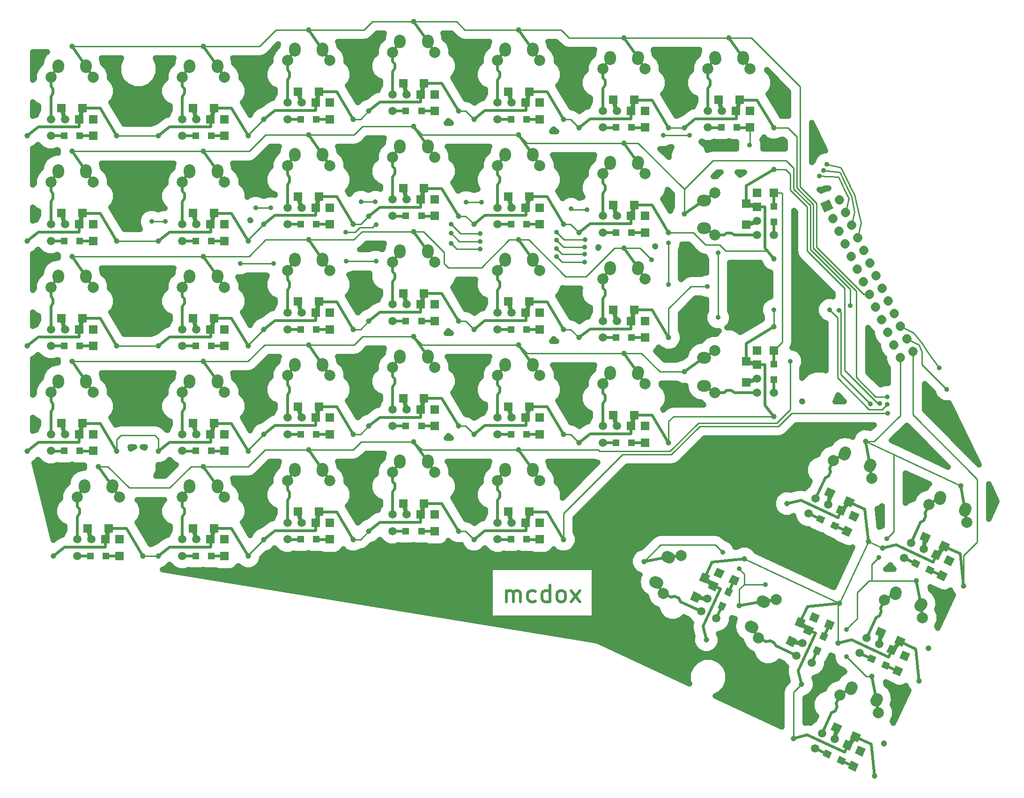
<source format=gtl>
%FSLAX46Y46*%
G04 Gerber Fmt 4.6, Leading zero omitted, Abs format (unit mm)*
G04 Created by KiCad (PCBNEW (2014-09-07 BZR 5117)-product) date Thu 04 Dec 2014 19:35:44 GMT*
%MOMM*%
G01*
G04 APERTURE LIST*
%ADD10C,0.100000*%
%ADD11C,0.500000*%
%ADD12C,0.750000*%
%ADD13C,1.500000*%
%ADD14C,2.000000*%
%ADD15C,2.100000*%
%ADD16C,1.000000*%
%ADD17R,1.600000X1.500000*%
%ADD18R,1.500000X1.500000*%
%ADD19R,1.300000X1.200000*%
%ADD20R,1.500000X1.600000*%
%ADD21R,1.200000X1.300000*%
%ADD22C,1.727200*%
%ADD23C,0.889000*%
%ADD24C,0.254000*%
%ADD25C,1.000000*%
G04 APERTURE END LIST*
D10*
D11*
X158500000Y-126357143D02*
X158500000Y-124357143D01*
X158500000Y-124642857D02*
X158642857Y-124500000D01*
X158928571Y-124357143D01*
X159357143Y-124357143D01*
X159642857Y-124500000D01*
X159785714Y-124785714D01*
X159785714Y-126357143D01*
X159785714Y-124785714D02*
X159928571Y-124500000D01*
X160214285Y-124357143D01*
X160642857Y-124357143D01*
X160928571Y-124500000D01*
X161071428Y-124785714D01*
X161071428Y-126357143D01*
X163785714Y-126214286D02*
X163500000Y-126357143D01*
X162928571Y-126357143D01*
X162642857Y-126214286D01*
X162500000Y-126071429D01*
X162357143Y-125785714D01*
X162357143Y-124928571D01*
X162500000Y-124642857D01*
X162642857Y-124500000D01*
X162928571Y-124357143D01*
X163500000Y-124357143D01*
X163785714Y-124500000D01*
X166357143Y-126357143D02*
X166357143Y-123357143D01*
X166357143Y-126214286D02*
X166071429Y-126357143D01*
X165500000Y-126357143D01*
X165214286Y-126214286D01*
X165071429Y-126071429D01*
X164928572Y-125785714D01*
X164928572Y-124928571D01*
X165071429Y-124642857D01*
X165214286Y-124500000D01*
X165500000Y-124357143D01*
X166071429Y-124357143D01*
X166357143Y-124500000D01*
X168214286Y-126357143D02*
X167928572Y-126214286D01*
X167785715Y-126071429D01*
X167642858Y-125785714D01*
X167642858Y-124928571D01*
X167785715Y-124642857D01*
X167928572Y-124500000D01*
X168214286Y-124357143D01*
X168642858Y-124357143D01*
X168928572Y-124500000D01*
X169071429Y-124642857D01*
X169214286Y-124928571D01*
X169214286Y-125785714D01*
X169071429Y-126071429D01*
X168928572Y-126214286D01*
X168642858Y-126357143D01*
X168214286Y-126357143D01*
X170214286Y-126357143D02*
X171785715Y-124357143D01*
X170214286Y-124357143D02*
X171785715Y-126357143D01*
X187700361Y-118297417D02*
X190058154Y-117973517D01*
X185570365Y-122865209D02*
X186837803Y-124879582D01*
X194235743Y-122360024D02*
X195714907Y-119187947D01*
X195714907Y-119187947D02*
X201514301Y-118582115D01*
X183408907Y-119076792D02*
X187700361Y-118297417D01*
X194667885Y-133264301D02*
X194063029Y-130775496D01*
X197190404Y-124068819D02*
X195921573Y-123477153D01*
X194063029Y-130775496D02*
X197190404Y-124068819D01*
D12*
X195921573Y-123477153D02*
X194362529Y-122088132D01*
X194822766Y-125833553D02*
X192756579Y-125532101D01*
D11*
X196485144Y-129367178D02*
X197541689Y-127101408D01*
X199697042Y-122479238D02*
X198640497Y-124745008D01*
X193766220Y-128099323D02*
X190050358Y-126366588D01*
X190050358Y-126366588D02*
X189675621Y-125750494D01*
X189675621Y-125750494D02*
X188950575Y-125412399D01*
X188950575Y-125412399D02*
X188328374Y-125563613D01*
X188328374Y-125563613D02*
X186878281Y-124887424D01*
X204920209Y-126327164D02*
X207278002Y-126003264D01*
X202790213Y-130894956D02*
X204057651Y-132909329D01*
X211455591Y-130389771D02*
X212934755Y-127217694D01*
X212934755Y-127217694D02*
X218734149Y-126611862D01*
X200628755Y-127106539D02*
X204920209Y-126327164D01*
X211887733Y-141294048D02*
X211282877Y-138805243D01*
X214410252Y-132098566D02*
X213141421Y-131506900D01*
X211282877Y-138805243D02*
X214410252Y-132098566D01*
D12*
X213141421Y-131506900D02*
X211582377Y-130117879D01*
X212042614Y-133863300D02*
X209976427Y-133561848D01*
D11*
X213704992Y-137396925D02*
X214761537Y-135131155D01*
X216916890Y-130508985D02*
X215860345Y-132774755D01*
X210986068Y-136129070D02*
X207270206Y-134396335D01*
X207270206Y-134396335D02*
X206895469Y-133780241D01*
X206895469Y-133780241D02*
X206170423Y-133442146D01*
X206170423Y-133442146D02*
X205548222Y-133593360D01*
X205548222Y-133593360D02*
X204098129Y-132917171D01*
X225377405Y-144119779D02*
X225701305Y-146477572D01*
X220809613Y-141989783D02*
X218795240Y-143257221D01*
X221314798Y-150655161D02*
X224486875Y-152134325D01*
X224486875Y-152134325D02*
X225092707Y-157933719D01*
X224598030Y-139828325D02*
X225377405Y-144119779D01*
X210410521Y-151087303D02*
X212899326Y-150482447D01*
X219606003Y-153609822D02*
X220197669Y-152340991D01*
X212899326Y-150482447D02*
X219606003Y-153609822D01*
D12*
X220197669Y-152340991D02*
X221586690Y-150781947D01*
X217841269Y-151242184D02*
X218142721Y-149175997D01*
D11*
X214307644Y-152904562D02*
X216573414Y-153961107D01*
X221195584Y-156116460D02*
X218929814Y-155059915D01*
X215575499Y-150185638D02*
X217308234Y-146469776D01*
X217308234Y-146469776D02*
X217924328Y-146095039D01*
X217924328Y-146095039D02*
X218262423Y-145369993D01*
X218262423Y-145369993D02*
X218111209Y-144747792D01*
X218111209Y-144747792D02*
X218787398Y-143297699D01*
X233407152Y-126899931D02*
X233731052Y-129257724D01*
X228839360Y-124769935D02*
X226824987Y-126037373D01*
X229344545Y-133435313D02*
X232516622Y-134914477D01*
X232516622Y-134914477D02*
X233122454Y-140713871D01*
X232627777Y-122608477D02*
X233407152Y-126899931D01*
X218440268Y-133867455D02*
X220929073Y-133262599D01*
X227635750Y-136389974D02*
X228227416Y-135121143D01*
X220929073Y-133262599D02*
X227635750Y-136389974D01*
D12*
X228227416Y-135121143D02*
X229616437Y-133562099D01*
X225871016Y-134022336D02*
X226172468Y-131956149D01*
D11*
X222337391Y-135684714D02*
X224603161Y-136741259D01*
X229225331Y-138896612D02*
X226959561Y-137840067D01*
X223605246Y-132965790D02*
X225337981Y-129249928D01*
X225337981Y-129249928D02*
X225954075Y-128875191D01*
X225954075Y-128875191D02*
X226292170Y-128150145D01*
X226292170Y-128150145D02*
X226140956Y-127527944D01*
X226140956Y-127527944D02*
X226817145Y-126077851D01*
X241436899Y-109680083D02*
X241760799Y-112037876D01*
X236869107Y-107550087D02*
X234854734Y-108817525D01*
X237374292Y-116215465D02*
X240546369Y-117694629D01*
X240546369Y-117694629D02*
X241152201Y-123494023D01*
X240657524Y-105388629D02*
X241436899Y-109680083D01*
X226470015Y-116647607D02*
X228958820Y-116042751D01*
X235665497Y-119170126D02*
X236257163Y-117901295D01*
X228958820Y-116042751D02*
X235665497Y-119170126D01*
D12*
X236257163Y-117901295D02*
X237646184Y-116342251D01*
X233900763Y-116802488D02*
X234202215Y-114736301D01*
D11*
X230367138Y-118464866D02*
X232632908Y-119521411D01*
X237255078Y-121676764D02*
X234989308Y-120620219D01*
X231634993Y-115745942D02*
X233367728Y-112030080D01*
X233367728Y-112030080D02*
X233983822Y-111655343D01*
X233983822Y-111655343D02*
X234321917Y-110930297D01*
X234321917Y-110930297D02*
X234170703Y-110308096D01*
X234170703Y-110308096D02*
X234846892Y-108858003D01*
X224217051Y-101650336D02*
X224540951Y-104008129D01*
X219649259Y-99520340D02*
X217634886Y-100787778D01*
X220154444Y-108185718D02*
X223326521Y-109664882D01*
X223326521Y-109664882D02*
X223932353Y-115464276D01*
X223437676Y-97358882D02*
X224217051Y-101650336D01*
X209250167Y-108617860D02*
X211738972Y-108013004D01*
X218445649Y-111140379D02*
X219037315Y-109871548D01*
X211738972Y-108013004D02*
X218445649Y-111140379D01*
D12*
X219037315Y-109871548D02*
X220426336Y-108312504D01*
X216680915Y-108772741D02*
X216982367Y-106706554D01*
D11*
X213147290Y-110435119D02*
X215413060Y-111491664D01*
X220035230Y-113647017D02*
X217769460Y-112590472D01*
X214415145Y-107716195D02*
X216147880Y-104000333D01*
X216147880Y-104000333D02*
X216763974Y-103625596D01*
X216763974Y-103625596D02*
X217102069Y-102900550D01*
X217102069Y-102900550D02*
X216950855Y-102278349D01*
X216950855Y-102278349D02*
X217627044Y-100828256D01*
X201270000Y-27960000D02*
X202560000Y-29960000D01*
X196230000Y-27960000D02*
X194940000Y-29960000D01*
X200350000Y-35600000D02*
X203850000Y-35600000D01*
X203850000Y-35600000D02*
X206850000Y-40600000D01*
X198750000Y-24400000D02*
X201270000Y-27960000D01*
X190650000Y-40600000D02*
X192650000Y-39000000D01*
X200050000Y-39000000D02*
X200050000Y-37600000D01*
X192650000Y-39000000D02*
X200050000Y-39000000D01*
D12*
X200050000Y-37600000D02*
X200650000Y-35600000D01*
X197450000Y-37600000D02*
X196850000Y-35600000D01*
D11*
X194950000Y-40600000D02*
X197450000Y-40600000D01*
X202550000Y-40600000D02*
X200050000Y-40600000D01*
X194950000Y-37600000D02*
X194950000Y-33500000D01*
X194950000Y-33500000D02*
X195350000Y-32900000D01*
X195350000Y-32900000D02*
X195350000Y-32100000D01*
X195350000Y-32100000D02*
X194950000Y-31600000D01*
X194950000Y-31600000D02*
X194950000Y-30000000D01*
X194210000Y-53730000D02*
X196210000Y-52440000D01*
X194210000Y-58770000D02*
X196210000Y-60060000D01*
X201850000Y-54650000D02*
X201850000Y-51150000D01*
X201850000Y-51150000D02*
X206850000Y-48150000D01*
X190650000Y-56250000D02*
X194210000Y-53730000D01*
X206850000Y-64350000D02*
X205250000Y-62350000D01*
X205250000Y-54950000D02*
X203850000Y-54950000D01*
X205250000Y-62350000D02*
X205250000Y-54950000D01*
D12*
X203850000Y-54950000D02*
X201850000Y-54350000D01*
X203850000Y-57550000D02*
X201850000Y-58150000D01*
D11*
X206850000Y-60050000D02*
X206850000Y-57550000D01*
X206850000Y-52450000D02*
X206850000Y-54950000D01*
X203850000Y-60050000D02*
X199750000Y-60050000D01*
X199750000Y-60050000D02*
X199150000Y-59650000D01*
X199150000Y-59650000D02*
X198350000Y-59650000D01*
X198350000Y-59650000D02*
X197850000Y-60050000D01*
X197850000Y-60050000D02*
X196250000Y-60050000D01*
X194210000Y-82230000D02*
X196210000Y-80940000D01*
X194210000Y-87270000D02*
X196210000Y-88560000D01*
X201850000Y-83150000D02*
X201850000Y-79650000D01*
X201850000Y-79650000D02*
X206850000Y-76650000D01*
X190650000Y-84750000D02*
X194210000Y-82230000D01*
X206850000Y-92850000D02*
X205250000Y-90850000D01*
X205250000Y-83450000D02*
X203850000Y-83450000D01*
X205250000Y-90850000D02*
X205250000Y-83450000D01*
D12*
X203850000Y-83450000D02*
X201850000Y-82850000D01*
X203850000Y-86050000D02*
X201850000Y-86650000D01*
D11*
X206850000Y-88550000D02*
X206850000Y-86050000D01*
X206850000Y-80950000D02*
X206850000Y-83450000D01*
X203850000Y-88550000D02*
X199750000Y-88550000D01*
X199750000Y-88550000D02*
X199150000Y-88150000D01*
X199150000Y-88150000D02*
X198350000Y-88150000D01*
X198350000Y-88150000D02*
X197850000Y-88550000D01*
X197850000Y-88550000D02*
X196250000Y-88550000D01*
X182270000Y-27960000D02*
X183560000Y-29960000D01*
X177230000Y-27960000D02*
X175940000Y-29960000D01*
X181350000Y-35600000D02*
X184850000Y-35600000D01*
X184850000Y-35600000D02*
X187850000Y-40600000D01*
X179750000Y-24400000D02*
X182270000Y-27960000D01*
X171650000Y-40600000D02*
X173650000Y-39000000D01*
X181050000Y-39000000D02*
X181050000Y-37600000D01*
X173650000Y-39000000D02*
X181050000Y-39000000D01*
D12*
X181050000Y-37600000D02*
X181650000Y-35600000D01*
X178450000Y-37600000D02*
X177850000Y-35600000D01*
D11*
X175950000Y-40600000D02*
X178450000Y-40600000D01*
X183550000Y-40600000D02*
X181050000Y-40600000D01*
X175950000Y-37600000D02*
X175950000Y-33500000D01*
X175950000Y-33500000D02*
X176350000Y-32900000D01*
X176350000Y-32900000D02*
X176350000Y-32100000D01*
X176350000Y-32100000D02*
X175950000Y-31600000D01*
X175950000Y-31600000D02*
X175950000Y-30000000D01*
X182270000Y-46960000D02*
X183560000Y-48960000D01*
X177230000Y-46960000D02*
X175940000Y-48960000D01*
X181350000Y-54600000D02*
X184850000Y-54600000D01*
X184850000Y-54600000D02*
X187850000Y-59600000D01*
X179750000Y-43400000D02*
X182270000Y-46960000D01*
X171650000Y-59600000D02*
X173650000Y-58000000D01*
X181050000Y-58000000D02*
X181050000Y-56600000D01*
X173650000Y-58000000D02*
X181050000Y-58000000D01*
D12*
X181050000Y-56600000D02*
X181650000Y-54600000D01*
X178450000Y-56600000D02*
X177850000Y-54600000D01*
D11*
X175950000Y-59600000D02*
X178450000Y-59600000D01*
X183550000Y-59600000D02*
X181050000Y-59600000D01*
X175950000Y-56600000D02*
X175950000Y-52500000D01*
X175950000Y-52500000D02*
X176350000Y-51900000D01*
X176350000Y-51900000D02*
X176350000Y-51100000D01*
X176350000Y-51100000D02*
X175950000Y-50600000D01*
X175950000Y-50600000D02*
X175950000Y-49000000D01*
X182270000Y-65960000D02*
X183560000Y-67960000D01*
X177230000Y-65960000D02*
X175940000Y-67960000D01*
X181350000Y-73600000D02*
X184850000Y-73600000D01*
X184850000Y-73600000D02*
X187850000Y-78600000D01*
X179750000Y-62400000D02*
X182270000Y-65960000D01*
X171650000Y-78600000D02*
X173650000Y-77000000D01*
X181050000Y-77000000D02*
X181050000Y-75600000D01*
X173650000Y-77000000D02*
X181050000Y-77000000D01*
D12*
X181050000Y-75600000D02*
X181650000Y-73600000D01*
X178450000Y-75600000D02*
X177850000Y-73600000D01*
D11*
X175950000Y-78600000D02*
X178450000Y-78600000D01*
X183550000Y-78600000D02*
X181050000Y-78600000D01*
X175950000Y-75600000D02*
X175950000Y-71500000D01*
X175950000Y-71500000D02*
X176350000Y-70900000D01*
X176350000Y-70900000D02*
X176350000Y-70100000D01*
X176350000Y-70100000D02*
X175950000Y-69600000D01*
X175950000Y-69600000D02*
X175950000Y-68000000D01*
X182270000Y-84960000D02*
X183560000Y-86960000D01*
X177230000Y-84960000D02*
X175940000Y-86960000D01*
X181350000Y-92600000D02*
X184850000Y-92600000D01*
X184850000Y-92600000D02*
X187850000Y-97600000D01*
X179750000Y-81400000D02*
X182270000Y-84960000D01*
X171650000Y-97600000D02*
X173650000Y-96000000D01*
X181050000Y-96000000D02*
X181050000Y-94600000D01*
X173650000Y-96000000D02*
X181050000Y-96000000D01*
D12*
X181050000Y-94600000D02*
X181650000Y-92600000D01*
X178450000Y-94600000D02*
X177850000Y-92600000D01*
D11*
X175950000Y-97600000D02*
X178450000Y-97600000D01*
X183550000Y-97600000D02*
X181050000Y-97600000D01*
X175950000Y-94600000D02*
X175950000Y-90500000D01*
X175950000Y-90500000D02*
X176350000Y-89900000D01*
X176350000Y-89900000D02*
X176350000Y-89100000D01*
X176350000Y-89100000D02*
X175950000Y-88600000D01*
X175950000Y-88600000D02*
X175950000Y-87000000D01*
X163270000Y-26460000D02*
X164560000Y-28460000D01*
X158230000Y-26460000D02*
X156940000Y-28460000D01*
X162350000Y-34100000D02*
X165850000Y-34100000D01*
X165850000Y-34100000D02*
X168850000Y-39100000D01*
X160750000Y-22900000D02*
X163270000Y-26460000D01*
X152650000Y-39100000D02*
X154650000Y-37500000D01*
X162050000Y-37500000D02*
X162050000Y-36100000D01*
X154650000Y-37500000D02*
X162050000Y-37500000D01*
D12*
X162050000Y-36100000D02*
X162650000Y-34100000D01*
X159450000Y-36100000D02*
X158850000Y-34100000D01*
D11*
X156950000Y-39100000D02*
X159450000Y-39100000D01*
X164550000Y-39100000D02*
X162050000Y-39100000D01*
X156950000Y-36100000D02*
X156950000Y-32000000D01*
X156950000Y-32000000D02*
X157350000Y-31400000D01*
X157350000Y-31400000D02*
X157350000Y-30600000D01*
X157350000Y-30600000D02*
X156950000Y-30100000D01*
X156950000Y-30100000D02*
X156950000Y-28500000D01*
X163270000Y-45460000D02*
X164560000Y-47460000D01*
X158230000Y-45460000D02*
X156940000Y-47460000D01*
X162350000Y-53100000D02*
X165850000Y-53100000D01*
X165850000Y-53100000D02*
X168850000Y-58100000D01*
X160750000Y-41900000D02*
X163270000Y-45460000D01*
X152650000Y-58100000D02*
X154650000Y-56500000D01*
X162050000Y-56500000D02*
X162050000Y-55100000D01*
X154650000Y-56500000D02*
X162050000Y-56500000D01*
D12*
X162050000Y-55100000D02*
X162650000Y-53100000D01*
X159450000Y-55100000D02*
X158850000Y-53100000D01*
D11*
X156950000Y-58100000D02*
X159450000Y-58100000D01*
X164550000Y-58100000D02*
X162050000Y-58100000D01*
X156950000Y-55100000D02*
X156950000Y-51000000D01*
X156950000Y-51000000D02*
X157350000Y-50400000D01*
X157350000Y-50400000D02*
X157350000Y-49600000D01*
X157350000Y-49600000D02*
X156950000Y-49100000D01*
X156950000Y-49100000D02*
X156950000Y-47500000D01*
X163270000Y-64460000D02*
X164560000Y-66460000D01*
X158230000Y-64460000D02*
X156940000Y-66460000D01*
X162350000Y-72100000D02*
X165850000Y-72100000D01*
X165850000Y-72100000D02*
X168850000Y-77100000D01*
X160750000Y-60900000D02*
X163270000Y-64460000D01*
X152650000Y-77100000D02*
X154650000Y-75500000D01*
X162050000Y-75500000D02*
X162050000Y-74100000D01*
X154650000Y-75500000D02*
X162050000Y-75500000D01*
D12*
X162050000Y-74100000D02*
X162650000Y-72100000D01*
X159450000Y-74100000D02*
X158850000Y-72100000D01*
D11*
X156950000Y-77100000D02*
X159450000Y-77100000D01*
X164550000Y-77100000D02*
X162050000Y-77100000D01*
X156950000Y-74100000D02*
X156950000Y-70000000D01*
X156950000Y-70000000D02*
X157350000Y-69400000D01*
X157350000Y-69400000D02*
X157350000Y-68600000D01*
X157350000Y-68600000D02*
X156950000Y-68100000D01*
X156950000Y-68100000D02*
X156950000Y-66500000D01*
X163270000Y-83460000D02*
X164560000Y-85460000D01*
X158230000Y-83460000D02*
X156940000Y-85460000D01*
X162350000Y-91100000D02*
X165850000Y-91100000D01*
X165850000Y-91100000D02*
X168850000Y-96100000D01*
X160750000Y-79900000D02*
X163270000Y-83460000D01*
X152650000Y-96100000D02*
X154650000Y-94500000D01*
X162050000Y-94500000D02*
X162050000Y-93100000D01*
X154650000Y-94500000D02*
X162050000Y-94500000D01*
D12*
X162050000Y-93100000D02*
X162650000Y-91100000D01*
X159450000Y-93100000D02*
X158850000Y-91100000D01*
D11*
X156950000Y-96100000D02*
X159450000Y-96100000D01*
X164550000Y-96100000D02*
X162050000Y-96100000D01*
X156950000Y-93100000D02*
X156950000Y-89000000D01*
X156950000Y-89000000D02*
X157350000Y-88400000D01*
X157350000Y-88400000D02*
X157350000Y-87600000D01*
X157350000Y-87600000D02*
X156950000Y-87100000D01*
X156950000Y-87100000D02*
X156950000Y-85500000D01*
X163270000Y-102460000D02*
X164560000Y-104460000D01*
X158230000Y-102460000D02*
X156940000Y-104460000D01*
X162350000Y-110100000D02*
X165850000Y-110100000D01*
X165850000Y-110100000D02*
X168850000Y-115100000D01*
X160750000Y-98900000D02*
X163270000Y-102460000D01*
X152650000Y-115100000D02*
X154650000Y-113500000D01*
X162050000Y-113500000D02*
X162050000Y-112100000D01*
X154650000Y-113500000D02*
X162050000Y-113500000D01*
D12*
X162050000Y-112100000D02*
X162650000Y-110100000D01*
X159450000Y-112100000D02*
X158850000Y-110100000D01*
D11*
X156950000Y-115100000D02*
X159450000Y-115100000D01*
X164550000Y-115100000D02*
X162050000Y-115100000D01*
X156950000Y-112100000D02*
X156950000Y-108000000D01*
X156950000Y-108000000D02*
X157350000Y-107400000D01*
X157350000Y-107400000D02*
X157350000Y-106600000D01*
X157350000Y-106600000D02*
X156950000Y-106100000D01*
X156950000Y-106100000D02*
X156950000Y-104500000D01*
X144270000Y-24960000D02*
X145560000Y-26960000D01*
X139230000Y-24960000D02*
X137940000Y-26960000D01*
X143350000Y-32600000D02*
X146850000Y-32600000D01*
X146850000Y-32600000D02*
X149850000Y-37600000D01*
X141750000Y-21400000D02*
X144270000Y-24960000D01*
X133650000Y-37600000D02*
X135650000Y-36000000D01*
X143050000Y-36000000D02*
X143050000Y-34600000D01*
X135650000Y-36000000D02*
X143050000Y-36000000D01*
D12*
X143050000Y-34600000D02*
X143650000Y-32600000D01*
X140450000Y-34600000D02*
X139850000Y-32600000D01*
D11*
X137950000Y-37600000D02*
X140450000Y-37600000D01*
X145550000Y-37600000D02*
X143050000Y-37600000D01*
X137950000Y-34600000D02*
X137950000Y-30500000D01*
X137950000Y-30500000D02*
X138350000Y-29900000D01*
X138350000Y-29900000D02*
X138350000Y-29100000D01*
X138350000Y-29100000D02*
X137950000Y-28600000D01*
X137950000Y-28600000D02*
X137950000Y-27000000D01*
X144270000Y-43960000D02*
X145560000Y-45960000D01*
X139230000Y-43960000D02*
X137940000Y-45960000D01*
X143350000Y-51600000D02*
X146850000Y-51600000D01*
X146850000Y-51600000D02*
X149850000Y-56600000D01*
X141750000Y-40400000D02*
X144270000Y-43960000D01*
X133650000Y-56600000D02*
X135650000Y-55000000D01*
X143050000Y-55000000D02*
X143050000Y-53600000D01*
X135650000Y-55000000D02*
X143050000Y-55000000D01*
D12*
X143050000Y-53600000D02*
X143650000Y-51600000D01*
X140450000Y-53600000D02*
X139850000Y-51600000D01*
D11*
X137950000Y-56600000D02*
X140450000Y-56600000D01*
X145550000Y-56600000D02*
X143050000Y-56600000D01*
X137950000Y-53600000D02*
X137950000Y-49500000D01*
X137950000Y-49500000D02*
X138350000Y-48900000D01*
X138350000Y-48900000D02*
X138350000Y-48100000D01*
X138350000Y-48100000D02*
X137950000Y-47600000D01*
X137950000Y-47600000D02*
X137950000Y-46000000D01*
X144270000Y-62960000D02*
X145560000Y-64960000D01*
X139230000Y-62960000D02*
X137940000Y-64960000D01*
X143350000Y-70600000D02*
X146850000Y-70600000D01*
X146850000Y-70600000D02*
X149850000Y-75600000D01*
X141750000Y-59400000D02*
X144270000Y-62960000D01*
X133650000Y-75600000D02*
X135650000Y-74000000D01*
X143050000Y-74000000D02*
X143050000Y-72600000D01*
X135650000Y-74000000D02*
X143050000Y-74000000D01*
D12*
X143050000Y-72600000D02*
X143650000Y-70600000D01*
X140450000Y-72600000D02*
X139850000Y-70600000D01*
D11*
X137950000Y-75600000D02*
X140450000Y-75600000D01*
X145550000Y-75600000D02*
X143050000Y-75600000D01*
X137950000Y-72600000D02*
X137950000Y-68500000D01*
X137950000Y-68500000D02*
X138350000Y-67900000D01*
X138350000Y-67900000D02*
X138350000Y-67100000D01*
X138350000Y-67100000D02*
X137950000Y-66600000D01*
X137950000Y-66600000D02*
X137950000Y-65000000D01*
X144270000Y-81960000D02*
X145560000Y-83960000D01*
X139230000Y-81960000D02*
X137940000Y-83960000D01*
X143350000Y-89600000D02*
X146850000Y-89600000D01*
X146850000Y-89600000D02*
X149850000Y-94600000D01*
X141750000Y-78400000D02*
X144270000Y-81960000D01*
X133650000Y-94600000D02*
X135650000Y-93000000D01*
X143050000Y-93000000D02*
X143050000Y-91600000D01*
X135650000Y-93000000D02*
X143050000Y-93000000D01*
D12*
X143050000Y-91600000D02*
X143650000Y-89600000D01*
X140450000Y-91600000D02*
X139850000Y-89600000D01*
D11*
X137950000Y-94600000D02*
X140450000Y-94600000D01*
X145550000Y-94600000D02*
X143050000Y-94600000D01*
X137950000Y-91600000D02*
X137950000Y-87500000D01*
X137950000Y-87500000D02*
X138350000Y-86900000D01*
X138350000Y-86900000D02*
X138350000Y-86100000D01*
X138350000Y-86100000D02*
X137950000Y-85600000D01*
X137950000Y-85600000D02*
X137950000Y-84000000D01*
X144270000Y-100960000D02*
X145560000Y-102960000D01*
X139230000Y-100960000D02*
X137940000Y-102960000D01*
X143350000Y-108600000D02*
X146850000Y-108600000D01*
X146850000Y-108600000D02*
X149850000Y-113600000D01*
X141750000Y-97400000D02*
X144270000Y-100960000D01*
X133650000Y-113600000D02*
X135650000Y-112000000D01*
X143050000Y-112000000D02*
X143050000Y-110600000D01*
X135650000Y-112000000D02*
X143050000Y-112000000D01*
D12*
X143050000Y-110600000D02*
X143650000Y-108600000D01*
X140450000Y-110600000D02*
X139850000Y-108600000D01*
D11*
X137950000Y-113600000D02*
X140450000Y-113600000D01*
X145550000Y-113600000D02*
X143050000Y-113600000D01*
X137950000Y-110600000D02*
X137950000Y-106500000D01*
X137950000Y-106500000D02*
X138350000Y-105900000D01*
X138350000Y-105900000D02*
X138350000Y-105100000D01*
X138350000Y-105100000D02*
X137950000Y-104600000D01*
X137950000Y-104600000D02*
X137950000Y-103000000D01*
X125270000Y-26460000D02*
X126560000Y-28460000D01*
X120230000Y-26460000D02*
X118940000Y-28460000D01*
X124350000Y-34100000D02*
X127850000Y-34100000D01*
X127850000Y-34100000D02*
X130850000Y-39100000D01*
X122750000Y-22900000D02*
X125270000Y-26460000D01*
X114650000Y-39100000D02*
X116650000Y-37500000D01*
X124050000Y-37500000D02*
X124050000Y-36100000D01*
X116650000Y-37500000D02*
X124050000Y-37500000D01*
D12*
X124050000Y-36100000D02*
X124650000Y-34100000D01*
X121450000Y-36100000D02*
X120850000Y-34100000D01*
D11*
X118950000Y-39100000D02*
X121450000Y-39100000D01*
X126550000Y-39100000D02*
X124050000Y-39100000D01*
X118950000Y-36100000D02*
X118950000Y-32000000D01*
X118950000Y-32000000D02*
X119350000Y-31400000D01*
X119350000Y-31400000D02*
X119350000Y-30600000D01*
X119350000Y-30600000D02*
X118950000Y-30100000D01*
X118950000Y-30100000D02*
X118950000Y-28500000D01*
X125270000Y-45460000D02*
X126560000Y-47460000D01*
X120230000Y-45460000D02*
X118940000Y-47460000D01*
X124350000Y-53100000D02*
X127850000Y-53100000D01*
X127850000Y-53100000D02*
X130850000Y-58100000D01*
X122750000Y-41900000D02*
X125270000Y-45460000D01*
X114650000Y-58100000D02*
X116650000Y-56500000D01*
X124050000Y-56500000D02*
X124050000Y-55100000D01*
X116650000Y-56500000D02*
X124050000Y-56500000D01*
D12*
X124050000Y-55100000D02*
X124650000Y-53100000D01*
X121450000Y-55100000D02*
X120850000Y-53100000D01*
D11*
X118950000Y-58100000D02*
X121450000Y-58100000D01*
X126550000Y-58100000D02*
X124050000Y-58100000D01*
X118950000Y-55100000D02*
X118950000Y-51000000D01*
X118950000Y-51000000D02*
X119350000Y-50400000D01*
X119350000Y-50400000D02*
X119350000Y-49600000D01*
X119350000Y-49600000D02*
X118950000Y-49100000D01*
X118950000Y-49100000D02*
X118950000Y-47500000D01*
X125270000Y-64460000D02*
X126560000Y-66460000D01*
X120230000Y-64460000D02*
X118940000Y-66460000D01*
X124350000Y-72100000D02*
X127850000Y-72100000D01*
X127850000Y-72100000D02*
X130850000Y-77100000D01*
X122750000Y-60900000D02*
X125270000Y-64460000D01*
X114650000Y-77100000D02*
X116650000Y-75500000D01*
X124050000Y-75500000D02*
X124050000Y-74100000D01*
X116650000Y-75500000D02*
X124050000Y-75500000D01*
D12*
X124050000Y-74100000D02*
X124650000Y-72100000D01*
X121450000Y-74100000D02*
X120850000Y-72100000D01*
D11*
X118950000Y-77100000D02*
X121450000Y-77100000D01*
X126550000Y-77100000D02*
X124050000Y-77100000D01*
X118950000Y-74100000D02*
X118950000Y-70000000D01*
X118950000Y-70000000D02*
X119350000Y-69400000D01*
X119350000Y-69400000D02*
X119350000Y-68600000D01*
X119350000Y-68600000D02*
X118950000Y-68100000D01*
X118950000Y-68100000D02*
X118950000Y-66500000D01*
X125270000Y-83460000D02*
X126560000Y-85460000D01*
X120230000Y-83460000D02*
X118940000Y-85460000D01*
X124350000Y-91100000D02*
X127850000Y-91100000D01*
X127850000Y-91100000D02*
X130850000Y-96100000D01*
X122750000Y-79900000D02*
X125270000Y-83460000D01*
X114650000Y-96100000D02*
X116650000Y-94500000D01*
X124050000Y-94500000D02*
X124050000Y-93100000D01*
X116650000Y-94500000D02*
X124050000Y-94500000D01*
D12*
X124050000Y-93100000D02*
X124650000Y-91100000D01*
X121450000Y-93100000D02*
X120850000Y-91100000D01*
D11*
X118950000Y-96100000D02*
X121450000Y-96100000D01*
X126550000Y-96100000D02*
X124050000Y-96100000D01*
X118950000Y-93100000D02*
X118950000Y-89000000D01*
X118950000Y-89000000D02*
X119350000Y-88400000D01*
X119350000Y-88400000D02*
X119350000Y-87600000D01*
X119350000Y-87600000D02*
X118950000Y-87100000D01*
X118950000Y-87100000D02*
X118950000Y-85500000D01*
X125270000Y-102460000D02*
X126560000Y-104460000D01*
X120230000Y-102460000D02*
X118940000Y-104460000D01*
X124350000Y-110100000D02*
X127850000Y-110100000D01*
X127850000Y-110100000D02*
X130850000Y-115100000D01*
X122750000Y-98900000D02*
X125270000Y-102460000D01*
X114650000Y-115100000D02*
X116650000Y-113500000D01*
X124050000Y-113500000D02*
X124050000Y-112100000D01*
X116650000Y-113500000D02*
X124050000Y-113500000D01*
D12*
X124050000Y-112100000D02*
X124650000Y-110100000D01*
X121450000Y-112100000D02*
X120850000Y-110100000D01*
D11*
X118950000Y-115100000D02*
X121450000Y-115100000D01*
X126550000Y-115100000D02*
X124050000Y-115100000D01*
X118950000Y-112100000D02*
X118950000Y-108000000D01*
X118950000Y-108000000D02*
X119350000Y-107400000D01*
X119350000Y-107400000D02*
X119350000Y-106600000D01*
X119350000Y-106600000D02*
X118950000Y-106100000D01*
X118950000Y-106100000D02*
X118950000Y-104500000D01*
X106270000Y-29460000D02*
X107560000Y-31460000D01*
X101230000Y-29460000D02*
X99940000Y-31460000D01*
X105350000Y-37100000D02*
X108850000Y-37100000D01*
X108850000Y-37100000D02*
X111850000Y-42100000D01*
X103750000Y-25900000D02*
X106270000Y-29460000D01*
X95650000Y-42100000D02*
X97650000Y-40500000D01*
X105050000Y-40500000D02*
X105050000Y-39100000D01*
X97650000Y-40500000D02*
X105050000Y-40500000D01*
D12*
X105050000Y-39100000D02*
X105650000Y-37100000D01*
X102450000Y-39100000D02*
X101850000Y-37100000D01*
D11*
X99950000Y-42100000D02*
X102450000Y-42100000D01*
X107550000Y-42100000D02*
X105050000Y-42100000D01*
X99950000Y-39100000D02*
X99950000Y-35000000D01*
X99950000Y-35000000D02*
X100350000Y-34400000D01*
X100350000Y-34400000D02*
X100350000Y-33600000D01*
X100350000Y-33600000D02*
X99950000Y-33100000D01*
X99950000Y-33100000D02*
X99950000Y-31500000D01*
X106270000Y-48460000D02*
X107560000Y-50460000D01*
X101230000Y-48460000D02*
X99940000Y-50460000D01*
X105350000Y-56100000D02*
X108850000Y-56100000D01*
X108850000Y-56100000D02*
X111850000Y-61100000D01*
X103750000Y-44900000D02*
X106270000Y-48460000D01*
X95650000Y-61100000D02*
X97650000Y-59500000D01*
X105050000Y-59500000D02*
X105050000Y-58100000D01*
X97650000Y-59500000D02*
X105050000Y-59500000D01*
D12*
X105050000Y-58100000D02*
X105650000Y-56100000D01*
X102450000Y-58100000D02*
X101850000Y-56100000D01*
D11*
X99950000Y-61100000D02*
X102450000Y-61100000D01*
X107550000Y-61100000D02*
X105050000Y-61100000D01*
X99950000Y-58100000D02*
X99950000Y-54000000D01*
X99950000Y-54000000D02*
X100350000Y-53400000D01*
X100350000Y-53400000D02*
X100350000Y-52600000D01*
X100350000Y-52600000D02*
X99950000Y-52100000D01*
X99950000Y-52100000D02*
X99950000Y-50500000D01*
X106270000Y-67460000D02*
X107560000Y-69460000D01*
X101230000Y-67460000D02*
X99940000Y-69460000D01*
X105350000Y-75100000D02*
X108850000Y-75100000D01*
X108850000Y-75100000D02*
X111850000Y-80100000D01*
X103750000Y-63900000D02*
X106270000Y-67460000D01*
X95650000Y-80100000D02*
X97650000Y-78500000D01*
X105050000Y-78500000D02*
X105050000Y-77100000D01*
X97650000Y-78500000D02*
X105050000Y-78500000D01*
D12*
X105050000Y-77100000D02*
X105650000Y-75100000D01*
X102450000Y-77100000D02*
X101850000Y-75100000D01*
D11*
X99950000Y-80100000D02*
X102450000Y-80100000D01*
X107550000Y-80100000D02*
X105050000Y-80100000D01*
X99950000Y-77100000D02*
X99950000Y-73000000D01*
X99950000Y-73000000D02*
X100350000Y-72400000D01*
X100350000Y-72400000D02*
X100350000Y-71600000D01*
X100350000Y-71600000D02*
X99950000Y-71100000D01*
X99950000Y-71100000D02*
X99950000Y-69500000D01*
X106270000Y-86460000D02*
X107560000Y-88460000D01*
X101230000Y-86460000D02*
X99940000Y-88460000D01*
X105350000Y-94100000D02*
X108850000Y-94100000D01*
X108850000Y-94100000D02*
X111850000Y-99100000D01*
X103750000Y-82900000D02*
X106270000Y-86460000D01*
X95650000Y-99100000D02*
X97650000Y-97500000D01*
X105050000Y-97500000D02*
X105050000Y-96100000D01*
X97650000Y-97500000D02*
X105050000Y-97500000D01*
D12*
X105050000Y-96100000D02*
X105650000Y-94100000D01*
X102450000Y-96100000D02*
X101850000Y-94100000D01*
D11*
X99950000Y-99100000D02*
X102450000Y-99100000D01*
X107550000Y-99100000D02*
X105050000Y-99100000D01*
X99950000Y-96100000D02*
X99950000Y-92000000D01*
X99950000Y-92000000D02*
X100350000Y-91400000D01*
X100350000Y-91400000D02*
X100350000Y-90600000D01*
X100350000Y-90600000D02*
X99950000Y-90100000D01*
X99950000Y-90100000D02*
X99950000Y-88500000D01*
X106270000Y-105460000D02*
X107560000Y-107460000D01*
X101230000Y-105460000D02*
X99940000Y-107460000D01*
X105350000Y-113100000D02*
X108850000Y-113100000D01*
X108850000Y-113100000D02*
X111850000Y-118100000D01*
X103750000Y-101900000D02*
X106270000Y-105460000D01*
X95650000Y-118100000D02*
X97650000Y-116500000D01*
X105050000Y-116500000D02*
X105050000Y-115100000D01*
X97650000Y-116500000D02*
X105050000Y-116500000D01*
D12*
X105050000Y-115100000D02*
X105650000Y-113100000D01*
X102450000Y-115100000D02*
X101850000Y-113100000D01*
D11*
X99950000Y-118100000D02*
X102450000Y-118100000D01*
X107550000Y-118100000D02*
X105050000Y-118100000D01*
X99950000Y-115100000D02*
X99950000Y-111000000D01*
X99950000Y-111000000D02*
X100350000Y-110400000D01*
X100350000Y-110400000D02*
X100350000Y-109600000D01*
X100350000Y-109600000D02*
X99950000Y-109100000D01*
X99950000Y-109100000D02*
X99950000Y-107500000D01*
X82520000Y-29460000D02*
X83810000Y-31460000D01*
X77480000Y-29460000D02*
X76190000Y-31460000D01*
X81600000Y-37100000D02*
X85100000Y-37100000D01*
X85100000Y-37100000D02*
X88100000Y-42100000D01*
X80000000Y-25900000D02*
X82520000Y-29460000D01*
X71900000Y-42100000D02*
X73900000Y-40500000D01*
X81300000Y-40500000D02*
X81300000Y-39100000D01*
X73900000Y-40500000D02*
X81300000Y-40500000D01*
D12*
X81300000Y-39100000D02*
X81900000Y-37100000D01*
X78700000Y-39100000D02*
X78100000Y-37100000D01*
D11*
X76200000Y-42100000D02*
X78700000Y-42100000D01*
X83800000Y-42100000D02*
X81300000Y-42100000D01*
X76200000Y-39100000D02*
X76200000Y-35000000D01*
X76200000Y-35000000D02*
X76600000Y-34400000D01*
X76600000Y-34400000D02*
X76600000Y-33600000D01*
X76600000Y-33600000D02*
X76200000Y-33100000D01*
X76200000Y-33100000D02*
X76200000Y-31500000D01*
X82520000Y-48460000D02*
X83810000Y-50460000D01*
X77480000Y-48460000D02*
X76190000Y-50460000D01*
X81600000Y-56100000D02*
X85100000Y-56100000D01*
X85100000Y-56100000D02*
X88100000Y-61100000D01*
X80000000Y-44900000D02*
X82520000Y-48460000D01*
X71900000Y-61100000D02*
X73900000Y-59500000D01*
X81300000Y-59500000D02*
X81300000Y-58100000D01*
X73900000Y-59500000D02*
X81300000Y-59500000D01*
D12*
X81300000Y-58100000D02*
X81900000Y-56100000D01*
X78700000Y-58100000D02*
X78100000Y-56100000D01*
D11*
X76200000Y-61100000D02*
X78700000Y-61100000D01*
X83800000Y-61100000D02*
X81300000Y-61100000D01*
X76200000Y-58100000D02*
X76200000Y-54000000D01*
X76200000Y-54000000D02*
X76600000Y-53400000D01*
X76600000Y-53400000D02*
X76600000Y-52600000D01*
X76600000Y-52600000D02*
X76200000Y-52100000D01*
X76200000Y-52100000D02*
X76200000Y-50500000D01*
X82520000Y-67460000D02*
X83810000Y-69460000D01*
X77480000Y-67460000D02*
X76190000Y-69460000D01*
X81600000Y-75100000D02*
X85100000Y-75100000D01*
X85100000Y-75100000D02*
X88100000Y-80100000D01*
X80000000Y-63900000D02*
X82520000Y-67460000D01*
X71900000Y-80100000D02*
X73900000Y-78500000D01*
X81300000Y-78500000D02*
X81300000Y-77100000D01*
X73900000Y-78500000D02*
X81300000Y-78500000D01*
D12*
X81300000Y-77100000D02*
X81900000Y-75100000D01*
X78700000Y-77100000D02*
X78100000Y-75100000D01*
D11*
X76200000Y-80100000D02*
X78700000Y-80100000D01*
X83800000Y-80100000D02*
X81300000Y-80100000D01*
X76200000Y-77100000D02*
X76200000Y-73000000D01*
X76200000Y-73000000D02*
X76600000Y-72400000D01*
X76600000Y-72400000D02*
X76600000Y-71600000D01*
X76600000Y-71600000D02*
X76200000Y-71100000D01*
X76200000Y-71100000D02*
X76200000Y-69500000D01*
X82520000Y-86460000D02*
X83810000Y-88460000D01*
X77480000Y-86460000D02*
X76190000Y-88460000D01*
X81600000Y-94100000D02*
X85100000Y-94100000D01*
X85100000Y-94100000D02*
X88100000Y-99100000D01*
X80000000Y-82900000D02*
X82520000Y-86460000D01*
X71900000Y-99100000D02*
X73900000Y-97500000D01*
X81300000Y-97500000D02*
X81300000Y-96100000D01*
X73900000Y-97500000D02*
X81300000Y-97500000D01*
D12*
X81300000Y-96100000D02*
X81900000Y-94100000D01*
X78700000Y-96100000D02*
X78100000Y-94100000D01*
D11*
X76200000Y-99100000D02*
X78700000Y-99100000D01*
X83800000Y-99100000D02*
X81300000Y-99100000D01*
X76200000Y-96100000D02*
X76200000Y-92000000D01*
X76200000Y-92000000D02*
X76600000Y-91400000D01*
X76600000Y-91400000D02*
X76600000Y-90600000D01*
X76600000Y-90600000D02*
X76200000Y-90100000D01*
X76200000Y-90100000D02*
X76200000Y-88500000D01*
X87270000Y-105460000D02*
X88560000Y-107460000D01*
X82230000Y-105460000D02*
X80940000Y-107460000D01*
X86350000Y-113100000D02*
X89850000Y-113100000D01*
X89850000Y-113100000D02*
X92850000Y-118100000D01*
X84750000Y-101900000D02*
X87270000Y-105460000D01*
X76650000Y-118100000D02*
X78650000Y-116500000D01*
X86050000Y-116500000D02*
X86050000Y-115100000D01*
X78650000Y-116500000D02*
X86050000Y-116500000D01*
D12*
X86050000Y-115100000D02*
X86650000Y-113100000D01*
X83450000Y-115100000D02*
X82850000Y-113100000D01*
D11*
X80950000Y-118100000D02*
X83450000Y-118100000D01*
X88550000Y-118100000D02*
X86050000Y-118100000D01*
X80950000Y-115100000D02*
X80950000Y-111000000D01*
X80950000Y-111000000D02*
X81350000Y-110400000D01*
X81350000Y-110400000D02*
X81350000Y-109600000D01*
X81350000Y-109600000D02*
X80950000Y-109100000D01*
X80950000Y-109100000D02*
X80950000Y-107500000D01*
D10*
G36*
X194686039Y-123121689D02*
X193326578Y-122487762D01*
X194002767Y-121037669D01*
X195362228Y-121671596D01*
X194686039Y-123121689D01*
X194686039Y-123121689D01*
G37*
G36*
X193080089Y-126565659D02*
X191720628Y-125931732D01*
X192396817Y-124481639D01*
X193756278Y-125115566D01*
X193080089Y-126565659D01*
X193080089Y-126565659D01*
G37*
G36*
X196253536Y-124492585D02*
X194894074Y-123858657D01*
X195528002Y-122499195D01*
X196887464Y-123133123D01*
X196253536Y-124492585D01*
X196253536Y-124492585D01*
G37*
D13*
X194817318Y-125797912D03*
D10*
G36*
X197326986Y-122190563D02*
X195967524Y-121556635D01*
X196601452Y-120197173D01*
X197960914Y-120831101D01*
X197326986Y-122190563D01*
X197326986Y-122190563D01*
G37*
D13*
X193743868Y-128099933D03*
D10*
G36*
X200047722Y-123459263D02*
X198688260Y-122825335D01*
X199322188Y-121465873D01*
X200681650Y-122099801D01*
X200047722Y-123459263D01*
X200047722Y-123459263D01*
G37*
D13*
X196464604Y-129368633D03*
D10*
G36*
X198935528Y-125489441D02*
X197847958Y-124982299D01*
X198397362Y-123804099D01*
X199484932Y-124311241D01*
X198935528Y-125489441D01*
X198935528Y-125489441D01*
G37*
G36*
X197752197Y-128027103D02*
X196664627Y-127519961D01*
X197214031Y-126341761D01*
X198301601Y-126848903D01*
X197752197Y-128027103D01*
X197752197Y-128027103D01*
G37*
D14*
X190058154Y-117973517D03*
X186837803Y-124879582D03*
D15*
X187522478Y-118205997D02*
X187878244Y-118388837D01*
X185385992Y-122787706D02*
X185754738Y-122942712D01*
D16*
X201514301Y-118582115D03*
X194667885Y-133264301D03*
X183408907Y-119076792D03*
D10*
G36*
X211905887Y-131151436D02*
X210546426Y-130517509D01*
X211222615Y-129067416D01*
X212582076Y-129701343D01*
X211905887Y-131151436D01*
X211905887Y-131151436D01*
G37*
G36*
X210299937Y-134595406D02*
X208940476Y-133961479D01*
X209616665Y-132511386D01*
X210976126Y-133145313D01*
X210299937Y-134595406D01*
X210299937Y-134595406D01*
G37*
G36*
X213473384Y-132522332D02*
X212113922Y-131888404D01*
X212747850Y-130528942D01*
X214107312Y-131162870D01*
X213473384Y-132522332D01*
X213473384Y-132522332D01*
G37*
D13*
X212037166Y-133827659D03*
D10*
G36*
X214546834Y-130220310D02*
X213187372Y-129586382D01*
X213821300Y-128226920D01*
X215180762Y-128860848D01*
X214546834Y-130220310D01*
X214546834Y-130220310D01*
G37*
D13*
X210963716Y-136129680D03*
D10*
G36*
X217267570Y-131489010D02*
X215908108Y-130855082D01*
X216542036Y-129495620D01*
X217901498Y-130129548D01*
X217267570Y-131489010D01*
X217267570Y-131489010D01*
G37*
D13*
X213684452Y-137398380D03*
D10*
G36*
X216155376Y-133519188D02*
X215067806Y-133012046D01*
X215617210Y-131833846D01*
X216704780Y-132340988D01*
X216155376Y-133519188D01*
X216155376Y-133519188D01*
G37*
G36*
X214972045Y-136056850D02*
X213884475Y-135549708D01*
X214433879Y-134371508D01*
X215521449Y-134878650D01*
X214972045Y-136056850D01*
X214972045Y-136056850D01*
G37*
D14*
X207278002Y-126003264D03*
X204057651Y-132909329D03*
D15*
X204742326Y-126235744D02*
X205098092Y-126418584D01*
X202605840Y-130817453D02*
X202974586Y-130972459D01*
D16*
X218734149Y-126611862D03*
X211887733Y-141294048D03*
X200628755Y-127106539D03*
D10*
G36*
X220553133Y-151105457D02*
X221187060Y-149745996D01*
X222637153Y-150422185D01*
X222003226Y-151781646D01*
X220553133Y-151105457D01*
X220553133Y-151105457D01*
G37*
G36*
X217109163Y-149499507D02*
X217743090Y-148140046D01*
X219193183Y-148816235D01*
X218559256Y-150175696D01*
X217109163Y-149499507D01*
X217109163Y-149499507D01*
G37*
G36*
X219182237Y-152672954D02*
X219816165Y-151313492D01*
X221175627Y-151947420D01*
X220541699Y-153306882D01*
X219182237Y-152672954D01*
X219182237Y-152672954D01*
G37*
D13*
X217876910Y-151236736D03*
D10*
G36*
X221484259Y-153746404D02*
X222118187Y-152386942D01*
X223477649Y-153020870D01*
X222843721Y-154380332D01*
X221484259Y-153746404D01*
X221484259Y-153746404D01*
G37*
D13*
X215574889Y-150163286D03*
D10*
G36*
X220215559Y-156467140D02*
X220849487Y-155107678D01*
X222208949Y-155741606D01*
X221575021Y-157101068D01*
X220215559Y-156467140D01*
X220215559Y-156467140D01*
G37*
D13*
X214306189Y-152884022D03*
D10*
G36*
X218185381Y-155354946D02*
X218692523Y-154267376D01*
X219870723Y-154816780D01*
X219363581Y-155904350D01*
X218185381Y-155354946D01*
X218185381Y-155354946D01*
G37*
G36*
X215647719Y-154171615D02*
X216154861Y-153084045D01*
X217333061Y-153633449D01*
X216825919Y-154721019D01*
X215647719Y-154171615D01*
X215647719Y-154171615D01*
G37*
D14*
X225701305Y-146477572D03*
X218795240Y-143257221D03*
D15*
X225468825Y-143941896D02*
X225285985Y-144297662D01*
X220887116Y-141805410D02*
X220732110Y-142174156D01*
D16*
X225092707Y-157933719D03*
X210410521Y-151087303D03*
X224598030Y-139828325D03*
D10*
G36*
X228582880Y-133885609D02*
X229216807Y-132526148D01*
X230666900Y-133202337D01*
X230032973Y-134561798D01*
X228582880Y-133885609D01*
X228582880Y-133885609D01*
G37*
G36*
X225138910Y-132279659D02*
X225772837Y-130920198D01*
X227222930Y-131596387D01*
X226589003Y-132955848D01*
X225138910Y-132279659D01*
X225138910Y-132279659D01*
G37*
G36*
X227211984Y-135453106D02*
X227845912Y-134093644D01*
X229205374Y-134727572D01*
X228571446Y-136087034D01*
X227211984Y-135453106D01*
X227211984Y-135453106D01*
G37*
D13*
X225906657Y-134016888D03*
D10*
G36*
X229514006Y-136526556D02*
X230147934Y-135167094D01*
X231507396Y-135801022D01*
X230873468Y-137160484D01*
X229514006Y-136526556D01*
X229514006Y-136526556D01*
G37*
D13*
X223604636Y-132943438D03*
D10*
G36*
X228245306Y-139247292D02*
X228879234Y-137887830D01*
X230238696Y-138521758D01*
X229604768Y-139881220D01*
X228245306Y-139247292D01*
X228245306Y-139247292D01*
G37*
D13*
X222335936Y-135664174D03*
D10*
G36*
X226215128Y-138135098D02*
X226722270Y-137047528D01*
X227900470Y-137596932D01*
X227393328Y-138684502D01*
X226215128Y-138135098D01*
X226215128Y-138135098D01*
G37*
G36*
X223677466Y-136951767D02*
X224184608Y-135864197D01*
X225362808Y-136413601D01*
X224855666Y-137501171D01*
X223677466Y-136951767D01*
X223677466Y-136951767D01*
G37*
D14*
X233731052Y-129257724D03*
X226824987Y-126037373D03*
D15*
X233498572Y-126722048D02*
X233315732Y-127077814D01*
X228916863Y-124585562D02*
X228761857Y-124954308D01*
D16*
X233122454Y-140713871D03*
X218440268Y-133867455D03*
X232627777Y-122608477D03*
D10*
G36*
X236612627Y-116665761D02*
X237246554Y-115306300D01*
X238696647Y-115982489D01*
X238062720Y-117341950D01*
X236612627Y-116665761D01*
X236612627Y-116665761D01*
G37*
G36*
X233168657Y-115059811D02*
X233802584Y-113700350D01*
X235252677Y-114376539D01*
X234618750Y-115736000D01*
X233168657Y-115059811D01*
X233168657Y-115059811D01*
G37*
G36*
X235241731Y-118233258D02*
X235875659Y-116873796D01*
X237235121Y-117507724D01*
X236601193Y-118867186D01*
X235241731Y-118233258D01*
X235241731Y-118233258D01*
G37*
D13*
X233936404Y-116797040D03*
D10*
G36*
X237543753Y-119306708D02*
X238177681Y-117947246D01*
X239537143Y-118581174D01*
X238903215Y-119940636D01*
X237543753Y-119306708D01*
X237543753Y-119306708D01*
G37*
D13*
X231634383Y-115723590D03*
D10*
G36*
X236275053Y-122027444D02*
X236908981Y-120667982D01*
X238268443Y-121301910D01*
X237634515Y-122661372D01*
X236275053Y-122027444D01*
X236275053Y-122027444D01*
G37*
D13*
X230365683Y-118444326D03*
D10*
G36*
X234244875Y-120915250D02*
X234752017Y-119827680D01*
X235930217Y-120377084D01*
X235423075Y-121464654D01*
X234244875Y-120915250D01*
X234244875Y-120915250D01*
G37*
G36*
X231707213Y-119731919D02*
X232214355Y-118644349D01*
X233392555Y-119193753D01*
X232885413Y-120281323D01*
X231707213Y-119731919D01*
X231707213Y-119731919D01*
G37*
D14*
X241760799Y-112037876D03*
X234854734Y-108817525D03*
D15*
X241528319Y-109502200D02*
X241345479Y-109857966D01*
X236946610Y-107365714D02*
X236791604Y-107734460D01*
D16*
X241152201Y-123494023D03*
X226470015Y-116647607D03*
X240657524Y-105388629D03*
D10*
G36*
X219392779Y-108636014D02*
X220026706Y-107276553D01*
X221476799Y-107952742D01*
X220842872Y-109312203D01*
X219392779Y-108636014D01*
X219392779Y-108636014D01*
G37*
G36*
X215948809Y-107030064D02*
X216582736Y-105670603D01*
X218032829Y-106346792D01*
X217398902Y-107706253D01*
X215948809Y-107030064D01*
X215948809Y-107030064D01*
G37*
G36*
X218021883Y-110203511D02*
X218655811Y-108844049D01*
X220015273Y-109477977D01*
X219381345Y-110837439D01*
X218021883Y-110203511D01*
X218021883Y-110203511D01*
G37*
D13*
X216716556Y-108767293D03*
D10*
G36*
X220323905Y-111276961D02*
X220957833Y-109917499D01*
X222317295Y-110551427D01*
X221683367Y-111910889D01*
X220323905Y-111276961D01*
X220323905Y-111276961D01*
G37*
D13*
X214414535Y-107693843D03*
D10*
G36*
X219055205Y-113997697D02*
X219689133Y-112638235D01*
X221048595Y-113272163D01*
X220414667Y-114631625D01*
X219055205Y-113997697D01*
X219055205Y-113997697D01*
G37*
D13*
X213145835Y-110414579D03*
D10*
G36*
X217025027Y-112885503D02*
X217532169Y-111797933D01*
X218710369Y-112347337D01*
X218203227Y-113434907D01*
X217025027Y-112885503D01*
X217025027Y-112885503D01*
G37*
G36*
X214487365Y-111702172D02*
X214994507Y-110614602D01*
X216172707Y-111164006D01*
X215665565Y-112251576D01*
X214487365Y-111702172D01*
X214487365Y-111702172D01*
G37*
D14*
X224540951Y-104008129D03*
X217634886Y-100787778D03*
D15*
X224308471Y-101472453D02*
X224125631Y-101828219D01*
X219726762Y-99335967D02*
X219571756Y-99704713D01*
D16*
X223932353Y-115464276D03*
X209250167Y-108617860D03*
X223437676Y-97358882D03*
D17*
X200650000Y-35580000D03*
X196850000Y-35580000D03*
D18*
X200020000Y-37580000D03*
D13*
X197480000Y-37580000D03*
D18*
X202560000Y-37580000D03*
D13*
X194940000Y-37580000D03*
D18*
X202560000Y-40582000D03*
D13*
X194940000Y-40582000D03*
D19*
X200150000Y-40582000D03*
X197350000Y-40582000D03*
D14*
X202560000Y-29960000D03*
X194940000Y-29960000D03*
D15*
X201277678Y-27760147D02*
X201262322Y-28159853D01*
X196222322Y-27760147D02*
X196237678Y-28159853D01*
D16*
X206850000Y-40600000D03*
X190650000Y-40600000D03*
X198750000Y-24400000D03*
D20*
X201830000Y-54350000D03*
X201830000Y-58150000D03*
D18*
X203830000Y-54980000D03*
D13*
X203830000Y-57520000D03*
D18*
X203830000Y-52440000D03*
D13*
X203830000Y-60060000D03*
D18*
X206832000Y-52440000D03*
D13*
X206832000Y-60060000D03*
D21*
X206832000Y-54850000D03*
X206832000Y-57650000D03*
D14*
X196210000Y-52440000D03*
X196210000Y-60060000D03*
D15*
X194010147Y-53722322D02*
X194409853Y-53737678D01*
X194010147Y-58777678D02*
X194409853Y-58762322D01*
D16*
X206850000Y-48150000D03*
X206850000Y-64350000D03*
X190650000Y-56250000D03*
D20*
X201830000Y-82850000D03*
X201830000Y-86650000D03*
D18*
X203830000Y-83480000D03*
D13*
X203830000Y-86020000D03*
D18*
X203830000Y-80940000D03*
D13*
X203830000Y-88560000D03*
D18*
X206832000Y-80940000D03*
D13*
X206832000Y-88560000D03*
D21*
X206832000Y-83350000D03*
X206832000Y-86150000D03*
D14*
X196210000Y-80940000D03*
X196210000Y-88560000D03*
D15*
X194010147Y-82222322D02*
X194409853Y-82237678D01*
X194010147Y-87277678D02*
X194409853Y-87262322D01*
D16*
X206850000Y-76650000D03*
X206850000Y-92850000D03*
X190650000Y-84750000D03*
D17*
X181650000Y-35580000D03*
X177850000Y-35580000D03*
D18*
X181020000Y-37580000D03*
D13*
X178480000Y-37580000D03*
D18*
X183560000Y-37580000D03*
D13*
X175940000Y-37580000D03*
D18*
X183560000Y-40582000D03*
D13*
X175940000Y-40582000D03*
D19*
X181150000Y-40582000D03*
X178350000Y-40582000D03*
D14*
X183560000Y-29960000D03*
X175940000Y-29960000D03*
D15*
X182277678Y-27760147D02*
X182262322Y-28159853D01*
X177222322Y-27760147D02*
X177237678Y-28159853D01*
D16*
X187850000Y-40600000D03*
X171650000Y-40600000D03*
X179750000Y-24400000D03*
D17*
X181650000Y-54580000D03*
X177850000Y-54580000D03*
D18*
X181020000Y-56580000D03*
D13*
X178480000Y-56580000D03*
D18*
X183560000Y-56580000D03*
D13*
X175940000Y-56580000D03*
D18*
X183560000Y-59582000D03*
D13*
X175940000Y-59582000D03*
D19*
X181150000Y-59582000D03*
X178350000Y-59582000D03*
D14*
X183560000Y-48960000D03*
X175940000Y-48960000D03*
D15*
X182277678Y-46760147D02*
X182262322Y-47159853D01*
X177222322Y-46760147D02*
X177237678Y-47159853D01*
D16*
X187850000Y-59600000D03*
X171650000Y-59600000D03*
X179750000Y-43400000D03*
D17*
X181650000Y-73580000D03*
X177850000Y-73580000D03*
D18*
X181020000Y-75580000D03*
D13*
X178480000Y-75580000D03*
D18*
X183560000Y-75580000D03*
D13*
X175940000Y-75580000D03*
D18*
X183560000Y-78582000D03*
D13*
X175940000Y-78582000D03*
D19*
X181150000Y-78582000D03*
X178350000Y-78582000D03*
D14*
X183560000Y-67960000D03*
X175940000Y-67960000D03*
D15*
X182277678Y-65760147D02*
X182262322Y-66159853D01*
X177222322Y-65760147D02*
X177237678Y-66159853D01*
D16*
X187850000Y-78600000D03*
X171650000Y-78600000D03*
X179750000Y-62400000D03*
D17*
X181650000Y-92580000D03*
X177850000Y-92580000D03*
D18*
X181020000Y-94580000D03*
D13*
X178480000Y-94580000D03*
D18*
X183560000Y-94580000D03*
D13*
X175940000Y-94580000D03*
D18*
X183560000Y-97582000D03*
D13*
X175940000Y-97582000D03*
D19*
X181150000Y-97582000D03*
X178350000Y-97582000D03*
D14*
X183560000Y-86960000D03*
X175940000Y-86960000D03*
D15*
X182277678Y-84760147D02*
X182262322Y-85159853D01*
X177222322Y-84760147D02*
X177237678Y-85159853D01*
D16*
X187850000Y-97600000D03*
X171650000Y-97600000D03*
X179750000Y-81400000D03*
D17*
X162650000Y-34080000D03*
X158850000Y-34080000D03*
D18*
X162020000Y-36080000D03*
D13*
X159480000Y-36080000D03*
D18*
X164560000Y-36080000D03*
D13*
X156940000Y-36080000D03*
D18*
X164560000Y-39082000D03*
D13*
X156940000Y-39082000D03*
D19*
X162150000Y-39082000D03*
X159350000Y-39082000D03*
D14*
X164560000Y-28460000D03*
X156940000Y-28460000D03*
D15*
X163277678Y-26260147D02*
X163262322Y-26659853D01*
X158222322Y-26260147D02*
X158237678Y-26659853D01*
D16*
X168850000Y-39100000D03*
X152650000Y-39100000D03*
X160750000Y-22900000D03*
D17*
X162650000Y-53080000D03*
X158850000Y-53080000D03*
D18*
X162020000Y-55080000D03*
D13*
X159480000Y-55080000D03*
D18*
X164560000Y-55080000D03*
D13*
X156940000Y-55080000D03*
D18*
X164560000Y-58082000D03*
D13*
X156940000Y-58082000D03*
D19*
X162150000Y-58082000D03*
X159350000Y-58082000D03*
D14*
X164560000Y-47460000D03*
X156940000Y-47460000D03*
D15*
X163277678Y-45260147D02*
X163262322Y-45659853D01*
X158222322Y-45260147D02*
X158237678Y-45659853D01*
D16*
X168850000Y-58100000D03*
X152650000Y-58100000D03*
X160750000Y-41900000D03*
D17*
X162650000Y-72080000D03*
X158850000Y-72080000D03*
D18*
X162020000Y-74080000D03*
D13*
X159480000Y-74080000D03*
D18*
X164560000Y-74080000D03*
D13*
X156940000Y-74080000D03*
D18*
X164560000Y-77082000D03*
D13*
X156940000Y-77082000D03*
D19*
X162150000Y-77082000D03*
X159350000Y-77082000D03*
D14*
X164560000Y-66460000D03*
X156940000Y-66460000D03*
D15*
X163277678Y-64260147D02*
X163262322Y-64659853D01*
X158222322Y-64260147D02*
X158237678Y-64659853D01*
D16*
X168850000Y-77100000D03*
X152650000Y-77100000D03*
X160750000Y-60900000D03*
D17*
X162650000Y-91080000D03*
X158850000Y-91080000D03*
D18*
X162020000Y-93080000D03*
D13*
X159480000Y-93080000D03*
D18*
X164560000Y-93080000D03*
D13*
X156940000Y-93080000D03*
D18*
X164560000Y-96082000D03*
D13*
X156940000Y-96082000D03*
D19*
X162150000Y-96082000D03*
X159350000Y-96082000D03*
D14*
X164560000Y-85460000D03*
X156940000Y-85460000D03*
D15*
X163277678Y-83260147D02*
X163262322Y-83659853D01*
X158222322Y-83260147D02*
X158237678Y-83659853D01*
D16*
X168850000Y-96100000D03*
X152650000Y-96100000D03*
X160750000Y-79900000D03*
D17*
X162650000Y-110080000D03*
X158850000Y-110080000D03*
D18*
X162020000Y-112080000D03*
D13*
X159480000Y-112080000D03*
D18*
X164560000Y-112080000D03*
D13*
X156940000Y-112080000D03*
D18*
X164560000Y-115082000D03*
D13*
X156940000Y-115082000D03*
D19*
X162150000Y-115082000D03*
X159350000Y-115082000D03*
D14*
X164560000Y-104460000D03*
X156940000Y-104460000D03*
D15*
X163277678Y-102260147D02*
X163262322Y-102659853D01*
X158222322Y-102260147D02*
X158237678Y-102659853D01*
D16*
X168850000Y-115100000D03*
X152650000Y-115100000D03*
X160750000Y-98900000D03*
D17*
X143650000Y-32580000D03*
X139850000Y-32580000D03*
D18*
X143020000Y-34580000D03*
D13*
X140480000Y-34580000D03*
D18*
X145560000Y-34580000D03*
D13*
X137940000Y-34580000D03*
D18*
X145560000Y-37582000D03*
D13*
X137940000Y-37582000D03*
D19*
X143150000Y-37582000D03*
X140350000Y-37582000D03*
D14*
X145560000Y-26960000D03*
X137940000Y-26960000D03*
D15*
X144277678Y-24760147D02*
X144262322Y-25159853D01*
X139222322Y-24760147D02*
X139237678Y-25159853D01*
D16*
X149850000Y-37600000D03*
X133650000Y-37600000D03*
X141750000Y-21400000D03*
D17*
X143650000Y-51580000D03*
X139850000Y-51580000D03*
D18*
X143020000Y-53580000D03*
D13*
X140480000Y-53580000D03*
D18*
X145560000Y-53580000D03*
D13*
X137940000Y-53580000D03*
D18*
X145560000Y-56582000D03*
D13*
X137940000Y-56582000D03*
D19*
X143150000Y-56582000D03*
X140350000Y-56582000D03*
D14*
X145560000Y-45960000D03*
X137940000Y-45960000D03*
D15*
X144277678Y-43760147D02*
X144262322Y-44159853D01*
X139222322Y-43760147D02*
X139237678Y-44159853D01*
D16*
X149850000Y-56600000D03*
X133650000Y-56600000D03*
X141750000Y-40400000D03*
D17*
X143650000Y-70580000D03*
X139850000Y-70580000D03*
D18*
X143020000Y-72580000D03*
D13*
X140480000Y-72580000D03*
D18*
X145560000Y-72580000D03*
D13*
X137940000Y-72580000D03*
D18*
X145560000Y-75582000D03*
D13*
X137940000Y-75582000D03*
D19*
X143150000Y-75582000D03*
X140350000Y-75582000D03*
D14*
X145560000Y-64960000D03*
X137940000Y-64960000D03*
D15*
X144277678Y-62760147D02*
X144262322Y-63159853D01*
X139222322Y-62760147D02*
X139237678Y-63159853D01*
D16*
X149850000Y-75600000D03*
X133650000Y-75600000D03*
X141750000Y-59400000D03*
D17*
X143650000Y-89580000D03*
X139850000Y-89580000D03*
D18*
X143020000Y-91580000D03*
D13*
X140480000Y-91580000D03*
D18*
X145560000Y-91580000D03*
D13*
X137940000Y-91580000D03*
D18*
X145560000Y-94582000D03*
D13*
X137940000Y-94582000D03*
D19*
X143150000Y-94582000D03*
X140350000Y-94582000D03*
D14*
X145560000Y-83960000D03*
X137940000Y-83960000D03*
D15*
X144277678Y-81760147D02*
X144262322Y-82159853D01*
X139222322Y-81760147D02*
X139237678Y-82159853D01*
D16*
X149850000Y-94600000D03*
X133650000Y-94600000D03*
X141750000Y-78400000D03*
D17*
X143650000Y-108580000D03*
X139850000Y-108580000D03*
D18*
X143020000Y-110580000D03*
D13*
X140480000Y-110580000D03*
D18*
X145560000Y-110580000D03*
D13*
X137940000Y-110580000D03*
D18*
X145560000Y-113582000D03*
D13*
X137940000Y-113582000D03*
D19*
X143150000Y-113582000D03*
X140350000Y-113582000D03*
D14*
X145560000Y-102960000D03*
X137940000Y-102960000D03*
D15*
X144277678Y-100760147D02*
X144262322Y-101159853D01*
X139222322Y-100760147D02*
X139237678Y-101159853D01*
D16*
X149850000Y-113600000D03*
X133650000Y-113600000D03*
X141750000Y-97400000D03*
D17*
X124650000Y-34080000D03*
X120850000Y-34080000D03*
D18*
X124020000Y-36080000D03*
D13*
X121480000Y-36080000D03*
D18*
X126560000Y-36080000D03*
D13*
X118940000Y-36080000D03*
D18*
X126560000Y-39082000D03*
D13*
X118940000Y-39082000D03*
D19*
X124150000Y-39082000D03*
X121350000Y-39082000D03*
D14*
X126560000Y-28460000D03*
X118940000Y-28460000D03*
D15*
X125277678Y-26260147D02*
X125262322Y-26659853D01*
X120222322Y-26260147D02*
X120237678Y-26659853D01*
D16*
X130850000Y-39100000D03*
X114650000Y-39100000D03*
X122750000Y-22900000D03*
D17*
X124650000Y-53080000D03*
X120850000Y-53080000D03*
D18*
X124020000Y-55080000D03*
D13*
X121480000Y-55080000D03*
D18*
X126560000Y-55080000D03*
D13*
X118940000Y-55080000D03*
D18*
X126560000Y-58082000D03*
D13*
X118940000Y-58082000D03*
D19*
X124150000Y-58082000D03*
X121350000Y-58082000D03*
D14*
X126560000Y-47460000D03*
X118940000Y-47460000D03*
D15*
X125277678Y-45260147D02*
X125262322Y-45659853D01*
X120222322Y-45260147D02*
X120237678Y-45659853D01*
D16*
X130850000Y-58100000D03*
X114650000Y-58100000D03*
X122750000Y-41900000D03*
D17*
X124650000Y-72080000D03*
X120850000Y-72080000D03*
D18*
X124020000Y-74080000D03*
D13*
X121480000Y-74080000D03*
D18*
X126560000Y-74080000D03*
D13*
X118940000Y-74080000D03*
D18*
X126560000Y-77082000D03*
D13*
X118940000Y-77082000D03*
D19*
X124150000Y-77082000D03*
X121350000Y-77082000D03*
D14*
X126560000Y-66460000D03*
X118940000Y-66460000D03*
D15*
X125277678Y-64260147D02*
X125262322Y-64659853D01*
X120222322Y-64260147D02*
X120237678Y-64659853D01*
D16*
X130850000Y-77100000D03*
X114650000Y-77100000D03*
X122750000Y-60900000D03*
D17*
X124650000Y-91080000D03*
X120850000Y-91080000D03*
D18*
X124020000Y-93080000D03*
D13*
X121480000Y-93080000D03*
D18*
X126560000Y-93080000D03*
D13*
X118940000Y-93080000D03*
D18*
X126560000Y-96082000D03*
D13*
X118940000Y-96082000D03*
D19*
X124150000Y-96082000D03*
X121350000Y-96082000D03*
D14*
X126560000Y-85460000D03*
X118940000Y-85460000D03*
D15*
X125277678Y-83260147D02*
X125262322Y-83659853D01*
X120222322Y-83260147D02*
X120237678Y-83659853D01*
D16*
X130850000Y-96100000D03*
X114650000Y-96100000D03*
X122750000Y-79900000D03*
D17*
X124650000Y-110080000D03*
X120850000Y-110080000D03*
D18*
X124020000Y-112080000D03*
D13*
X121480000Y-112080000D03*
D18*
X126560000Y-112080000D03*
D13*
X118940000Y-112080000D03*
D18*
X126560000Y-115082000D03*
D13*
X118940000Y-115082000D03*
D19*
X124150000Y-115082000D03*
X121350000Y-115082000D03*
D14*
X126560000Y-104460000D03*
X118940000Y-104460000D03*
D15*
X125277678Y-102260147D02*
X125262322Y-102659853D01*
X120222322Y-102260147D02*
X120237678Y-102659853D01*
D16*
X130850000Y-115100000D03*
X114650000Y-115100000D03*
X122750000Y-98900000D03*
D17*
X105650000Y-37080000D03*
X101850000Y-37080000D03*
D18*
X105020000Y-39080000D03*
D13*
X102480000Y-39080000D03*
D18*
X107560000Y-39080000D03*
D13*
X99940000Y-39080000D03*
D18*
X107560000Y-42082000D03*
D13*
X99940000Y-42082000D03*
D19*
X105150000Y-42082000D03*
X102350000Y-42082000D03*
D14*
X107560000Y-31460000D03*
X99940000Y-31460000D03*
D15*
X106277678Y-29260147D02*
X106262322Y-29659853D01*
X101222322Y-29260147D02*
X101237678Y-29659853D01*
D16*
X111850000Y-42100000D03*
X95650000Y-42100000D03*
X103750000Y-25900000D03*
D17*
X105650000Y-56080000D03*
X101850000Y-56080000D03*
D18*
X105020000Y-58080000D03*
D13*
X102480000Y-58080000D03*
D18*
X107560000Y-58080000D03*
D13*
X99940000Y-58080000D03*
D18*
X107560000Y-61082000D03*
D13*
X99940000Y-61082000D03*
D19*
X105150000Y-61082000D03*
X102350000Y-61082000D03*
D14*
X107560000Y-50460000D03*
X99940000Y-50460000D03*
D15*
X106277678Y-48260147D02*
X106262322Y-48659853D01*
X101222322Y-48260147D02*
X101237678Y-48659853D01*
D16*
X111850000Y-61100000D03*
X95650000Y-61100000D03*
X103750000Y-44900000D03*
D17*
X105650000Y-75080000D03*
X101850000Y-75080000D03*
D18*
X105020000Y-77080000D03*
D13*
X102480000Y-77080000D03*
D18*
X107560000Y-77080000D03*
D13*
X99940000Y-77080000D03*
D18*
X107560000Y-80082000D03*
D13*
X99940000Y-80082000D03*
D19*
X105150000Y-80082000D03*
X102350000Y-80082000D03*
D14*
X107560000Y-69460000D03*
X99940000Y-69460000D03*
D15*
X106277678Y-67260147D02*
X106262322Y-67659853D01*
X101222322Y-67260147D02*
X101237678Y-67659853D01*
D16*
X111850000Y-80100000D03*
X95650000Y-80100000D03*
X103750000Y-63900000D03*
D17*
X105650000Y-94080000D03*
X101850000Y-94080000D03*
D18*
X105020000Y-96080000D03*
D13*
X102480000Y-96080000D03*
D18*
X107560000Y-96080000D03*
D13*
X99940000Y-96080000D03*
D18*
X107560000Y-99082000D03*
D13*
X99940000Y-99082000D03*
D19*
X105150000Y-99082000D03*
X102350000Y-99082000D03*
D14*
X107560000Y-88460000D03*
X99940000Y-88460000D03*
D15*
X106277678Y-86260147D02*
X106262322Y-86659853D01*
X101222322Y-86260147D02*
X101237678Y-86659853D01*
D16*
X111850000Y-99100000D03*
X95650000Y-99100000D03*
X103750000Y-82900000D03*
D17*
X105650000Y-113080000D03*
X101850000Y-113080000D03*
D18*
X105020000Y-115080000D03*
D13*
X102480000Y-115080000D03*
D18*
X107560000Y-115080000D03*
D13*
X99940000Y-115080000D03*
D18*
X107560000Y-118082000D03*
D13*
X99940000Y-118082000D03*
D19*
X105150000Y-118082000D03*
X102350000Y-118082000D03*
D14*
X107560000Y-107460000D03*
X99940000Y-107460000D03*
D15*
X106277678Y-105260147D02*
X106262322Y-105659853D01*
X101222322Y-105260147D02*
X101237678Y-105659853D01*
D16*
X111850000Y-118100000D03*
X95650000Y-118100000D03*
X103750000Y-101900000D03*
D17*
X81900000Y-37080000D03*
X78100000Y-37080000D03*
D18*
X81270000Y-39080000D03*
D13*
X78730000Y-39080000D03*
D18*
X83810000Y-39080000D03*
D13*
X76190000Y-39080000D03*
D18*
X83810000Y-42082000D03*
D13*
X76190000Y-42082000D03*
D19*
X81400000Y-42082000D03*
X78600000Y-42082000D03*
D14*
X83810000Y-31460000D03*
X76190000Y-31460000D03*
D15*
X82527678Y-29260147D02*
X82512322Y-29659853D01*
X77472322Y-29260147D02*
X77487678Y-29659853D01*
D16*
X88100000Y-42100000D03*
X71900000Y-42100000D03*
X80000000Y-25900000D03*
D17*
X81900000Y-56080000D03*
X78100000Y-56080000D03*
D18*
X81270000Y-58080000D03*
D13*
X78730000Y-58080000D03*
D18*
X83810000Y-58080000D03*
D13*
X76190000Y-58080000D03*
D18*
X83810000Y-61082000D03*
D13*
X76190000Y-61082000D03*
D19*
X81400000Y-61082000D03*
X78600000Y-61082000D03*
D14*
X83810000Y-50460000D03*
X76190000Y-50460000D03*
D15*
X82527678Y-48260147D02*
X82512322Y-48659853D01*
X77472322Y-48260147D02*
X77487678Y-48659853D01*
D16*
X88100000Y-61100000D03*
X71900000Y-61100000D03*
X80000000Y-44900000D03*
D17*
X81900000Y-75080000D03*
X78100000Y-75080000D03*
D18*
X81270000Y-77080000D03*
D13*
X78730000Y-77080000D03*
D18*
X83810000Y-77080000D03*
D13*
X76190000Y-77080000D03*
D18*
X83810000Y-80082000D03*
D13*
X76190000Y-80082000D03*
D19*
X81400000Y-80082000D03*
X78600000Y-80082000D03*
D14*
X83810000Y-69460000D03*
X76190000Y-69460000D03*
D15*
X82527678Y-67260147D02*
X82512322Y-67659853D01*
X77472322Y-67260147D02*
X77487678Y-67659853D01*
D16*
X88100000Y-80100000D03*
X71900000Y-80100000D03*
X80000000Y-63900000D03*
D17*
X81900000Y-94080000D03*
X78100000Y-94080000D03*
D18*
X81270000Y-96080000D03*
D13*
X78730000Y-96080000D03*
D18*
X83810000Y-96080000D03*
D13*
X76190000Y-96080000D03*
D18*
X83810000Y-99082000D03*
D13*
X76190000Y-99082000D03*
D19*
X81400000Y-99082000D03*
X78600000Y-99082000D03*
D14*
X83810000Y-88460000D03*
X76190000Y-88460000D03*
D15*
X82527678Y-86260147D02*
X82512322Y-86659853D01*
X77472322Y-86260147D02*
X77487678Y-86659853D01*
D16*
X88100000Y-99100000D03*
X71900000Y-99100000D03*
X80000000Y-82900000D03*
D17*
X86650000Y-113080000D03*
X82850000Y-113080000D03*
D18*
X86020000Y-115080000D03*
D13*
X83480000Y-115080000D03*
D18*
X88560000Y-115080000D03*
D13*
X80940000Y-115080000D03*
D18*
X88560000Y-118082000D03*
D13*
X80940000Y-118082000D03*
D19*
X86150000Y-118082000D03*
X83350000Y-118082000D03*
D14*
X88560000Y-107460000D03*
X80940000Y-107460000D03*
D15*
X87277678Y-105260147D02*
X87262322Y-105659853D01*
X82222322Y-105260147D02*
X82237678Y-105659853D01*
D16*
X92850000Y-118100000D03*
X76650000Y-118100000D03*
X84750000Y-101900000D03*
D10*
G36*
X215284432Y-54361421D02*
X216840079Y-53610966D01*
X217590534Y-55166613D01*
X216034887Y-55917068D01*
X215284432Y-54361421D01*
X215284432Y-54361421D01*
G37*
D22*
X218725198Y-53660406D02*
X218725198Y-53660406D01*
X217541093Y-57051733D02*
X217541093Y-57051733D01*
X219828809Y-55948122D02*
X219828809Y-55948122D01*
X218644704Y-59339448D02*
X218644704Y-59339448D01*
X220932420Y-58235838D02*
X220932420Y-58235838D01*
X219748315Y-61627164D02*
X219748315Y-61627164D01*
X222036031Y-60523553D02*
X222036031Y-60523553D01*
X220851926Y-63914880D02*
X220851926Y-63914880D01*
X223139641Y-62811269D02*
X223139641Y-62811269D01*
X221955536Y-66202596D02*
X221955536Y-66202596D01*
X224243252Y-65098985D02*
X224243252Y-65098985D01*
X223059147Y-68490311D02*
X223059147Y-68490311D01*
X225346863Y-67386701D02*
X225346863Y-67386701D01*
X224162758Y-70778027D02*
X224162758Y-70778027D01*
X226450474Y-69674416D02*
X226450474Y-69674416D01*
X225266369Y-73065743D02*
X225266369Y-73065743D01*
X227554084Y-71962132D02*
X227554084Y-71962132D01*
X226369979Y-75353459D02*
X226369979Y-75353459D01*
X228657695Y-74249848D02*
X228657695Y-74249848D01*
X227473590Y-77641174D02*
X227473590Y-77641174D01*
X229761306Y-76537564D02*
X229761306Y-76537564D01*
X228577201Y-79928890D02*
X228577201Y-79928890D01*
X230864917Y-78825279D02*
X230864917Y-78825279D01*
X229680812Y-82216606D02*
X229680812Y-82216606D01*
X231968527Y-81112995D02*
X231968527Y-81112995D01*
D23*
X187850000Y-61500000D03*
X187800000Y-69000000D03*
X196800000Y-63200000D03*
X196800000Y-74950000D03*
X216400000Y-47200000D03*
X215800000Y-48300000D03*
X215100000Y-49350000D03*
X191600000Y-42000000D03*
X186900000Y-42000000D03*
X170200000Y-55300000D03*
X173100000Y-55450000D03*
X151250000Y-54050000D03*
X154050000Y-54050000D03*
X167550000Y-59500000D03*
X172700000Y-60850000D03*
X167550000Y-60950000D03*
X172650000Y-62250000D03*
X153750000Y-59750000D03*
X148550000Y-58100000D03*
X134850000Y-54000000D03*
X132250000Y-54000000D03*
X148500000Y-59700000D03*
X153800000Y-61200000D03*
X167550000Y-62450000D03*
X172650000Y-63500000D03*
X135000000Y-58150000D03*
X129500000Y-59500000D03*
X115950000Y-55150000D03*
X113200000Y-55100000D03*
X94400000Y-57600000D03*
X96850000Y-57600000D03*
X110450000Y-65200000D03*
X116400000Y-65200000D03*
X129600000Y-64800000D03*
X134950000Y-64800000D03*
X148500000Y-61550000D03*
X153800000Y-62550000D03*
X167550000Y-63950000D03*
X172650000Y-64950000D03*
X227375000Y-89275000D03*
X202500000Y-43800000D03*
X220625000Y-72775000D03*
X226000000Y-90500000D03*
X184750000Y-64475000D03*
X194875000Y-69300000D03*
X218625000Y-73675000D03*
X224300000Y-90575000D03*
X206850000Y-73575000D03*
X216950000Y-73575000D03*
X227375000Y-90650000D03*
X236775000Y-84050000D03*
X209850000Y-82875000D03*
X227425000Y-92250000D03*
X238100000Y-87950000D03*
X219950000Y-131375000D03*
X219950000Y-136275000D03*
X225850000Y-118350000D03*
X227275000Y-114975000D03*
X200600000Y-120425000D03*
X197600000Y-117400000D03*
X205325000Y-123225000D03*
D24*
X187850000Y-68950000D02*
X187850000Y-61500000D01*
X187800000Y-69000000D02*
X187850000Y-68950000D01*
X196800000Y-74950000D02*
X196800000Y-63200000D01*
X187850000Y-59600000D02*
X192300000Y-59600000D01*
X198100000Y-62900000D02*
X205700000Y-62900000D01*
X197000000Y-61800000D02*
X198100000Y-62900000D01*
X194500000Y-61800000D02*
X197000000Y-61800000D01*
X192300000Y-59600000D02*
X194500000Y-61800000D01*
X187850000Y-97600000D02*
X187850000Y-93750000D01*
X188750000Y-92850000D02*
X206850000Y-92850000D01*
X187850000Y-93750000D02*
X188750000Y-92850000D01*
X190650000Y-84750000D02*
X186250000Y-84750000D01*
X182900000Y-81400000D02*
X179750000Y-81400000D01*
X186250000Y-84750000D02*
X182900000Y-81400000D01*
X122750000Y-60900000D02*
X130900000Y-60900000D01*
X132400000Y-59400000D02*
X141750000Y-59400000D01*
X130900000Y-60900000D02*
X132400000Y-59400000D01*
X103750000Y-63900000D02*
X112000000Y-63900000D01*
X115000000Y-60900000D02*
X122750000Y-60900000D01*
X112000000Y-63900000D02*
X115000000Y-60900000D01*
X122750000Y-79900000D02*
X131000000Y-79900000D01*
X132500000Y-78400000D02*
X141750000Y-78400000D01*
X131000000Y-79900000D02*
X132500000Y-78400000D01*
X103750000Y-82900000D02*
X111800000Y-82900000D01*
X114800000Y-79900000D02*
X122750000Y-79900000D01*
X111800000Y-82900000D02*
X114800000Y-79900000D01*
X122750000Y-98900000D02*
X130800000Y-98900000D01*
X132300000Y-97400000D02*
X141750000Y-97400000D01*
X130800000Y-98900000D02*
X132300000Y-97400000D01*
X103750000Y-101900000D02*
X111900000Y-101900000D01*
X114900000Y-98900000D02*
X122750000Y-98900000D01*
X111900000Y-101900000D02*
X114900000Y-98900000D01*
X122750000Y-41900000D02*
X131000000Y-41900000D01*
X132500000Y-40400000D02*
X141750000Y-40400000D01*
X131000000Y-41900000D02*
X132500000Y-40400000D01*
X103750000Y-44900000D02*
X112000000Y-44900000D01*
X115000000Y-41900000D02*
X122750000Y-41900000D01*
X112000000Y-44900000D02*
X115000000Y-41900000D01*
X160750000Y-79900000D02*
X143250000Y-79900000D01*
X143250000Y-79900000D02*
X141750000Y-78400000D01*
X130850000Y-77100000D02*
X132150000Y-77100000D01*
X132150000Y-77100000D02*
X133650000Y-75600000D01*
X149850000Y-75600000D02*
X151150000Y-75600000D01*
X151150000Y-75600000D02*
X152650000Y-77100000D01*
X168850000Y-77100000D02*
X170150000Y-77100000D01*
X170150000Y-77100000D02*
X171650000Y-78600000D01*
X179750000Y-81400000D02*
X162250000Y-81400000D01*
X162250000Y-81400000D02*
X160750000Y-79900000D01*
X160750000Y-98900000D02*
X143250000Y-98900000D01*
X143250000Y-98900000D02*
X141750000Y-97400000D01*
X168850000Y-96100000D02*
X170150000Y-96100000D01*
X170150000Y-96100000D02*
X171650000Y-97600000D01*
X149850000Y-113600000D02*
X151150000Y-113600000D01*
X151150000Y-113600000D02*
X152650000Y-115100000D01*
X149850000Y-94600000D02*
X151150000Y-94600000D01*
X151150000Y-94600000D02*
X152650000Y-96100000D01*
X130850000Y-115100000D02*
X132150000Y-115100000D01*
X132150000Y-115100000D02*
X133650000Y-113600000D01*
X130850000Y-96100000D02*
X132150000Y-96100000D01*
X132150000Y-96100000D02*
X133650000Y-94600000D01*
X179750000Y-43400000D02*
X182300000Y-43400000D01*
X182300000Y-43400000D02*
X190650000Y-51750000D01*
X160750000Y-41900000D02*
X143250000Y-41900000D01*
X143250000Y-41900000D02*
X141750000Y-40400000D01*
X179750000Y-43400000D02*
X162250000Y-43400000D01*
X162250000Y-43400000D02*
X160750000Y-41900000D01*
X168850000Y-58100000D02*
X170150000Y-58100000D01*
X170150000Y-58100000D02*
X171650000Y-59600000D01*
X149850000Y-56600000D02*
X151150000Y-56600000D01*
X151150000Y-56600000D02*
X152650000Y-58100000D01*
X130850000Y-58100000D02*
X132150000Y-58100000D01*
X132150000Y-58100000D02*
X133650000Y-56600000D01*
X179750000Y-24400000D02*
X198750000Y-24400000D01*
X187850000Y-40600000D02*
X190650000Y-40600000D01*
X168850000Y-39100000D02*
X170150000Y-39100000D01*
X170150000Y-39100000D02*
X171650000Y-40600000D01*
X160750000Y-22900000D02*
X168400000Y-22900000D01*
X169900000Y-24400000D02*
X179750000Y-24400000D01*
X168400000Y-22900000D02*
X169900000Y-24400000D01*
X141750000Y-21400000D02*
X149500000Y-21400000D01*
X151000000Y-22900000D02*
X160750000Y-22900000D01*
X149500000Y-21400000D02*
X151000000Y-22900000D01*
X122750000Y-22900000D02*
X132800000Y-22900000D01*
X134300000Y-21400000D02*
X141750000Y-21400000D01*
X132800000Y-22900000D02*
X134300000Y-21400000D01*
X103750000Y-25900000D02*
X113900000Y-25900000D01*
X116900000Y-22900000D02*
X122750000Y-22900000D01*
X113900000Y-25900000D02*
X116900000Y-22900000D01*
X149850000Y-37600000D02*
X151150000Y-37600000D01*
X151150000Y-37600000D02*
X152650000Y-39100000D01*
X130850000Y-39100000D02*
X132150000Y-39100000D01*
X132150000Y-39100000D02*
X133650000Y-37600000D01*
X80000000Y-25900000D02*
X103750000Y-25900000D01*
X80000000Y-44900000D02*
X103750000Y-44900000D01*
X88100000Y-42100000D02*
X95650000Y-42100000D01*
X111850000Y-42100000D02*
X111850000Y-41900000D01*
X111850000Y-41900000D02*
X114650000Y-39100000D01*
X111850000Y-61100000D02*
X111850000Y-60900000D01*
X111850000Y-60900000D02*
X114650000Y-58100000D01*
X88100000Y-61100000D02*
X95650000Y-61100000D01*
X80000000Y-63900000D02*
X103750000Y-63900000D01*
X111850000Y-80100000D02*
X111850000Y-79900000D01*
X111850000Y-79900000D02*
X114650000Y-77100000D01*
X88100000Y-80100000D02*
X95650000Y-80100000D01*
X80000000Y-82900000D02*
X103750000Y-82900000D01*
X111850000Y-99100000D02*
X111850000Y-98900000D01*
X111850000Y-98900000D02*
X114650000Y-96100000D01*
X111850000Y-118100000D02*
X111850000Y-117900000D01*
X111850000Y-117900000D02*
X114650000Y-115100000D01*
X92850000Y-118100000D02*
X95650000Y-118100000D01*
X228562334Y-99748549D02*
X240657524Y-105388629D01*
X223437676Y-97358882D02*
X228562334Y-99748549D01*
X210410521Y-151087303D02*
X210410521Y-142771260D01*
X210410521Y-142771260D02*
X211887733Y-141294048D01*
X218734149Y-126611862D02*
X223932353Y-115464276D01*
X223932353Y-115464276D02*
X226470015Y-116647607D01*
X201514301Y-118582115D02*
X218734149Y-126611862D01*
X218440268Y-133867455D02*
X218440268Y-126905743D01*
X218440268Y-126905743D02*
X218734149Y-126611862D01*
X216400000Y-47200000D02*
X219000000Y-47800000D01*
X220547697Y-51077476D02*
X220700000Y-51400000D01*
X219000000Y-47800000D02*
X220547697Y-51077476D01*
X222600000Y-57800000D02*
X222036031Y-60523553D01*
X221400000Y-52750000D02*
X220750000Y-51500000D01*
X222600000Y-57800000D02*
X221400000Y-52750000D01*
X220547697Y-51077476D02*
X220750000Y-51500000D01*
X215800000Y-48300000D02*
X218800000Y-48700000D01*
X218800000Y-48700000D02*
X220250000Y-51750000D01*
X221450000Y-55900000D02*
X220932420Y-58235838D01*
X220900000Y-53050000D02*
X220250000Y-51750000D01*
X221450000Y-55900000D02*
X220900000Y-53050000D01*
X215100000Y-49350000D02*
X218550000Y-49550000D01*
X218550000Y-49550000D02*
X219700000Y-52050000D01*
X220400000Y-53400000D02*
X219828809Y-55948122D01*
X220400000Y-53400000D02*
X219700000Y-52050000D01*
X186900000Y-42000000D02*
X191600000Y-42000000D01*
X208240000Y-52440000D02*
X208400000Y-52600000D01*
X208400000Y-52600000D02*
X208400000Y-79372000D01*
X208400000Y-79372000D02*
X206832000Y-80940000D01*
X206832000Y-52440000D02*
X208240000Y-52440000D01*
X170200000Y-55300000D02*
X170350000Y-55450000D01*
X170350000Y-55450000D02*
X173100000Y-55450000D01*
X151250000Y-54050000D02*
X154050000Y-54050000D01*
X167550000Y-59500000D02*
X168900000Y-60850000D01*
X168900000Y-60850000D02*
X172700000Y-60850000D01*
X162550000Y-60900000D02*
X160750000Y-60900000D01*
X169200000Y-67550000D02*
X162550000Y-60900000D01*
X172900000Y-67550000D02*
X169200000Y-67550000D01*
X178050000Y-62400000D02*
X172900000Y-67550000D01*
X179750000Y-62400000D02*
X178050000Y-62400000D01*
X167550000Y-60950000D02*
X168850000Y-62250000D01*
X168850000Y-62250000D02*
X172650000Y-62250000D01*
X150200000Y-59750000D02*
X153750000Y-59750000D01*
X148550000Y-58100000D02*
X150200000Y-59750000D01*
X132250000Y-54000000D02*
X134850000Y-54000000D01*
X143500000Y-59400000D02*
X147250000Y-63150000D01*
X147250000Y-63150000D02*
X147250000Y-65150000D01*
X147250000Y-65150000D02*
X148050000Y-65950000D01*
X148050000Y-65950000D02*
X154000000Y-65950000D01*
X154000000Y-65950000D02*
X159050000Y-60900000D01*
X159050000Y-60900000D02*
X160750000Y-60900000D01*
X141750000Y-59400000D02*
X143500000Y-59400000D01*
X148500000Y-59700000D02*
X150000000Y-61200000D01*
X150000000Y-61200000D02*
X153800000Y-61200000D01*
X167550000Y-62450000D02*
X168600000Y-63500000D01*
X168600000Y-63500000D02*
X172650000Y-63500000D01*
X134850000Y-58150000D02*
X135000000Y-58150000D01*
X134300000Y-58700000D02*
X134850000Y-58150000D01*
X132000000Y-58700000D02*
X134300000Y-58700000D01*
X131150000Y-59550000D02*
X132000000Y-58700000D01*
X129550000Y-59550000D02*
X131150000Y-59550000D01*
X129500000Y-59500000D02*
X129550000Y-59550000D01*
X113250000Y-55150000D02*
X115950000Y-55150000D01*
X113200000Y-55100000D02*
X113250000Y-55150000D01*
X94400000Y-57600000D02*
X96850000Y-57600000D01*
X110450000Y-65200000D02*
X116400000Y-65200000D01*
X129600000Y-64800000D02*
X134950000Y-64800000D01*
X148500000Y-61550000D02*
X149500000Y-62550000D01*
X149500000Y-62550000D02*
X153800000Y-62550000D01*
X167550000Y-63950000D02*
X168550000Y-64950000D01*
X168550000Y-64950000D02*
X172650000Y-64950000D01*
X202800000Y-24400000D02*
X211600000Y-33200000D01*
X211600000Y-33200000D02*
X211600000Y-51300000D01*
X211600000Y-51300000D02*
X214550000Y-54250000D01*
X214550000Y-54250000D02*
X214550000Y-62200000D01*
X214550000Y-62200000D02*
X223128027Y-70778027D01*
X223128027Y-70778027D02*
X224162758Y-70778027D01*
X198750000Y-24400000D02*
X202800000Y-24400000D01*
X209400000Y-40600000D02*
X211025000Y-42225000D01*
X211025000Y-42225000D02*
X211025000Y-51500000D01*
X211025000Y-51500000D02*
X214000000Y-54475000D01*
X214000000Y-54475000D02*
X214000000Y-62425000D01*
X214000000Y-62425000D02*
X221775000Y-70200000D01*
X221775000Y-70200000D02*
X221775000Y-85775000D01*
X221775000Y-85775000D02*
X225275000Y-89275000D01*
X225275000Y-89275000D02*
X227375000Y-89275000D01*
X206850000Y-40600000D02*
X209400000Y-40600000D01*
X202500000Y-43800000D02*
X202560000Y-43740000D01*
X202560000Y-43740000D02*
X202560000Y-40582000D01*
X195825000Y-46575000D02*
X209075000Y-46575000D01*
X209075000Y-46575000D02*
X210450000Y-47950000D01*
X210450000Y-47950000D02*
X210450000Y-51725000D01*
X210450000Y-51725000D02*
X213425000Y-54700000D01*
X213425000Y-54700000D02*
X213425000Y-62675000D01*
X213425000Y-62675000D02*
X220625000Y-69875000D01*
X220625000Y-69875000D02*
X220625000Y-72775000D01*
X190650000Y-51750000D02*
X195825000Y-46575000D01*
X190650000Y-56250000D02*
X190650000Y-51750000D01*
X208975000Y-48150000D02*
X209800000Y-48975000D01*
X209800000Y-48975000D02*
X209800000Y-51900000D01*
X209800000Y-51900000D02*
X212850000Y-54950000D01*
X212850000Y-54950000D02*
X212850000Y-62900000D01*
X212850000Y-62900000D02*
X219650000Y-69700000D01*
X219650000Y-69700000D02*
X219650000Y-84475000D01*
X219650000Y-84475000D02*
X225725000Y-90550000D01*
X225725000Y-90550000D02*
X225950000Y-90550000D01*
X225950000Y-90550000D02*
X226000000Y-90500000D01*
X206850000Y-48150000D02*
X208975000Y-48150000D01*
X182675000Y-62400000D02*
X184750000Y-64475000D01*
X179750000Y-62400000D02*
X182675000Y-62400000D01*
X187850000Y-73325000D02*
X191875000Y-69300000D01*
X191875000Y-69300000D02*
X194875000Y-69300000D01*
X218625000Y-73675000D02*
X218950000Y-74000000D01*
X218950000Y-74000000D02*
X218950000Y-85225000D01*
X218950000Y-85225000D02*
X224300000Y-90575000D01*
X187850000Y-78600000D02*
X187850000Y-73325000D01*
X216950000Y-73575000D02*
X218350000Y-74975000D01*
X218350000Y-74975000D02*
X218350000Y-85875000D01*
X218350000Y-85875000D02*
X224075000Y-91600000D01*
X224075000Y-91600000D02*
X226425000Y-91600000D01*
X226425000Y-91600000D02*
X227375000Y-90650000D01*
X236775000Y-84050000D02*
X234925000Y-81525000D01*
X234925000Y-81525000D02*
X234400000Y-80775000D01*
X232100000Y-77750000D02*
X229761306Y-76537564D01*
X233650000Y-79600000D02*
X234400000Y-80775000D01*
X232100000Y-77750000D02*
X233650000Y-79600000D01*
X206850000Y-76650000D02*
X206850000Y-73575000D01*
X175150000Y-98900000D02*
X175400000Y-99150000D01*
X175400000Y-99150000D02*
X188075000Y-99150000D01*
X188075000Y-99150000D02*
X193200000Y-94025000D01*
X193200000Y-94025000D02*
X207400000Y-94025000D01*
X207400000Y-94025000D02*
X209850000Y-91575000D01*
X209850000Y-91575000D02*
X209850000Y-82875000D01*
X160750000Y-98900000D02*
X175150000Y-98900000D01*
X168850000Y-110400000D02*
X179500000Y-99750000D01*
X179500000Y-99750000D02*
X188350000Y-99750000D01*
X188350000Y-99750000D02*
X193450000Y-94650000D01*
X193450000Y-94650000D02*
X207675000Y-94650000D01*
X207675000Y-94650000D02*
X210075000Y-92250000D01*
X210075000Y-92250000D02*
X227425000Y-92250000D01*
X238100000Y-87950000D02*
X233650000Y-83500000D01*
X233650000Y-83500000D02*
X233650000Y-81200000D01*
X233100000Y-79950000D02*
X230864917Y-78825279D01*
X233100000Y-79950000D02*
X233650000Y-81200000D01*
X168850000Y-115100000D02*
X168850000Y-110400000D01*
X224991118Y-97358882D02*
X229680812Y-92669188D01*
X229680812Y-92669188D02*
X229680812Y-82216606D01*
X223437676Y-97358882D02*
X224991118Y-97358882D01*
X241152201Y-117997799D02*
X243575000Y-115575000D01*
X243575000Y-115575000D02*
X243575000Y-104175000D01*
X243575000Y-104175000D02*
X231968527Y-92568527D01*
X231968527Y-92568527D02*
X231968527Y-81112995D01*
X241152201Y-123494023D02*
X241152201Y-117997799D01*
X224550000Y-122608477D02*
X232627777Y-122608477D01*
X221900000Y-124725000D02*
X224016523Y-122608477D01*
X221900000Y-129425000D02*
X221900000Y-124725000D01*
X220850000Y-130475000D02*
X221900000Y-129425000D01*
X224016523Y-122608477D02*
X224550000Y-122608477D01*
X219950000Y-131375000D02*
X220850000Y-130475000D01*
X223503325Y-139828325D02*
X219950000Y-136275000D01*
X224598030Y-139828325D02*
X223503325Y-139828325D01*
X224550000Y-119650000D02*
X225850000Y-118350000D01*
X227275000Y-114975000D02*
X228562334Y-113687666D01*
X228562334Y-113687666D02*
X228562334Y-99748549D01*
X224550000Y-122608477D02*
X224550000Y-119650000D01*
X200628755Y-124146245D02*
X201550000Y-123225000D01*
X201550000Y-123225000D02*
X201550000Y-121375000D01*
X201550000Y-121375000D02*
X200600000Y-120425000D01*
X197600000Y-117400000D02*
X196300000Y-116100000D01*
X196300000Y-116100000D02*
X186385699Y-116100000D01*
X186385699Y-116100000D02*
X183408907Y-119076792D01*
X200628755Y-127106539D02*
X200628755Y-124146245D01*
X205300000Y-123250000D02*
X205325000Y-123225000D01*
X201500000Y-123250000D02*
X205300000Y-123250000D01*
X200628755Y-124121245D02*
X201500000Y-123250000D01*
X200628755Y-127106539D02*
X200628755Y-124121245D01*
X86475000Y-101900000D02*
X90350000Y-105775000D01*
X90350000Y-105775000D02*
X97675000Y-105775000D01*
X97675000Y-105775000D02*
X101550000Y-101900000D01*
X101550000Y-101900000D02*
X103750000Y-101900000D01*
X84750000Y-101900000D02*
X86475000Y-101900000D01*
X88100000Y-97025000D02*
X88850000Y-96275000D01*
X88850000Y-96275000D02*
X95025000Y-96275000D01*
X95025000Y-96275000D02*
X95650000Y-96900000D01*
X95650000Y-96900000D02*
X95650000Y-99100000D01*
X88100000Y-99100000D02*
X88100000Y-97025000D01*
D25*
G36*
X73950000Y-37430395D02*
X73860023Y-37520216D01*
X73529185Y-38316959D01*
X73273786Y-38338899D01*
X73162220Y-38396753D01*
X73038962Y-38421271D01*
X72900000Y-38514122D01*
X72900000Y-36011774D01*
X73302987Y-36415466D01*
X73950000Y-36684129D01*
X73950000Y-37430395D01*
X73950000Y-37430395D01*
G37*
X73950000Y-37430395D02*
X73860023Y-37520216D01*
X73529185Y-38316959D01*
X73273786Y-38338899D01*
X73162220Y-38396753D01*
X73038962Y-38421271D01*
X72900000Y-38514122D01*
X72900000Y-36011774D01*
X73302987Y-36415466D01*
X73950000Y-36684129D01*
X73950000Y-37430395D01*
G36*
X73950000Y-56430395D02*
X73860023Y-56520216D01*
X73529185Y-57316959D01*
X73273786Y-57338899D01*
X73162220Y-57396753D01*
X73038962Y-57421271D01*
X72900000Y-57514122D01*
X72900000Y-55011774D01*
X73302987Y-55415466D01*
X73950000Y-55684129D01*
X73950000Y-56430395D01*
X73950000Y-56430395D01*
G37*
X73950000Y-56430395D02*
X73860023Y-56520216D01*
X73529185Y-57316959D01*
X73273786Y-57338899D01*
X73162220Y-57396753D01*
X73038962Y-57421271D01*
X72900000Y-57514122D01*
X72900000Y-55011774D01*
X73302987Y-55415466D01*
X73950000Y-55684129D01*
X73950000Y-56430395D01*
G36*
X73950000Y-75430395D02*
X73860023Y-75520216D01*
X73529185Y-76316959D01*
X73273786Y-76338899D01*
X73162220Y-76396753D01*
X73038962Y-76421271D01*
X72900000Y-76514122D01*
X72900000Y-74011774D01*
X73302987Y-74415466D01*
X73950000Y-74684129D01*
X73950000Y-75430395D01*
X73950000Y-75430395D01*
G37*
X73950000Y-75430395D02*
X73860023Y-75520216D01*
X73529185Y-76316959D01*
X73273786Y-76338899D01*
X73162220Y-76396753D01*
X73038962Y-76421271D01*
X72900000Y-76514122D01*
X72900000Y-74011774D01*
X73302987Y-74415466D01*
X73950000Y-74684129D01*
X73950000Y-75430395D01*
G36*
X73950000Y-94430395D02*
X73860023Y-94520216D01*
X73529185Y-95316959D01*
X73273786Y-95338899D01*
X73162220Y-95396753D01*
X73038962Y-95421271D01*
X72900000Y-95514122D01*
X72900000Y-93011774D01*
X73302987Y-93415466D01*
X73950000Y-93684129D01*
X73950000Y-94430395D01*
X73950000Y-94430395D01*
G37*
X73950000Y-94430395D02*
X73860023Y-94520216D01*
X73529185Y-95316959D01*
X73273786Y-95338899D01*
X73162220Y-95396753D01*
X73038962Y-95421271D01*
X72900000Y-95514122D01*
X72900000Y-93011774D01*
X73302987Y-93415466D01*
X73950000Y-93684129D01*
X73950000Y-94430395D01*
G36*
X75541191Y-26900000D02*
X75232000Y-27124229D01*
X74609315Y-28138372D01*
X74484200Y-28923882D01*
X73648207Y-29758418D01*
X73190522Y-30860645D01*
X73189790Y-31698925D01*
X72900000Y-31988210D01*
X72900000Y-26900000D01*
X75541191Y-26900000D01*
X75541191Y-26900000D01*
G37*
X75541191Y-26900000D02*
X75232000Y-27124229D01*
X74609315Y-28138372D01*
X74484200Y-28923882D01*
X73648207Y-29758418D01*
X73190522Y-30860645D01*
X73189790Y-31698925D01*
X72900000Y-31988210D01*
X72900000Y-26900000D01*
X75541191Y-26900000D01*
G36*
X77500208Y-44660474D02*
X77499761Y-45172179D01*
X77352792Y-45148771D01*
X76195381Y-45425574D01*
X75232000Y-46124229D01*
X74609315Y-47138372D01*
X74484200Y-47923882D01*
X73648207Y-48758418D01*
X73190522Y-49860645D01*
X73189790Y-50698925D01*
X72900000Y-50988210D01*
X72900000Y-44391812D01*
X73314286Y-44220633D01*
X73877727Y-43658173D01*
X74630216Y-44411977D01*
X75640591Y-44831522D01*
X76734609Y-44832477D01*
X77325763Y-44588216D01*
X77500208Y-44660474D01*
X77500208Y-44660474D01*
G37*
X77500208Y-44660474D02*
X77499761Y-45172179D01*
X77352792Y-45148771D01*
X76195381Y-45425574D01*
X75232000Y-46124229D01*
X74609315Y-47138372D01*
X74484200Y-47923882D01*
X73648207Y-48758418D01*
X73190522Y-49860645D01*
X73189790Y-50698925D01*
X72900000Y-50988210D01*
X72900000Y-44391812D01*
X73314286Y-44220633D01*
X73877727Y-43658173D01*
X74630216Y-44411977D01*
X75640591Y-44831522D01*
X76734609Y-44832477D01*
X77325763Y-44588216D01*
X77500208Y-44660474D01*
G36*
X77500208Y-63660474D02*
X77499761Y-64172179D01*
X77352792Y-64148771D01*
X76195381Y-64425574D01*
X75232000Y-65124229D01*
X74609315Y-66138372D01*
X74484200Y-66923882D01*
X73648207Y-67758418D01*
X73190522Y-68860645D01*
X73189790Y-69698925D01*
X72900000Y-69988210D01*
X72900000Y-63391812D01*
X73314286Y-63220633D01*
X73877727Y-62658173D01*
X74630216Y-63411977D01*
X75640591Y-63831522D01*
X76734609Y-63832477D01*
X77325763Y-63588216D01*
X77500208Y-63660474D01*
X77500208Y-63660474D01*
G37*
X77500208Y-63660474D02*
X77499761Y-64172179D01*
X77352792Y-64148771D01*
X76195381Y-64425574D01*
X75232000Y-65124229D01*
X74609315Y-66138372D01*
X74484200Y-66923882D01*
X73648207Y-67758418D01*
X73190522Y-68860645D01*
X73189790Y-69698925D01*
X72900000Y-69988210D01*
X72900000Y-63391812D01*
X73314286Y-63220633D01*
X73877727Y-62658173D01*
X74630216Y-63411977D01*
X75640591Y-63831522D01*
X76734609Y-63832477D01*
X77325763Y-63588216D01*
X77500208Y-63660474D01*
G36*
X77500208Y-82660474D02*
X77499761Y-83172179D01*
X77352792Y-83148771D01*
X76195381Y-83425574D01*
X75232000Y-84124229D01*
X74609315Y-85138372D01*
X74484200Y-85923882D01*
X73648207Y-86758418D01*
X73190522Y-87860645D01*
X73189790Y-88698925D01*
X72900000Y-88988210D01*
X72900000Y-82391812D01*
X73314286Y-82220633D01*
X73877727Y-81658173D01*
X74630216Y-82411977D01*
X75640591Y-82831522D01*
X76734609Y-82832477D01*
X77325763Y-82588216D01*
X77500208Y-82660474D01*
X77500208Y-82660474D01*
G37*
X77500208Y-82660474D02*
X77499761Y-83172179D01*
X77352792Y-83148771D01*
X76195381Y-83425574D01*
X75232000Y-84124229D01*
X74609315Y-85138372D01*
X74484200Y-85923882D01*
X73648207Y-86758418D01*
X73190522Y-87860645D01*
X73189790Y-88698925D01*
X72900000Y-88988210D01*
X72900000Y-82391812D01*
X73314286Y-82220633D01*
X73877727Y-81658173D01*
X74630216Y-82411977D01*
X75640591Y-82831522D01*
X76734609Y-82832477D01*
X77325763Y-82588216D01*
X77500208Y-82660474D01*
G36*
X82250189Y-101682000D02*
X82249761Y-102172179D01*
X82102792Y-102148771D01*
X80945381Y-102425574D01*
X79982000Y-103124229D01*
X79359315Y-104138372D01*
X79234200Y-104923882D01*
X78398207Y-105758418D01*
X77940522Y-106860645D01*
X77939790Y-107698925D01*
X77254534Y-108382987D01*
X76819596Y-109430433D01*
X76818607Y-110564591D01*
X77251716Y-111612795D01*
X78052987Y-112415466D01*
X78700000Y-112684129D01*
X78700000Y-113430395D01*
X78610023Y-113520216D01*
X78279185Y-114316959D01*
X78023786Y-114338899D01*
X77912220Y-114396753D01*
X77788962Y-114421271D01*
X77525611Y-114597236D01*
X77244436Y-114743045D01*
X76652926Y-115216252D01*
X73169026Y-101280652D01*
X73314286Y-101220633D01*
X73877727Y-100658173D01*
X74630216Y-101411977D01*
X75640591Y-101831522D01*
X76734609Y-101832477D01*
X77325763Y-101588216D01*
X77552176Y-101682000D01*
X78347825Y-101682000D01*
X79647825Y-101682000D01*
X80000000Y-101536124D01*
X80352176Y-101682000D01*
X81147825Y-101682000D01*
X82250189Y-101682000D01*
X82250189Y-101682000D01*
G37*
X82250189Y-101682000D02*
X82249761Y-102172179D01*
X82102792Y-102148771D01*
X80945381Y-102425574D01*
X79982000Y-103124229D01*
X79359315Y-104138372D01*
X79234200Y-104923882D01*
X78398207Y-105758418D01*
X77940522Y-106860645D01*
X77939790Y-107698925D01*
X77254534Y-108382987D01*
X76819596Y-109430433D01*
X76818607Y-110564591D01*
X77251716Y-111612795D01*
X78052987Y-112415466D01*
X78700000Y-112684129D01*
X78700000Y-113430395D01*
X78610023Y-113520216D01*
X78279185Y-114316959D01*
X78023786Y-114338899D01*
X77912220Y-114396753D01*
X77788962Y-114421271D01*
X77525611Y-114597236D01*
X77244436Y-114743045D01*
X76652926Y-115216252D01*
X73169026Y-101280652D01*
X73314286Y-101220633D01*
X73877727Y-100658173D01*
X74630216Y-101411977D01*
X75640591Y-101831522D01*
X76734609Y-101832477D01*
X77325763Y-101588216D01*
X77552176Y-101682000D01*
X78347825Y-101682000D01*
X79647825Y-101682000D01*
X80000000Y-101536124D01*
X80352176Y-101682000D01*
X81147825Y-101682000D01*
X82250189Y-101682000D01*
G36*
X91280708Y-98402000D02*
X90600364Y-98683112D01*
X90600433Y-98604901D01*
X90516596Y-98402000D01*
X91280708Y-98402000D01*
X91280708Y-98402000D01*
G37*
X91280708Y-98402000D02*
X90600364Y-98683112D01*
X90600433Y-98604901D01*
X90516596Y-98402000D01*
X91280708Y-98402000D01*
G36*
X93232875Y-98402000D02*
X93157822Y-98582747D01*
X92722534Y-98402000D01*
X93232875Y-98402000D01*
X93232875Y-98402000D01*
G37*
X93232875Y-98402000D02*
X93157822Y-98582747D01*
X92722534Y-98402000D01*
X93232875Y-98402000D01*
G36*
X97700000Y-113430395D02*
X97610023Y-113520216D01*
X97279185Y-114316959D01*
X97023786Y-114338899D01*
X96912220Y-114396753D01*
X96788962Y-114421271D01*
X96525611Y-114597236D01*
X96244436Y-114743045D01*
X95173762Y-115599583D01*
X95154901Y-115599567D01*
X94251123Y-115973000D01*
X94246698Y-115973000D01*
X94181479Y-115945918D01*
X91831864Y-112029893D01*
X92245466Y-111617013D01*
X92680404Y-110569567D01*
X92681393Y-109435409D01*
X92248284Y-108387205D01*
X91763925Y-107902000D01*
X96736361Y-107902000D01*
X96254534Y-108382987D01*
X95819596Y-109430433D01*
X95818607Y-110564591D01*
X96251716Y-111612795D01*
X97052987Y-112415466D01*
X97700000Y-112684129D01*
X97700000Y-113430395D01*
X97700000Y-113430395D01*
G37*
X97700000Y-113430395D02*
X97610023Y-113520216D01*
X97279185Y-114316959D01*
X97023786Y-114338899D01*
X96912220Y-114396753D01*
X96788962Y-114421271D01*
X96525611Y-114597236D01*
X96244436Y-114743045D01*
X95173762Y-115599583D01*
X95154901Y-115599567D01*
X94251123Y-115973000D01*
X94246698Y-115973000D01*
X94181479Y-115945918D01*
X91831864Y-112029893D01*
X92245466Y-111617013D01*
X92680404Y-110569567D01*
X92681393Y-109435409D01*
X92248284Y-108387205D01*
X91763925Y-107902000D01*
X96736361Y-107902000D01*
X96254534Y-108382987D01*
X95819596Y-109430433D01*
X95818607Y-110564591D01*
X96251716Y-111612795D01*
X97052987Y-112415466D01*
X97700000Y-112684129D01*
X97700000Y-113430395D01*
G36*
X98427697Y-28027000D02*
X98359315Y-28138372D01*
X98234200Y-28923882D01*
X97398207Y-29758418D01*
X96940522Y-30860645D01*
X96939790Y-31698925D01*
X96254534Y-32382987D01*
X95819596Y-33430433D01*
X95818607Y-34564591D01*
X96251716Y-35612795D01*
X97052987Y-36415466D01*
X97700000Y-36684129D01*
X97700000Y-37430395D01*
X97610023Y-37520216D01*
X97279185Y-38316959D01*
X97023786Y-38338899D01*
X96912220Y-38396753D01*
X96788962Y-38421271D01*
X96525611Y-38597236D01*
X96244436Y-38743045D01*
X95173762Y-39599583D01*
X95154901Y-39599567D01*
X94251123Y-39973000D01*
X89496698Y-39973000D01*
X89431479Y-39945918D01*
X87081864Y-36029893D01*
X87495466Y-35617013D01*
X87930404Y-34569567D01*
X87931393Y-33435409D01*
X87498284Y-32387205D01*
X86809793Y-31697511D01*
X86810519Y-30865881D01*
X86354759Y-29762857D01*
X85515524Y-28922156D01*
X85390685Y-28138372D01*
X85322302Y-28027000D01*
X88921238Y-28027000D01*
X88400626Y-29280774D01*
X88399377Y-30712943D01*
X88946289Y-32036572D01*
X89958101Y-33050152D01*
X91280774Y-33599374D01*
X92712943Y-33600623D01*
X94036572Y-33053711D01*
X95050152Y-32041899D01*
X95599374Y-30719226D01*
X95600623Y-29287057D01*
X95079978Y-28027000D01*
X98427697Y-28027000D01*
X98427697Y-28027000D01*
G37*
X98427697Y-28027000D02*
X98359315Y-28138372D01*
X98234200Y-28923882D01*
X97398207Y-29758418D01*
X96940522Y-30860645D01*
X96939790Y-31698925D01*
X96254534Y-32382987D01*
X95819596Y-33430433D01*
X95818607Y-34564591D01*
X96251716Y-35612795D01*
X97052987Y-36415466D01*
X97700000Y-36684129D01*
X97700000Y-37430395D01*
X97610023Y-37520216D01*
X97279185Y-38316959D01*
X97023786Y-38338899D01*
X96912220Y-38396753D01*
X96788962Y-38421271D01*
X96525611Y-38597236D01*
X96244436Y-38743045D01*
X95173762Y-39599583D01*
X95154901Y-39599567D01*
X94251123Y-39973000D01*
X89496698Y-39973000D01*
X89431479Y-39945918D01*
X87081864Y-36029893D01*
X87495466Y-35617013D01*
X87930404Y-34569567D01*
X87931393Y-33435409D01*
X87498284Y-32387205D01*
X86809793Y-31697511D01*
X86810519Y-30865881D01*
X86354759Y-29762857D01*
X85515524Y-28922156D01*
X85390685Y-28138372D01*
X85322302Y-28027000D01*
X88921238Y-28027000D01*
X88400626Y-29280774D01*
X88399377Y-30712943D01*
X88946289Y-32036572D01*
X89958101Y-33050152D01*
X91280774Y-33599374D01*
X92712943Y-33600623D01*
X94036572Y-33053711D01*
X95050152Y-32041899D01*
X95599374Y-30719226D01*
X95600623Y-29287057D01*
X95079978Y-28027000D01*
X98427697Y-28027000D01*
G36*
X98427697Y-47027000D02*
X98359315Y-47138372D01*
X98234200Y-47923882D01*
X97398207Y-48758418D01*
X96940522Y-49860645D01*
X96939790Y-50698925D01*
X96254534Y-51382987D01*
X95819596Y-52430433D01*
X95818607Y-53564591D01*
X96251716Y-54612795D01*
X96793423Y-55155449D01*
X96365892Y-55155076D01*
X95624285Y-55461501D01*
X94888374Y-55155925D01*
X93915892Y-55155076D01*
X93017111Y-55526445D01*
X92328862Y-56213494D01*
X91955925Y-57111626D01*
X91955076Y-58084108D01*
X92322358Y-58973000D01*
X89496698Y-58973000D01*
X89431479Y-58945918D01*
X87081864Y-55029893D01*
X87495466Y-54617013D01*
X87930404Y-53569567D01*
X87931393Y-52435409D01*
X87498284Y-51387205D01*
X86809793Y-50697511D01*
X86810519Y-49865881D01*
X86354759Y-48762857D01*
X85515524Y-47922156D01*
X85390685Y-47138372D01*
X85322302Y-47027000D01*
X98427697Y-47027000D01*
X98427697Y-47027000D01*
G37*
X98427697Y-47027000D02*
X98359315Y-47138372D01*
X98234200Y-47923882D01*
X97398207Y-48758418D01*
X96940522Y-49860645D01*
X96939790Y-50698925D01*
X96254534Y-51382987D01*
X95819596Y-52430433D01*
X95818607Y-53564591D01*
X96251716Y-54612795D01*
X96793423Y-55155449D01*
X96365892Y-55155076D01*
X95624285Y-55461501D01*
X94888374Y-55155925D01*
X93915892Y-55155076D01*
X93017111Y-55526445D01*
X92328862Y-56213494D01*
X91955925Y-57111626D01*
X91955076Y-58084108D01*
X92322358Y-58973000D01*
X89496698Y-58973000D01*
X89431479Y-58945918D01*
X87081864Y-55029893D01*
X87495466Y-54617013D01*
X87930404Y-53569567D01*
X87931393Y-52435409D01*
X87498284Y-51387205D01*
X86809793Y-50697511D01*
X86810519Y-49865881D01*
X86354759Y-48762857D01*
X85515524Y-47922156D01*
X85390685Y-47138372D01*
X85322302Y-47027000D01*
X98427697Y-47027000D01*
G36*
X98427697Y-66027000D02*
X98359315Y-66138372D01*
X98234200Y-66923882D01*
X97398207Y-67758418D01*
X96940522Y-68860645D01*
X96939790Y-69698925D01*
X96254534Y-70382987D01*
X95819596Y-71430433D01*
X95818607Y-72564591D01*
X96251716Y-73612795D01*
X97052987Y-74415466D01*
X97700000Y-74684129D01*
X97700000Y-75430395D01*
X97610023Y-75520216D01*
X97279185Y-76316959D01*
X97023786Y-76338899D01*
X96912220Y-76396753D01*
X96788962Y-76421271D01*
X96525611Y-76597236D01*
X96244436Y-76743045D01*
X95173762Y-77599583D01*
X95154901Y-77599567D01*
X94251123Y-77973000D01*
X89496698Y-77973000D01*
X89431479Y-77945918D01*
X87081864Y-74029893D01*
X87495466Y-73617013D01*
X87930404Y-72569567D01*
X87931393Y-71435409D01*
X87498284Y-70387205D01*
X86809793Y-69697511D01*
X86810519Y-68865881D01*
X86354759Y-67762857D01*
X85515524Y-66922156D01*
X85390685Y-66138372D01*
X85322302Y-66027000D01*
X98427697Y-66027000D01*
X98427697Y-66027000D01*
G37*
X98427697Y-66027000D02*
X98359315Y-66138372D01*
X98234200Y-66923882D01*
X97398207Y-67758418D01*
X96940522Y-68860645D01*
X96939790Y-69698925D01*
X96254534Y-70382987D01*
X95819596Y-71430433D01*
X95818607Y-72564591D01*
X96251716Y-73612795D01*
X97052987Y-74415466D01*
X97700000Y-74684129D01*
X97700000Y-75430395D01*
X97610023Y-75520216D01*
X97279185Y-76316959D01*
X97023786Y-76338899D01*
X96912220Y-76396753D01*
X96788962Y-76421271D01*
X96525611Y-76597236D01*
X96244436Y-76743045D01*
X95173762Y-77599583D01*
X95154901Y-77599567D01*
X94251123Y-77973000D01*
X89496698Y-77973000D01*
X89431479Y-77945918D01*
X87081864Y-74029893D01*
X87495466Y-73617013D01*
X87930404Y-72569567D01*
X87931393Y-71435409D01*
X87498284Y-70387205D01*
X86809793Y-69697511D01*
X86810519Y-68865881D01*
X86354759Y-67762857D01*
X85515524Y-66922156D01*
X85390685Y-66138372D01*
X85322302Y-66027000D01*
X98427697Y-66027000D01*
G36*
X98427697Y-85027000D02*
X98359315Y-85138372D01*
X98234200Y-85923882D01*
X97398207Y-86758418D01*
X96940522Y-87860645D01*
X96939790Y-88698925D01*
X96254534Y-89382987D01*
X95819596Y-90430433D01*
X95818607Y-91564591D01*
X96251716Y-92612795D01*
X97052987Y-93415466D01*
X97700000Y-93684129D01*
X97700000Y-94430395D01*
X97610023Y-94520216D01*
X97279185Y-95316959D01*
X97091144Y-95333112D01*
X96529016Y-94770984D01*
X95838968Y-94309908D01*
X95025000Y-94148000D01*
X88850000Y-94148000D01*
X88036032Y-94309908D01*
X87903147Y-94398698D01*
X87081864Y-93029893D01*
X87495466Y-92617013D01*
X87930404Y-91569567D01*
X87931393Y-90435409D01*
X87498284Y-89387205D01*
X86809793Y-88697511D01*
X86810519Y-87865881D01*
X86354759Y-86762857D01*
X85515524Y-85922156D01*
X85390685Y-85138372D01*
X85322302Y-85027000D01*
X98427697Y-85027000D01*
X98427697Y-85027000D01*
G37*
X98427697Y-85027000D02*
X98359315Y-85138372D01*
X98234200Y-85923882D01*
X97398207Y-86758418D01*
X96940522Y-87860645D01*
X96939790Y-88698925D01*
X96254534Y-89382987D01*
X95819596Y-90430433D01*
X95818607Y-91564591D01*
X96251716Y-92612795D01*
X97052987Y-93415466D01*
X97700000Y-93684129D01*
X97700000Y-94430395D01*
X97610023Y-94520216D01*
X97279185Y-95316959D01*
X97091144Y-95333112D01*
X96529016Y-94770984D01*
X95838968Y-94309908D01*
X95025000Y-94148000D01*
X88850000Y-94148000D01*
X88036032Y-94309908D01*
X87903147Y-94398698D01*
X87081864Y-93029893D01*
X87495466Y-92617013D01*
X87930404Y-91569567D01*
X87931393Y-90435409D01*
X87498284Y-89387205D01*
X86809793Y-88697511D01*
X86810519Y-87865881D01*
X86354759Y-86762857D01*
X85515524Y-85922156D01*
X85390685Y-85138372D01*
X85322302Y-85027000D01*
X98427697Y-85027000D01*
G36*
X98839344Y-101602623D02*
X96793968Y-103648000D01*
X95213713Y-103648000D01*
X95599374Y-102719226D01*
X95600350Y-101599957D01*
X96145099Y-101600433D01*
X97064286Y-101220633D01*
X97627727Y-100658173D01*
X98380216Y-101411977D01*
X98839344Y-101602623D01*
X98839344Y-101602623D01*
G37*
X98839344Y-101602623D02*
X96793968Y-103648000D01*
X95213713Y-103648000D01*
X95599374Y-102719226D01*
X95600350Y-101599957D01*
X96145099Y-101600433D01*
X97064286Y-101220633D01*
X97627727Y-100658173D01*
X98380216Y-101411977D01*
X98839344Y-101602623D01*
G36*
X112252963Y-57353621D02*
X112241976Y-57380081D01*
X112217187Y-57338766D01*
X112252963Y-57353621D01*
X112252963Y-57353621D01*
G37*
X112252963Y-57353621D02*
X112241976Y-57380081D01*
X112217187Y-57338766D01*
X112252963Y-57353621D01*
G36*
X116700000Y-72430395D02*
X116610023Y-72520216D01*
X116279185Y-73316959D01*
X116023786Y-73338899D01*
X115912220Y-73396753D01*
X115788962Y-73421271D01*
X115525611Y-73597236D01*
X115244436Y-73743045D01*
X114173762Y-74599583D01*
X114154901Y-74599567D01*
X113235714Y-74979367D01*
X112531839Y-75682015D01*
X112241976Y-76380081D01*
X110831864Y-74029893D01*
X111245466Y-73617013D01*
X111680404Y-72569567D01*
X111681393Y-71435409D01*
X111248284Y-70387205D01*
X110559793Y-69697511D01*
X110560519Y-68865881D01*
X110104759Y-67762857D01*
X109986205Y-67644096D01*
X110934108Y-67644924D01*
X111703542Y-67327000D01*
X115148024Y-67327000D01*
X115262854Y-67374681D01*
X115254534Y-67382987D01*
X114819596Y-68430433D01*
X114818607Y-69564591D01*
X115251716Y-70612795D01*
X116052987Y-71415466D01*
X116700000Y-71684129D01*
X116700000Y-72430395D01*
X116700000Y-72430395D01*
G37*
X116700000Y-72430395D02*
X116610023Y-72520216D01*
X116279185Y-73316959D01*
X116023786Y-73338899D01*
X115912220Y-73396753D01*
X115788962Y-73421271D01*
X115525611Y-73597236D01*
X115244436Y-73743045D01*
X114173762Y-74599583D01*
X114154901Y-74599567D01*
X113235714Y-74979367D01*
X112531839Y-75682015D01*
X112241976Y-76380081D01*
X110831864Y-74029893D01*
X111245466Y-73617013D01*
X111680404Y-72569567D01*
X111681393Y-71435409D01*
X111248284Y-70387205D01*
X110559793Y-69697511D01*
X110560519Y-68865881D01*
X110104759Y-67762857D01*
X109986205Y-67644096D01*
X110934108Y-67644924D01*
X111703542Y-67327000D01*
X115148024Y-67327000D01*
X115262854Y-67374681D01*
X115254534Y-67382987D01*
X114819596Y-68430433D01*
X114818607Y-69564591D01*
X115251716Y-70612795D01*
X116052987Y-71415466D01*
X116700000Y-71684129D01*
X116700000Y-72430395D01*
G36*
X117300519Y-25507512D02*
X117234200Y-25923882D01*
X116398207Y-26758418D01*
X115940522Y-27860645D01*
X115939790Y-28698925D01*
X115254534Y-29382987D01*
X114819596Y-30430433D01*
X114818607Y-31564591D01*
X115251716Y-32612795D01*
X116052987Y-33415466D01*
X116700000Y-33684129D01*
X116700000Y-34430395D01*
X116610023Y-34520216D01*
X116279185Y-35316959D01*
X116023786Y-35338899D01*
X115912220Y-35396753D01*
X115788962Y-35421271D01*
X115525611Y-35597236D01*
X115244436Y-35743045D01*
X114173762Y-36599583D01*
X114154901Y-36599567D01*
X113235714Y-36979367D01*
X112531839Y-37682015D01*
X112241976Y-38380081D01*
X110831864Y-36029893D01*
X111245466Y-35617013D01*
X111680404Y-34569567D01*
X111681393Y-33435409D01*
X111248284Y-32387205D01*
X110559793Y-31697511D01*
X110560519Y-30865881D01*
X110104759Y-29762857D01*
X109265524Y-28922156D01*
X109140685Y-28138372D01*
X109072302Y-28027000D01*
X113900000Y-28027000D01*
X114713968Y-27865092D01*
X115404016Y-27404016D01*
X117300519Y-25507512D01*
X117300519Y-25507512D01*
G37*
X117300519Y-25507512D02*
X117234200Y-25923882D01*
X116398207Y-26758418D01*
X115940522Y-27860645D01*
X115939790Y-28698925D01*
X115254534Y-29382987D01*
X114819596Y-30430433D01*
X114818607Y-31564591D01*
X115251716Y-32612795D01*
X116052987Y-33415466D01*
X116700000Y-33684129D01*
X116700000Y-34430395D01*
X116610023Y-34520216D01*
X116279185Y-35316959D01*
X116023786Y-35338899D01*
X115912220Y-35396753D01*
X115788962Y-35421271D01*
X115525611Y-35597236D01*
X115244436Y-35743045D01*
X114173762Y-36599583D01*
X114154901Y-36599567D01*
X113235714Y-36979367D01*
X112531839Y-37682015D01*
X112241976Y-38380081D01*
X110831864Y-36029893D01*
X111245466Y-35617013D01*
X111680404Y-34569567D01*
X111681393Y-33435409D01*
X111248284Y-32387205D01*
X110559793Y-31697511D01*
X110560519Y-30865881D01*
X110104759Y-29762857D01*
X109265524Y-28922156D01*
X109140685Y-28138372D01*
X109072302Y-28027000D01*
X113900000Y-28027000D01*
X114713968Y-27865092D01*
X115404016Y-27404016D01*
X117300519Y-25507512D01*
G36*
X117427697Y-44027000D02*
X117359315Y-44138372D01*
X117234200Y-44923882D01*
X116398207Y-45758418D01*
X115940522Y-46860645D01*
X115939790Y-47698925D01*
X115254534Y-48382987D01*
X114819596Y-49430433D01*
X114818607Y-50564591D01*
X115251716Y-51612795D01*
X116052987Y-52415466D01*
X116700000Y-52684129D01*
X116700000Y-52814561D01*
X116438374Y-52705925D01*
X115465892Y-52705076D01*
X114696457Y-53023000D01*
X114572388Y-53023000D01*
X113688374Y-52655925D01*
X112715892Y-52655076D01*
X111817111Y-53026445D01*
X111680758Y-53162559D01*
X111681393Y-52435409D01*
X111248284Y-51387205D01*
X110559793Y-50697511D01*
X110560519Y-49865881D01*
X110104759Y-48762857D01*
X109265524Y-47922156D01*
X109140685Y-47138372D01*
X109072302Y-47027000D01*
X112000000Y-47027000D01*
X112813968Y-46865092D01*
X113504016Y-46404016D01*
X115881032Y-44027000D01*
X117427697Y-44027000D01*
X117427697Y-44027000D01*
G37*
X117427697Y-44027000D02*
X117359315Y-44138372D01*
X117234200Y-44923882D01*
X116398207Y-45758418D01*
X115940522Y-46860645D01*
X115939790Y-47698925D01*
X115254534Y-48382987D01*
X114819596Y-49430433D01*
X114818607Y-50564591D01*
X115251716Y-51612795D01*
X116052987Y-52415466D01*
X116700000Y-52684129D01*
X116700000Y-52814561D01*
X116438374Y-52705925D01*
X115465892Y-52705076D01*
X114696457Y-53023000D01*
X114572388Y-53023000D01*
X113688374Y-52655925D01*
X112715892Y-52655076D01*
X111817111Y-53026445D01*
X111680758Y-53162559D01*
X111681393Y-52435409D01*
X111248284Y-51387205D01*
X110559793Y-50697511D01*
X110560519Y-49865881D01*
X110104759Y-48762857D01*
X109265524Y-47922156D01*
X109140685Y-47138372D01*
X109072302Y-47027000D01*
X112000000Y-47027000D01*
X112813968Y-46865092D01*
X113504016Y-46404016D01*
X115881032Y-44027000D01*
X117427697Y-44027000D01*
G36*
X117427697Y-82027000D02*
X117359315Y-82138372D01*
X117234200Y-82923882D01*
X116398207Y-83758418D01*
X115940522Y-84860645D01*
X115939790Y-85698925D01*
X115254534Y-86382987D01*
X114819596Y-87430433D01*
X114818607Y-88564591D01*
X115251716Y-89612795D01*
X116052987Y-90415466D01*
X116700000Y-90684129D01*
X116700000Y-91430395D01*
X116610023Y-91520216D01*
X116279185Y-92316959D01*
X116023786Y-92338899D01*
X115912220Y-92396753D01*
X115788962Y-92421271D01*
X115525611Y-92597236D01*
X115244436Y-92743045D01*
X114173762Y-93599583D01*
X114154901Y-93599567D01*
X113235714Y-93979367D01*
X112531839Y-94682015D01*
X112241976Y-95380081D01*
X110831864Y-93029893D01*
X111245466Y-92617013D01*
X111680404Y-91569567D01*
X111681393Y-90435409D01*
X111248284Y-89387205D01*
X110559793Y-88697511D01*
X110560519Y-87865881D01*
X110104759Y-86762857D01*
X109265524Y-85922156D01*
X109140685Y-85138372D01*
X109072302Y-85027000D01*
X111800000Y-85027000D01*
X112613968Y-84865092D01*
X113304016Y-84404016D01*
X115681032Y-82027000D01*
X117427697Y-82027000D01*
X117427697Y-82027000D01*
G37*
X117427697Y-82027000D02*
X117359315Y-82138372D01*
X117234200Y-82923882D01*
X116398207Y-83758418D01*
X115940522Y-84860645D01*
X115939790Y-85698925D01*
X115254534Y-86382987D01*
X114819596Y-87430433D01*
X114818607Y-88564591D01*
X115251716Y-89612795D01*
X116052987Y-90415466D01*
X116700000Y-90684129D01*
X116700000Y-91430395D01*
X116610023Y-91520216D01*
X116279185Y-92316959D01*
X116023786Y-92338899D01*
X115912220Y-92396753D01*
X115788962Y-92421271D01*
X115525611Y-92597236D01*
X115244436Y-92743045D01*
X114173762Y-93599583D01*
X114154901Y-93599567D01*
X113235714Y-93979367D01*
X112531839Y-94682015D01*
X112241976Y-95380081D01*
X110831864Y-93029893D01*
X111245466Y-92617013D01*
X111680404Y-91569567D01*
X111681393Y-90435409D01*
X111248284Y-89387205D01*
X110559793Y-88697511D01*
X110560519Y-87865881D01*
X110104759Y-86762857D01*
X109265524Y-85922156D01*
X109140685Y-85138372D01*
X109072302Y-85027000D01*
X111800000Y-85027000D01*
X112613968Y-84865092D01*
X113304016Y-84404016D01*
X115681032Y-82027000D01*
X117427697Y-82027000D01*
G36*
X117427697Y-101027000D02*
X117359315Y-101138372D01*
X117234200Y-101923882D01*
X116398207Y-102758418D01*
X115940522Y-103860645D01*
X115939790Y-104698925D01*
X115254534Y-105382987D01*
X114819596Y-106430433D01*
X114818607Y-107564591D01*
X115251716Y-108612795D01*
X116052987Y-109415466D01*
X116700000Y-109684129D01*
X116700000Y-110430395D01*
X116610023Y-110520216D01*
X116279185Y-111316959D01*
X116023786Y-111338899D01*
X115912220Y-111396753D01*
X115788962Y-111421271D01*
X115525611Y-111597236D01*
X115244436Y-111743045D01*
X114173762Y-112599583D01*
X114154901Y-112599567D01*
X113235714Y-112979367D01*
X112531839Y-113682015D01*
X112241976Y-114380081D01*
X110831864Y-112029893D01*
X111245466Y-111617013D01*
X111680404Y-110569567D01*
X111681393Y-109435409D01*
X111248284Y-108387205D01*
X110559793Y-107697511D01*
X110560519Y-106865881D01*
X110104759Y-105762857D01*
X109265524Y-104922156D01*
X109140685Y-104138372D01*
X109072302Y-104027000D01*
X111900000Y-104027000D01*
X112713968Y-103865092D01*
X113404016Y-103404016D01*
X115781032Y-101027000D01*
X117427697Y-101027000D01*
X117427697Y-101027000D01*
G37*
X117427697Y-101027000D02*
X117359315Y-101138372D01*
X117234200Y-101923882D01*
X116398207Y-102758418D01*
X115940522Y-103860645D01*
X115939790Y-104698925D01*
X115254534Y-105382987D01*
X114819596Y-106430433D01*
X114818607Y-107564591D01*
X115251716Y-108612795D01*
X116052987Y-109415466D01*
X116700000Y-109684129D01*
X116700000Y-110430395D01*
X116610023Y-110520216D01*
X116279185Y-111316959D01*
X116023786Y-111338899D01*
X115912220Y-111396753D01*
X115788962Y-111421271D01*
X115525611Y-111597236D01*
X115244436Y-111743045D01*
X114173762Y-112599583D01*
X114154901Y-112599567D01*
X113235714Y-112979367D01*
X112531839Y-113682015D01*
X112241976Y-114380081D01*
X110831864Y-112029893D01*
X111245466Y-111617013D01*
X111680404Y-110569567D01*
X111681393Y-109435409D01*
X111248284Y-108387205D01*
X110559793Y-107697511D01*
X110560519Y-106865881D01*
X110104759Y-105762857D01*
X109265524Y-104922156D01*
X109140685Y-104138372D01*
X109072302Y-104027000D01*
X111900000Y-104027000D01*
X112713968Y-103865092D01*
X113404016Y-103404016D01*
X115781032Y-101027000D01*
X117427697Y-101027000D01*
G36*
X135700000Y-70930395D02*
X135610023Y-71020216D01*
X135279185Y-71816959D01*
X135023786Y-71838899D01*
X134912220Y-71896753D01*
X134788962Y-71921271D01*
X134525611Y-72097236D01*
X134244436Y-72243045D01*
X133173762Y-73099583D01*
X133154901Y-73099567D01*
X132235714Y-73479367D01*
X131651478Y-74062584D01*
X129831864Y-71029893D01*
X130245466Y-70617013D01*
X130680404Y-69569567D01*
X130681393Y-68435409D01*
X130248284Y-67387205D01*
X130099784Y-67238446D01*
X130853542Y-66927000D01*
X133698024Y-66927000D01*
X133819554Y-66977463D01*
X133818607Y-68064591D01*
X134251716Y-69112795D01*
X135052987Y-69915466D01*
X135700000Y-70184129D01*
X135700000Y-70930395D01*
X135700000Y-70930395D01*
G37*
X135700000Y-70930395D02*
X135610023Y-71020216D01*
X135279185Y-71816959D01*
X135023786Y-71838899D01*
X134912220Y-71896753D01*
X134788962Y-71921271D01*
X134525611Y-72097236D01*
X134244436Y-72243045D01*
X133173762Y-73099583D01*
X133154901Y-73099567D01*
X132235714Y-73479367D01*
X131651478Y-74062584D01*
X129831864Y-71029893D01*
X130245466Y-70617013D01*
X130680404Y-69569567D01*
X130681393Y-68435409D01*
X130248284Y-67387205D01*
X130099784Y-67238446D01*
X130853542Y-66927000D01*
X133698024Y-66927000D01*
X133819554Y-66977463D01*
X133818607Y-68064591D01*
X134251716Y-69112795D01*
X135052987Y-69915466D01*
X135700000Y-70184129D01*
X135700000Y-70930395D01*
G36*
X136427697Y-23527000D02*
X136359315Y-23638372D01*
X136234200Y-24423882D01*
X135398207Y-25258418D01*
X134940522Y-26360645D01*
X134939790Y-27198925D01*
X134254534Y-27882987D01*
X133819596Y-28930433D01*
X133818607Y-30064591D01*
X134251716Y-31112795D01*
X135052987Y-31915466D01*
X135700000Y-32184129D01*
X135700000Y-32930395D01*
X135610023Y-33020216D01*
X135279185Y-33816959D01*
X135023786Y-33838899D01*
X134912220Y-33896753D01*
X134788962Y-33921271D01*
X134525611Y-34097236D01*
X134244436Y-34243045D01*
X133173762Y-35099583D01*
X133154901Y-35099567D01*
X132235714Y-35479367D01*
X131651478Y-36062584D01*
X129831864Y-33029893D01*
X130245466Y-32617013D01*
X130680404Y-31569567D01*
X130681393Y-30435409D01*
X130248284Y-29387205D01*
X129559793Y-28697511D01*
X129560519Y-27865881D01*
X129104759Y-26762857D01*
X128265524Y-25922156D01*
X128140685Y-25138372D01*
X128072302Y-25027000D01*
X132800000Y-25027000D01*
X133613968Y-24865092D01*
X134304016Y-24404016D01*
X135181032Y-23527000D01*
X136427697Y-23527000D01*
X136427697Y-23527000D01*
G37*
X136427697Y-23527000D02*
X136359315Y-23638372D01*
X136234200Y-24423882D01*
X135398207Y-25258418D01*
X134940522Y-26360645D01*
X134939790Y-27198925D01*
X134254534Y-27882987D01*
X133819596Y-28930433D01*
X133818607Y-30064591D01*
X134251716Y-31112795D01*
X135052987Y-31915466D01*
X135700000Y-32184129D01*
X135700000Y-32930395D01*
X135610023Y-33020216D01*
X135279185Y-33816959D01*
X135023786Y-33838899D01*
X134912220Y-33896753D01*
X134788962Y-33921271D01*
X134525611Y-34097236D01*
X134244436Y-34243045D01*
X133173762Y-35099583D01*
X133154901Y-35099567D01*
X132235714Y-35479367D01*
X131651478Y-36062584D01*
X129831864Y-33029893D01*
X130245466Y-32617013D01*
X130680404Y-31569567D01*
X130681393Y-30435409D01*
X130248284Y-29387205D01*
X129559793Y-28697511D01*
X129560519Y-27865881D01*
X129104759Y-26762857D01*
X128265524Y-25922156D01*
X128140685Y-25138372D01*
X128072302Y-25027000D01*
X132800000Y-25027000D01*
X133613968Y-24865092D01*
X134304016Y-24404016D01*
X135181032Y-23527000D01*
X136427697Y-23527000D01*
G36*
X136427697Y-42527000D02*
X136359315Y-42638372D01*
X136234200Y-43423882D01*
X135398207Y-44258418D01*
X134940522Y-45360645D01*
X134939790Y-46198925D01*
X134254534Y-46882987D01*
X133819596Y-47930433D01*
X133818607Y-49064591D01*
X134251716Y-50112795D01*
X135052987Y-50915466D01*
X135700000Y-51184129D01*
X135700000Y-51706085D01*
X135338374Y-51555925D01*
X134365892Y-51555076D01*
X133596457Y-51873000D01*
X133501975Y-51873000D01*
X132738374Y-51555925D01*
X131765892Y-51555076D01*
X130867111Y-51926445D01*
X130180839Y-52611519D01*
X129831864Y-52029893D01*
X130245466Y-51617013D01*
X130680404Y-50569567D01*
X130681393Y-49435409D01*
X130248284Y-48387205D01*
X129559793Y-47697511D01*
X129560519Y-46865881D01*
X129104759Y-45762857D01*
X128265524Y-44922156D01*
X128140685Y-44138372D01*
X128072302Y-44027000D01*
X131000000Y-44027000D01*
X131813968Y-43865092D01*
X132504016Y-43404016D01*
X133381032Y-42527000D01*
X136427697Y-42527000D01*
X136427697Y-42527000D01*
G37*
X136427697Y-42527000D02*
X136359315Y-42638372D01*
X136234200Y-43423882D01*
X135398207Y-44258418D01*
X134940522Y-45360645D01*
X134939790Y-46198925D01*
X134254534Y-46882987D01*
X133819596Y-47930433D01*
X133818607Y-49064591D01*
X134251716Y-50112795D01*
X135052987Y-50915466D01*
X135700000Y-51184129D01*
X135700000Y-51706085D01*
X135338374Y-51555925D01*
X134365892Y-51555076D01*
X133596457Y-51873000D01*
X133501975Y-51873000D01*
X132738374Y-51555925D01*
X131765892Y-51555076D01*
X130867111Y-51926445D01*
X130180839Y-52611519D01*
X129831864Y-52029893D01*
X130245466Y-51617013D01*
X130680404Y-50569567D01*
X130681393Y-49435409D01*
X130248284Y-48387205D01*
X129559793Y-47697511D01*
X129560519Y-46865881D01*
X129104759Y-45762857D01*
X128265524Y-44922156D01*
X128140685Y-44138372D01*
X128072302Y-44027000D01*
X131000000Y-44027000D01*
X131813968Y-43865092D01*
X132504016Y-43404016D01*
X133381032Y-42527000D01*
X136427697Y-42527000D01*
G36*
X136427697Y-61527000D02*
X136359315Y-61638372D01*
X136234200Y-62423882D01*
X136048491Y-62609267D01*
X135438374Y-62355925D01*
X134465892Y-62355076D01*
X133696457Y-62673000D01*
X132001453Y-62673000D01*
X132404016Y-62404016D01*
X133281032Y-61527000D01*
X136427697Y-61527000D01*
X136427697Y-61527000D01*
G37*
X136427697Y-61527000D02*
X136359315Y-61638372D01*
X136234200Y-62423882D01*
X136048491Y-62609267D01*
X135438374Y-62355925D01*
X134465892Y-62355076D01*
X133696457Y-62673000D01*
X132001453Y-62673000D01*
X132404016Y-62404016D01*
X133281032Y-61527000D01*
X136427697Y-61527000D01*
G36*
X136427697Y-80527000D02*
X136359315Y-80638372D01*
X136234200Y-81423882D01*
X135398207Y-82258418D01*
X134940522Y-83360645D01*
X134939790Y-84198925D01*
X134254534Y-84882987D01*
X133819596Y-85930433D01*
X133818607Y-87064591D01*
X134251716Y-88112795D01*
X135052987Y-88915466D01*
X135700000Y-89184129D01*
X135700000Y-89930395D01*
X135610023Y-90020216D01*
X135279185Y-90816959D01*
X135023786Y-90838899D01*
X134912220Y-90896753D01*
X134788962Y-90921271D01*
X134525611Y-91097236D01*
X134244436Y-91243045D01*
X133173762Y-92099583D01*
X133154901Y-92099567D01*
X132235714Y-92479367D01*
X131651478Y-93062584D01*
X129831864Y-90029893D01*
X130245466Y-89617013D01*
X130680404Y-88569567D01*
X130681393Y-87435409D01*
X130248284Y-86387205D01*
X129559793Y-85697511D01*
X129560519Y-84865881D01*
X129104759Y-83762857D01*
X128265524Y-82922156D01*
X128140685Y-82138372D01*
X128072302Y-82027000D01*
X131000000Y-82027000D01*
X131813968Y-81865092D01*
X132504016Y-81404016D01*
X133381032Y-80527000D01*
X136427697Y-80527000D01*
X136427697Y-80527000D01*
G37*
X136427697Y-80527000D02*
X136359315Y-80638372D01*
X136234200Y-81423882D01*
X135398207Y-82258418D01*
X134940522Y-83360645D01*
X134939790Y-84198925D01*
X134254534Y-84882987D01*
X133819596Y-85930433D01*
X133818607Y-87064591D01*
X134251716Y-88112795D01*
X135052987Y-88915466D01*
X135700000Y-89184129D01*
X135700000Y-89930395D01*
X135610023Y-90020216D01*
X135279185Y-90816959D01*
X135023786Y-90838899D01*
X134912220Y-90896753D01*
X134788962Y-90921271D01*
X134525611Y-91097236D01*
X134244436Y-91243045D01*
X133173762Y-92099583D01*
X133154901Y-92099567D01*
X132235714Y-92479367D01*
X131651478Y-93062584D01*
X129831864Y-90029893D01*
X130245466Y-89617013D01*
X130680404Y-88569567D01*
X130681393Y-87435409D01*
X130248284Y-86387205D01*
X129559793Y-85697511D01*
X129560519Y-84865881D01*
X129104759Y-83762857D01*
X128265524Y-82922156D01*
X128140685Y-82138372D01*
X128072302Y-82027000D01*
X131000000Y-82027000D01*
X131813968Y-81865092D01*
X132504016Y-81404016D01*
X133381032Y-80527000D01*
X136427697Y-80527000D01*
G36*
X136427697Y-99527000D02*
X136359315Y-99638372D01*
X136234200Y-100423882D01*
X135398207Y-101258418D01*
X134940522Y-102360645D01*
X134939790Y-103198925D01*
X134254534Y-103882987D01*
X133819596Y-104930433D01*
X133818607Y-106064591D01*
X134251716Y-107112795D01*
X135052987Y-107915466D01*
X135700000Y-108184129D01*
X135700000Y-108930395D01*
X135610023Y-109020216D01*
X135279185Y-109816959D01*
X135023786Y-109838899D01*
X134912220Y-109896753D01*
X134788962Y-109921271D01*
X134525611Y-110097236D01*
X134244436Y-110243045D01*
X133173762Y-111099583D01*
X133154901Y-111099567D01*
X132235714Y-111479367D01*
X131651478Y-112062584D01*
X129831864Y-109029893D01*
X130245466Y-108617013D01*
X130680404Y-107569567D01*
X130681393Y-106435409D01*
X130248284Y-105387205D01*
X129559793Y-104697511D01*
X129560519Y-103865881D01*
X129104759Y-102762857D01*
X128265524Y-101922156D01*
X128140685Y-101138372D01*
X128072302Y-101027000D01*
X130800000Y-101027000D01*
X131613968Y-100865092D01*
X132304016Y-100404016D01*
X133181032Y-99527000D01*
X136427697Y-99527000D01*
X136427697Y-99527000D01*
G37*
X136427697Y-99527000D02*
X136359315Y-99638372D01*
X136234200Y-100423882D01*
X135398207Y-101258418D01*
X134940522Y-102360645D01*
X134939790Y-103198925D01*
X134254534Y-103882987D01*
X133819596Y-104930433D01*
X133818607Y-106064591D01*
X134251716Y-107112795D01*
X135052987Y-107915466D01*
X135700000Y-108184129D01*
X135700000Y-108930395D01*
X135610023Y-109020216D01*
X135279185Y-109816959D01*
X135023786Y-109838899D01*
X134912220Y-109896753D01*
X134788962Y-109921271D01*
X134525611Y-110097236D01*
X134244436Y-110243045D01*
X133173762Y-111099583D01*
X133154901Y-111099567D01*
X132235714Y-111479367D01*
X131651478Y-112062584D01*
X129831864Y-109029893D01*
X130245466Y-108617013D01*
X130680404Y-107569567D01*
X130681393Y-106435409D01*
X130248284Y-105387205D01*
X129559793Y-104697511D01*
X129560519Y-103865881D01*
X129104759Y-102762857D01*
X128265524Y-101922156D01*
X128140685Y-101138372D01*
X128072302Y-101027000D01*
X130800000Y-101027000D01*
X131613968Y-100865092D01*
X132304016Y-100404016D01*
X133181032Y-99527000D01*
X136427697Y-99527000D01*
G36*
X148564082Y-39773000D02*
X147697427Y-39773000D01*
X148005518Y-39464909D01*
X148056452Y-39341942D01*
X148432015Y-39718161D01*
X148564082Y-39773000D01*
X148564082Y-39773000D01*
G37*
X148564082Y-39773000D02*
X147697427Y-39773000D01*
X148005518Y-39464909D01*
X148056452Y-39341942D01*
X148432015Y-39718161D01*
X148564082Y-39773000D01*
G36*
X148564082Y-77773000D02*
X147697427Y-77773000D01*
X148005518Y-77464909D01*
X148056452Y-77341942D01*
X148432015Y-77718161D01*
X148564082Y-77773000D01*
X148564082Y-77773000D01*
G37*
X148564082Y-77773000D02*
X147697427Y-77773000D01*
X148005518Y-77464909D01*
X148056452Y-77341942D01*
X148432015Y-77718161D01*
X148564082Y-77773000D01*
G36*
X148564082Y-96773000D02*
X147697427Y-96773000D01*
X148005518Y-96464909D01*
X148056452Y-96341942D01*
X148432015Y-96718161D01*
X148564082Y-96773000D01*
X148564082Y-96773000D01*
G37*
X148564082Y-96773000D02*
X147697427Y-96773000D01*
X148005518Y-96464909D01*
X148056452Y-96341942D01*
X148432015Y-96718161D01*
X148564082Y-96773000D01*
G36*
X154700000Y-72430395D02*
X154610023Y-72520216D01*
X154279185Y-73316959D01*
X154023786Y-73338899D01*
X153912220Y-73396753D01*
X153788962Y-73421271D01*
X153525611Y-73597236D01*
X153244436Y-73743045D01*
X152720347Y-74162315D01*
X152654016Y-74095984D01*
X151963968Y-73634908D01*
X151286207Y-73500093D01*
X151267985Y-73481839D01*
X151181479Y-73445918D01*
X148831864Y-69529893D01*
X149245466Y-69117013D01*
X149677317Y-68077000D01*
X152966354Y-68077000D01*
X152819596Y-68430433D01*
X152818607Y-69564591D01*
X153251716Y-70612795D01*
X154052987Y-71415466D01*
X154700000Y-71684129D01*
X154700000Y-72430395D01*
X154700000Y-72430395D01*
G37*
X154700000Y-72430395D02*
X154610023Y-72520216D01*
X154279185Y-73316959D01*
X154023786Y-73338899D01*
X153912220Y-73396753D01*
X153788962Y-73421271D01*
X153525611Y-73597236D01*
X153244436Y-73743045D01*
X152720347Y-74162315D01*
X152654016Y-74095984D01*
X151963968Y-73634908D01*
X151286207Y-73500093D01*
X151267985Y-73481839D01*
X151181479Y-73445918D01*
X148831864Y-69529893D01*
X149245466Y-69117013D01*
X149677317Y-68077000D01*
X152966354Y-68077000D01*
X152819596Y-68430433D01*
X152818607Y-69564591D01*
X153251716Y-70612795D01*
X154052987Y-71415466D01*
X154700000Y-71684129D01*
X154700000Y-72430395D01*
G36*
X155427697Y-25027000D02*
X155359315Y-25138372D01*
X155234200Y-25923882D01*
X154398207Y-26758418D01*
X153940522Y-27860645D01*
X153939790Y-28698925D01*
X153254534Y-29382987D01*
X152819596Y-30430433D01*
X152818607Y-31564591D01*
X153251716Y-32612795D01*
X154052987Y-33415466D01*
X154700000Y-33684129D01*
X154700000Y-34430395D01*
X154610023Y-34520216D01*
X154279185Y-35316959D01*
X154023786Y-35338899D01*
X153912220Y-35396753D01*
X153788962Y-35421271D01*
X153525611Y-35597236D01*
X153244436Y-35743045D01*
X152720347Y-36162315D01*
X152654016Y-36095984D01*
X151963968Y-35634908D01*
X151286207Y-35500093D01*
X151267985Y-35481839D01*
X151181479Y-35445918D01*
X148831864Y-31529893D01*
X149245466Y-31117013D01*
X149680404Y-30069567D01*
X149681393Y-28935409D01*
X149248284Y-27887205D01*
X148559793Y-27197511D01*
X148560519Y-26365881D01*
X148104759Y-25262857D01*
X147265524Y-24422156D01*
X147140685Y-23638372D01*
X147072302Y-23527000D01*
X148618968Y-23527000D01*
X149495984Y-24404016D01*
X150186032Y-24865092D01*
X151000000Y-25027000D01*
X155427697Y-25027000D01*
X155427697Y-25027000D01*
G37*
X155427697Y-25027000D02*
X155359315Y-25138372D01*
X155234200Y-25923882D01*
X154398207Y-26758418D01*
X153940522Y-27860645D01*
X153939790Y-28698925D01*
X153254534Y-29382987D01*
X152819596Y-30430433D01*
X152818607Y-31564591D01*
X153251716Y-32612795D01*
X154052987Y-33415466D01*
X154700000Y-33684129D01*
X154700000Y-34430395D01*
X154610023Y-34520216D01*
X154279185Y-35316959D01*
X154023786Y-35338899D01*
X153912220Y-35396753D01*
X153788962Y-35421271D01*
X153525611Y-35597236D01*
X153244436Y-35743045D01*
X152720347Y-36162315D01*
X152654016Y-36095984D01*
X151963968Y-35634908D01*
X151286207Y-35500093D01*
X151267985Y-35481839D01*
X151181479Y-35445918D01*
X148831864Y-31529893D01*
X149245466Y-31117013D01*
X149680404Y-30069567D01*
X149681393Y-28935409D01*
X149248284Y-27887205D01*
X148559793Y-27197511D01*
X148560519Y-26365881D01*
X148104759Y-25262857D01*
X147265524Y-24422156D01*
X147140685Y-23638372D01*
X147072302Y-23527000D01*
X148618968Y-23527000D01*
X149495984Y-24404016D01*
X150186032Y-24865092D01*
X151000000Y-25027000D01*
X155427697Y-25027000D01*
G36*
X155427697Y-44027000D02*
X155359315Y-44138372D01*
X155234200Y-44923882D01*
X154398207Y-45758418D01*
X153940522Y-46860645D01*
X153939790Y-47698925D01*
X153254534Y-48382987D01*
X152819596Y-49430433D01*
X152818607Y-50564591D01*
X153251716Y-51612795D01*
X153338006Y-51699236D01*
X152796457Y-51923000D01*
X152501975Y-51923000D01*
X151738374Y-51605925D01*
X150765892Y-51605076D01*
X149867111Y-51976445D01*
X149762470Y-52080903D01*
X148831864Y-50529893D01*
X149245466Y-50117013D01*
X149680404Y-49069567D01*
X149681393Y-47935409D01*
X149248284Y-46887205D01*
X148559793Y-46197511D01*
X148560519Y-45365881D01*
X148104759Y-44262857D01*
X147869313Y-44027000D01*
X155427697Y-44027000D01*
X155427697Y-44027000D01*
G37*
X155427697Y-44027000D02*
X155359315Y-44138372D01*
X155234200Y-44923882D01*
X154398207Y-45758418D01*
X153940522Y-46860645D01*
X153939790Y-47698925D01*
X153254534Y-48382987D01*
X152819596Y-49430433D01*
X152818607Y-50564591D01*
X153251716Y-51612795D01*
X153338006Y-51699236D01*
X152796457Y-51923000D01*
X152501975Y-51923000D01*
X151738374Y-51605925D01*
X150765892Y-51605076D01*
X149867111Y-51976445D01*
X149762470Y-52080903D01*
X148831864Y-50529893D01*
X149245466Y-50117013D01*
X149680404Y-49069567D01*
X149681393Y-47935409D01*
X149248284Y-46887205D01*
X148559793Y-46197511D01*
X148560519Y-45365881D01*
X148104759Y-44262857D01*
X147869313Y-44027000D01*
X155427697Y-44027000D01*
G36*
X155427697Y-82027000D02*
X155359315Y-82138372D01*
X155234200Y-82923882D01*
X154398207Y-83758418D01*
X153940522Y-84860645D01*
X153939790Y-85698925D01*
X153254534Y-86382987D01*
X152819596Y-87430433D01*
X152818607Y-88564591D01*
X153251716Y-89612795D01*
X154052987Y-90415466D01*
X154700000Y-90684129D01*
X154700000Y-91430395D01*
X154610023Y-91520216D01*
X154279185Y-92316959D01*
X154023786Y-92338899D01*
X153912220Y-92396753D01*
X153788962Y-92421271D01*
X153525611Y-92597236D01*
X153244436Y-92743045D01*
X152720347Y-93162315D01*
X152654016Y-93095984D01*
X151963968Y-92634908D01*
X151286207Y-92500093D01*
X151267985Y-92481839D01*
X151181479Y-92445918D01*
X148831864Y-88529893D01*
X149245466Y-88117013D01*
X149680404Y-87069567D01*
X149681393Y-85935409D01*
X149248284Y-84887205D01*
X148559793Y-84197511D01*
X148560519Y-83365881D01*
X148104759Y-82262857D01*
X147869313Y-82027000D01*
X155427697Y-82027000D01*
X155427697Y-82027000D01*
G37*
X155427697Y-82027000D02*
X155359315Y-82138372D01*
X155234200Y-82923882D01*
X154398207Y-83758418D01*
X153940522Y-84860645D01*
X153939790Y-85698925D01*
X153254534Y-86382987D01*
X152819596Y-87430433D01*
X152818607Y-88564591D01*
X153251716Y-89612795D01*
X154052987Y-90415466D01*
X154700000Y-90684129D01*
X154700000Y-91430395D01*
X154610023Y-91520216D01*
X154279185Y-92316959D01*
X154023786Y-92338899D01*
X153912220Y-92396753D01*
X153788962Y-92421271D01*
X153525611Y-92597236D01*
X153244436Y-92743045D01*
X152720347Y-93162315D01*
X152654016Y-93095984D01*
X151963968Y-92634908D01*
X151286207Y-92500093D01*
X151267985Y-92481839D01*
X151181479Y-92445918D01*
X148831864Y-88529893D01*
X149245466Y-88117013D01*
X149680404Y-87069567D01*
X149681393Y-85935409D01*
X149248284Y-84887205D01*
X148559793Y-84197511D01*
X148560519Y-83365881D01*
X148104759Y-82262857D01*
X147869313Y-82027000D01*
X155427697Y-82027000D01*
G36*
X155427697Y-101027000D02*
X155359315Y-101138372D01*
X155234200Y-101923882D01*
X154398207Y-102758418D01*
X153940522Y-103860645D01*
X153939790Y-104698925D01*
X153254534Y-105382987D01*
X152819596Y-106430433D01*
X152818607Y-107564591D01*
X153251716Y-108612795D01*
X154052987Y-109415466D01*
X154700000Y-109684129D01*
X154700000Y-110430395D01*
X154610023Y-110520216D01*
X154279185Y-111316959D01*
X154023786Y-111338899D01*
X153912220Y-111396753D01*
X153788962Y-111421271D01*
X153525611Y-111597236D01*
X153244436Y-111743045D01*
X152720347Y-112162315D01*
X152654016Y-112095984D01*
X151963968Y-111634908D01*
X151286207Y-111500093D01*
X151267985Y-111481839D01*
X151181479Y-111445918D01*
X148831864Y-107529893D01*
X149245466Y-107117013D01*
X149680404Y-106069567D01*
X149681393Y-104935409D01*
X149248284Y-103887205D01*
X148559793Y-103197511D01*
X148560519Y-102365881D01*
X148104759Y-101262857D01*
X147869313Y-101027000D01*
X155427697Y-101027000D01*
X155427697Y-101027000D01*
G37*
X155427697Y-101027000D02*
X155359315Y-101138372D01*
X155234200Y-101923882D01*
X154398207Y-102758418D01*
X153940522Y-103860645D01*
X153939790Y-104698925D01*
X153254534Y-105382987D01*
X152819596Y-106430433D01*
X152818607Y-107564591D01*
X153251716Y-108612795D01*
X154052987Y-109415466D01*
X154700000Y-109684129D01*
X154700000Y-110430395D01*
X154610023Y-110520216D01*
X154279185Y-111316959D01*
X154023786Y-111338899D01*
X153912220Y-111396753D01*
X153788962Y-111421271D01*
X153525611Y-111597236D01*
X153244436Y-111743045D01*
X152720347Y-112162315D01*
X152654016Y-112095984D01*
X151963968Y-111634908D01*
X151286207Y-111500093D01*
X151267985Y-111481839D01*
X151181479Y-111445918D01*
X148831864Y-107529893D01*
X149245466Y-107117013D01*
X149680404Y-106069567D01*
X149681393Y-104935409D01*
X149248284Y-103887205D01*
X148559793Y-103197511D01*
X148560519Y-102365881D01*
X148104759Y-101262857D01*
X147869313Y-101027000D01*
X155427697Y-101027000D01*
G36*
X167564082Y-41273000D02*
X166697427Y-41273000D01*
X167005518Y-40964909D01*
X167056452Y-40841942D01*
X167432015Y-41218161D01*
X167564082Y-41273000D01*
X167564082Y-41273000D01*
G37*
X167564082Y-41273000D02*
X166697427Y-41273000D01*
X167005518Y-40964909D01*
X167056452Y-40841942D01*
X167432015Y-41218161D01*
X167564082Y-41273000D01*
G36*
X167564082Y-79273000D02*
X166697427Y-79273000D01*
X167005518Y-78964909D01*
X167056452Y-78841942D01*
X167432015Y-79218161D01*
X167564082Y-79273000D01*
X167564082Y-79273000D01*
G37*
X167564082Y-79273000D02*
X166697427Y-79273000D01*
X167005518Y-78964909D01*
X167056452Y-78841942D01*
X167432015Y-79218161D01*
X167564082Y-79273000D01*
G36*
X173700000Y-73930395D02*
X173610023Y-74020216D01*
X173279185Y-74816959D01*
X173023786Y-74838899D01*
X172912220Y-74896753D01*
X172788962Y-74921271D01*
X172525611Y-75097236D01*
X172244436Y-75243045D01*
X171720347Y-75662315D01*
X171654016Y-75595984D01*
X170963968Y-75134908D01*
X170286207Y-75000093D01*
X170267985Y-74981839D01*
X170181479Y-74945918D01*
X167831864Y-71029893D01*
X168245466Y-70617013D01*
X168678839Y-69573334D01*
X169200000Y-69677000D01*
X171924830Y-69677000D01*
X171819596Y-69930433D01*
X171818607Y-71064591D01*
X172251716Y-72112795D01*
X173052987Y-72915466D01*
X173700000Y-73184129D01*
X173700000Y-73930395D01*
X173700000Y-73930395D01*
G37*
X173700000Y-73930395D02*
X173610023Y-74020216D01*
X173279185Y-74816959D01*
X173023786Y-74838899D01*
X172912220Y-74896753D01*
X172788962Y-74921271D01*
X172525611Y-75097236D01*
X172244436Y-75243045D01*
X171720347Y-75662315D01*
X171654016Y-75595984D01*
X170963968Y-75134908D01*
X170286207Y-75000093D01*
X170267985Y-74981839D01*
X170181479Y-74945918D01*
X167831864Y-71029893D01*
X168245466Y-70617013D01*
X168678839Y-69573334D01*
X169200000Y-69677000D01*
X171924830Y-69677000D01*
X171819596Y-69930433D01*
X171818607Y-71064591D01*
X172251716Y-72112795D01*
X173052987Y-72915466D01*
X173700000Y-73184129D01*
X173700000Y-73930395D01*
G36*
X174427697Y-26527000D02*
X174359315Y-26638372D01*
X174234200Y-27423882D01*
X173398207Y-28258418D01*
X172940522Y-29360645D01*
X172939790Y-30198925D01*
X172254534Y-30882987D01*
X171819596Y-31930433D01*
X171818607Y-33064591D01*
X172251716Y-34112795D01*
X173052987Y-34915466D01*
X173700000Y-35184129D01*
X173700000Y-35930395D01*
X173610023Y-36020216D01*
X173279185Y-36816959D01*
X173023786Y-36838899D01*
X172912220Y-36896753D01*
X172788962Y-36921271D01*
X172525611Y-37097236D01*
X172244436Y-37243045D01*
X171720347Y-37662315D01*
X171654016Y-37595984D01*
X170963968Y-37134908D01*
X170286207Y-37000093D01*
X170267985Y-36981839D01*
X170181479Y-36945918D01*
X167831864Y-33029893D01*
X168245466Y-32617013D01*
X168680404Y-31569567D01*
X168681393Y-30435409D01*
X168248284Y-29387205D01*
X167559793Y-28697511D01*
X167560519Y-27865881D01*
X167104759Y-26762857D01*
X166265524Y-25922156D01*
X166140685Y-25138372D01*
X166072302Y-25027000D01*
X167518968Y-25027000D01*
X168395984Y-25904016D01*
X169086032Y-26365092D01*
X169900000Y-26527000D01*
X174427697Y-26527000D01*
X174427697Y-26527000D01*
G37*
X174427697Y-26527000D02*
X174359315Y-26638372D01*
X174234200Y-27423882D01*
X173398207Y-28258418D01*
X172940522Y-29360645D01*
X172939790Y-30198925D01*
X172254534Y-30882987D01*
X171819596Y-31930433D01*
X171818607Y-33064591D01*
X172251716Y-34112795D01*
X173052987Y-34915466D01*
X173700000Y-35184129D01*
X173700000Y-35930395D01*
X173610023Y-36020216D01*
X173279185Y-36816959D01*
X173023786Y-36838899D01*
X172912220Y-36896753D01*
X172788962Y-36921271D01*
X172525611Y-37097236D01*
X172244436Y-37243045D01*
X171720347Y-37662315D01*
X171654016Y-37595984D01*
X170963968Y-37134908D01*
X170286207Y-37000093D01*
X170267985Y-36981839D01*
X170181479Y-36945918D01*
X167831864Y-33029893D01*
X168245466Y-32617013D01*
X168680404Y-31569567D01*
X168681393Y-30435409D01*
X168248284Y-29387205D01*
X167559793Y-28697511D01*
X167560519Y-27865881D01*
X167104759Y-26762857D01*
X166265524Y-25922156D01*
X166140685Y-25138372D01*
X166072302Y-25027000D01*
X167518968Y-25027000D01*
X168395984Y-25904016D01*
X169086032Y-26365092D01*
X169900000Y-26527000D01*
X174427697Y-26527000D01*
G36*
X174427697Y-45527000D02*
X174359315Y-45638372D01*
X174234200Y-46423882D01*
X173398207Y-47258418D01*
X172940522Y-48360645D01*
X172939790Y-49198925D01*
X172254534Y-49882987D01*
X171819596Y-50930433D01*
X171818607Y-52064591D01*
X172251716Y-53112795D01*
X172281933Y-53143065D01*
X171846457Y-53323000D01*
X171680479Y-53323000D01*
X171586506Y-53228862D01*
X170688374Y-52855925D01*
X169715892Y-52855076D01*
X168817111Y-53226445D01*
X168649929Y-53393335D01*
X167831864Y-52029893D01*
X168245466Y-51617013D01*
X168680404Y-50569567D01*
X168681393Y-49435409D01*
X168248284Y-48387205D01*
X167559793Y-47697511D01*
X167560519Y-46865881D01*
X167104759Y-45762857D01*
X166869313Y-45527000D01*
X174427697Y-45527000D01*
X174427697Y-45527000D01*
G37*
X174427697Y-45527000D02*
X174359315Y-45638372D01*
X174234200Y-46423882D01*
X173398207Y-47258418D01*
X172940522Y-48360645D01*
X172939790Y-49198925D01*
X172254534Y-49882987D01*
X171819596Y-50930433D01*
X171818607Y-52064591D01*
X172251716Y-53112795D01*
X172281933Y-53143065D01*
X171846457Y-53323000D01*
X171680479Y-53323000D01*
X171586506Y-53228862D01*
X170688374Y-52855925D01*
X169715892Y-52855076D01*
X168817111Y-53226445D01*
X168649929Y-53393335D01*
X167831864Y-52029893D01*
X168245466Y-51617013D01*
X168680404Y-50569567D01*
X168681393Y-49435409D01*
X168248284Y-48387205D01*
X167559793Y-47697511D01*
X167560519Y-46865881D01*
X167104759Y-45762857D01*
X166869313Y-45527000D01*
X174427697Y-45527000D01*
G36*
X174427697Y-83527000D02*
X174359315Y-83638372D01*
X174234200Y-84423882D01*
X173398207Y-85258418D01*
X172940522Y-86360645D01*
X172939790Y-87198925D01*
X172254534Y-87882987D01*
X171819596Y-88930433D01*
X171818607Y-90064591D01*
X172251716Y-91112795D01*
X173052987Y-91915466D01*
X173700000Y-92184129D01*
X173700000Y-92930395D01*
X173610023Y-93020216D01*
X173279185Y-93816959D01*
X173023786Y-93838899D01*
X172912220Y-93896753D01*
X172788962Y-93921271D01*
X172525611Y-94097236D01*
X172244436Y-94243045D01*
X171720347Y-94662315D01*
X171654016Y-94595984D01*
X170963968Y-94134908D01*
X170286207Y-94000093D01*
X170267985Y-93981839D01*
X170181479Y-93945918D01*
X167831864Y-90029893D01*
X168245466Y-89617013D01*
X168680404Y-88569567D01*
X168681393Y-87435409D01*
X168248284Y-86387205D01*
X167559793Y-85697511D01*
X167560519Y-84865881D01*
X167104759Y-83762857D01*
X166869313Y-83527000D01*
X174427697Y-83527000D01*
X174427697Y-83527000D01*
G37*
X174427697Y-83527000D02*
X174359315Y-83638372D01*
X174234200Y-84423882D01*
X173398207Y-85258418D01*
X172940522Y-86360645D01*
X172939790Y-87198925D01*
X172254534Y-87882987D01*
X171819596Y-88930433D01*
X171818607Y-90064591D01*
X172251716Y-91112795D01*
X173052987Y-91915466D01*
X173700000Y-92184129D01*
X173700000Y-92930395D01*
X173610023Y-93020216D01*
X173279185Y-93816959D01*
X173023786Y-93838899D01*
X172912220Y-93896753D01*
X172788962Y-93921271D01*
X172525611Y-94097236D01*
X172244436Y-94243045D01*
X171720347Y-94662315D01*
X171654016Y-94595984D01*
X170963968Y-94134908D01*
X170286207Y-94000093D01*
X170267985Y-93981839D01*
X170181479Y-93945918D01*
X167831864Y-90029893D01*
X168245466Y-89617013D01*
X168680404Y-88569567D01*
X168681393Y-87435409D01*
X168248284Y-86387205D01*
X167559793Y-85697511D01*
X167560519Y-84865881D01*
X167104759Y-83762857D01*
X166869313Y-83527000D01*
X174427697Y-83527000D01*
G36*
X175037144Y-101204823D02*
X168680410Y-107561557D01*
X168681393Y-106435409D01*
X168248284Y-105387205D01*
X167559793Y-104697511D01*
X167560519Y-103865881D01*
X167104759Y-102762857D01*
X166265524Y-101922156D01*
X166140685Y-101138372D01*
X166072302Y-101027000D01*
X174454193Y-101027000D01*
X174586032Y-101115092D01*
X175037144Y-101204823D01*
X175037144Y-101204823D01*
G37*
X175037144Y-101204823D02*
X168680410Y-107561557D01*
X168681393Y-106435409D01*
X168248284Y-105387205D01*
X167559793Y-104697511D01*
X167560519Y-103865881D01*
X167104759Y-102762857D01*
X166265524Y-101922156D01*
X166140685Y-101138372D01*
X166072302Y-101027000D01*
X174454193Y-101027000D01*
X174586032Y-101115092D01*
X175037144Y-101204823D01*
G36*
X175192641Y-62249326D02*
X175094416Y-62347551D01*
X175094537Y-62208589D01*
X175192641Y-62249326D01*
X175192641Y-62249326D01*
G37*
X175192641Y-62249326D02*
X175094416Y-62347551D01*
X175094537Y-62208589D01*
X175192641Y-62249326D01*
G36*
X185462951Y-62124177D02*
X185367627Y-62084595D01*
X185349317Y-62066285D01*
X185425920Y-62034554D01*
X185462951Y-62124177D01*
X185462951Y-62124177D01*
G37*
X185462951Y-62124177D02*
X185367627Y-62084595D01*
X185349317Y-62066285D01*
X185425920Y-62034554D01*
X185462951Y-62124177D01*
G36*
X188379714Y-44127000D02*
X187900626Y-45280774D01*
X187900005Y-45991973D01*
X186309843Y-44401811D01*
X186411626Y-44444075D01*
X187384108Y-44444924D01*
X188153542Y-44127000D01*
X188379714Y-44127000D01*
X188379714Y-44127000D01*
G37*
X188379714Y-44127000D02*
X187900626Y-45280774D01*
X187900005Y-45991973D01*
X186309843Y-44401811D01*
X186411626Y-44444075D01*
X187384108Y-44444924D01*
X188153542Y-44127000D01*
X188379714Y-44127000D01*
G36*
X188523000Y-54853301D02*
X188156085Y-55736929D01*
X186831864Y-53529893D01*
X187245466Y-53117013D01*
X187680404Y-52069567D01*
X187680648Y-51788680D01*
X188523000Y-52631032D01*
X188523000Y-54853301D01*
X188523000Y-54853301D01*
G37*
X188523000Y-54853301D02*
X188156085Y-55736929D01*
X186831864Y-53529893D01*
X187245466Y-53117013D01*
X187680404Y-52069567D01*
X187680648Y-51788680D01*
X188523000Y-52631032D01*
X188523000Y-54853301D01*
G36*
X193427697Y-26527000D02*
X193359315Y-26638372D01*
X193234200Y-27423882D01*
X192398207Y-28258418D01*
X191940522Y-29360645D01*
X191939790Y-30198925D01*
X191254534Y-30882987D01*
X190819596Y-31930433D01*
X190818607Y-33064591D01*
X191251716Y-34112795D01*
X192052987Y-34915466D01*
X192700000Y-35184129D01*
X192700000Y-35930395D01*
X192610023Y-36020216D01*
X192279185Y-36816959D01*
X192023786Y-36838899D01*
X191912220Y-36896753D01*
X191788962Y-36921271D01*
X191525611Y-37097236D01*
X191244436Y-37243045D01*
X190173762Y-38099583D01*
X190154901Y-38099567D01*
X189251123Y-38473000D01*
X189246698Y-38473000D01*
X189181479Y-38445918D01*
X186831864Y-34529893D01*
X187245466Y-34117013D01*
X187680404Y-33069567D01*
X187681393Y-31935409D01*
X187248284Y-30887205D01*
X186559793Y-30197511D01*
X186560519Y-29365881D01*
X186104759Y-28262857D01*
X185265524Y-27422156D01*
X185140685Y-26638372D01*
X185072302Y-26527000D01*
X193427697Y-26527000D01*
X193427697Y-26527000D01*
G37*
X193427697Y-26527000D02*
X193359315Y-26638372D01*
X193234200Y-27423882D01*
X192398207Y-28258418D01*
X191940522Y-29360645D01*
X191939790Y-30198925D01*
X191254534Y-30882987D01*
X190819596Y-31930433D01*
X190818607Y-33064591D01*
X191251716Y-34112795D01*
X192052987Y-34915466D01*
X192700000Y-35184129D01*
X192700000Y-35930395D01*
X192610023Y-36020216D01*
X192279185Y-36816959D01*
X192023786Y-36838899D01*
X191912220Y-36896753D01*
X191788962Y-36921271D01*
X191525611Y-37097236D01*
X191244436Y-37243045D01*
X190173762Y-38099583D01*
X190154901Y-38099567D01*
X189251123Y-38473000D01*
X189246698Y-38473000D01*
X189181479Y-38445918D01*
X186831864Y-34529893D01*
X187245466Y-34117013D01*
X187680404Y-33069567D01*
X187681393Y-31935409D01*
X187248284Y-30887205D01*
X186559793Y-30197511D01*
X186560519Y-29365881D01*
X186104759Y-28262857D01*
X185265524Y-27422156D01*
X185140685Y-26638372D01*
X185072302Y-26527000D01*
X193427697Y-26527000D01*
G36*
X194130285Y-90723000D02*
X188750000Y-90723000D01*
X187936032Y-90884908D01*
X187245984Y-91345984D01*
X186918193Y-91673775D01*
X186831864Y-91529893D01*
X187245466Y-91117013D01*
X187680404Y-90069567D01*
X187681393Y-88935409D01*
X187248284Y-87887205D01*
X186559793Y-87197511D01*
X186560073Y-86877000D01*
X189253301Y-86877000D01*
X190150538Y-87249565D01*
X190922179Y-87250238D01*
X190898771Y-87397208D01*
X191175574Y-88554619D01*
X191874229Y-89518000D01*
X192888372Y-90140685D01*
X193673882Y-90265799D01*
X194130285Y-90723000D01*
X194130285Y-90723000D01*
G37*
X194130285Y-90723000D02*
X188750000Y-90723000D01*
X187936032Y-90884908D01*
X187245984Y-91345984D01*
X186918193Y-91673775D01*
X186831864Y-91529893D01*
X187245466Y-91117013D01*
X187680404Y-90069567D01*
X187681393Y-88935409D01*
X187248284Y-87887205D01*
X186559793Y-87197511D01*
X186560073Y-86877000D01*
X189253301Y-86877000D01*
X190150538Y-87249565D01*
X190922179Y-87250238D01*
X190898771Y-87397208D01*
X191175574Y-88554619D01*
X191874229Y-89518000D01*
X192888372Y-90140685D01*
X193673882Y-90265799D01*
X194130285Y-90723000D01*
G36*
X194673000Y-66855322D02*
X194390892Y-66855076D01*
X193621457Y-67173000D01*
X191875000Y-67173000D01*
X191061032Y-67334908D01*
X190370984Y-67795984D01*
X190071293Y-68095674D01*
X189977000Y-67867466D01*
X189977000Y-62751975D01*
X190294075Y-61988374D01*
X190294303Y-61727000D01*
X191418968Y-61727000D01*
X192995984Y-63304016D01*
X193686032Y-63765092D01*
X193686033Y-63765092D01*
X194451446Y-63917342D01*
X194673000Y-64453542D01*
X194673000Y-66855322D01*
X194673000Y-66855322D01*
G37*
X194673000Y-66855322D02*
X194390892Y-66855076D01*
X193621457Y-67173000D01*
X191875000Y-67173000D01*
X191061032Y-67334908D01*
X190370984Y-67795984D01*
X190071293Y-68095674D01*
X189977000Y-67867466D01*
X189977000Y-62751975D01*
X190294075Y-61988374D01*
X190294303Y-61727000D01*
X191418968Y-61727000D01*
X192995984Y-63304016D01*
X193686032Y-63765092D01*
X193686033Y-63765092D01*
X194451446Y-63917342D01*
X194673000Y-64453542D01*
X194673000Y-66855322D01*
G36*
X196994000Y-77394670D02*
X196447511Y-77940206D01*
X195615881Y-77939481D01*
X194512857Y-78395241D01*
X193672156Y-79234475D01*
X192888372Y-79359315D01*
X191874229Y-79982000D01*
X191175574Y-80945381D01*
X190980979Y-81759050D01*
X190287862Y-82249683D01*
X190154901Y-82249567D01*
X189251123Y-82623000D01*
X187131032Y-82623000D01*
X185489229Y-80981197D01*
X186005518Y-80464909D01*
X186056452Y-80341942D01*
X186432015Y-80718161D01*
X187350538Y-81099565D01*
X188345099Y-81100433D01*
X189264286Y-80720633D01*
X189968161Y-80017985D01*
X190349565Y-79099462D01*
X190350433Y-78104901D01*
X189977000Y-77201123D01*
X189977000Y-74206032D01*
X192756032Y-71427000D01*
X193623024Y-71427000D01*
X194386626Y-71744075D01*
X194673000Y-71744325D01*
X194673000Y-73698024D01*
X194355925Y-74461626D01*
X194355076Y-75434108D01*
X194726445Y-76332889D01*
X195413494Y-77021138D01*
X196311626Y-77394075D01*
X196994000Y-77394670D01*
X196994000Y-77394670D01*
G37*
X196994000Y-77394670D02*
X196447511Y-77940206D01*
X195615881Y-77939481D01*
X194512857Y-78395241D01*
X193672156Y-79234475D01*
X192888372Y-79359315D01*
X191874229Y-79982000D01*
X191175574Y-80945381D01*
X190980979Y-81759050D01*
X190287862Y-82249683D01*
X190154901Y-82249567D01*
X189251123Y-82623000D01*
X187131032Y-82623000D01*
X185489229Y-80981197D01*
X186005518Y-80464909D01*
X186056452Y-80341942D01*
X186432015Y-80718161D01*
X187350538Y-81099565D01*
X188345099Y-81100433D01*
X189264286Y-80720633D01*
X189968161Y-80017985D01*
X190349565Y-79099462D01*
X190350433Y-78104901D01*
X189977000Y-77201123D01*
X189977000Y-74206032D01*
X192756032Y-71427000D01*
X193623024Y-71427000D01*
X194386626Y-71744075D01*
X194673000Y-71744325D01*
X194673000Y-73698024D01*
X194355925Y-74461626D01*
X194355076Y-75434108D01*
X194726445Y-76332889D01*
X195413494Y-77021138D01*
X196311626Y-77394075D01*
X196994000Y-77394670D01*
G36*
X197257526Y-48702000D02*
X197137205Y-48751716D01*
X196447511Y-49440206D01*
X195968243Y-49439788D01*
X196706032Y-48702000D01*
X197257526Y-48702000D01*
X197257526Y-48702000D01*
G37*
X197257526Y-48702000D02*
X197137205Y-48751716D01*
X196447511Y-49440206D01*
X195968243Y-49439788D01*
X196706032Y-48702000D01*
X197257526Y-48702000D01*
G36*
X200122794Y-44448000D02*
X195825000Y-44448000D01*
X195011032Y-44609908D01*
X194861981Y-44709500D01*
X194553711Y-43963428D01*
X193761223Y-43169555D01*
X193796417Y-43084799D01*
X194390591Y-43331522D01*
X195484609Y-43332477D01*
X196075763Y-43088216D01*
X196302176Y-43182000D01*
X197097825Y-43182000D01*
X198397825Y-43182000D01*
X198750000Y-43036124D01*
X199102176Y-43182000D01*
X199897825Y-43182000D01*
X200109750Y-43182000D01*
X200055925Y-43311626D01*
X200055076Y-44284108D01*
X200122794Y-44448000D01*
X200122794Y-44448000D01*
G37*
X200122794Y-44448000D02*
X195825000Y-44448000D01*
X195011032Y-44609908D01*
X194861981Y-44709500D01*
X194553711Y-43963428D01*
X193761223Y-43169555D01*
X193796417Y-43084799D01*
X194390591Y-43331522D01*
X195484609Y-43332477D01*
X196075763Y-43088216D01*
X196302176Y-43182000D01*
X197097825Y-43182000D01*
X198397825Y-43182000D01*
X198750000Y-43036124D01*
X199102176Y-43182000D01*
X199897825Y-43182000D01*
X200109750Y-43182000D01*
X200055925Y-43311626D01*
X200055076Y-44284108D01*
X200122794Y-44448000D01*
G36*
X201556786Y-48702000D02*
X200779893Y-49168135D01*
X200367013Y-48754534D01*
X200240497Y-48702000D01*
X201556786Y-48702000D01*
X201556786Y-48702000D01*
G37*
X201556786Y-48702000D02*
X200779893Y-49168135D01*
X200367013Y-48754534D01*
X200240497Y-48702000D01*
X201556786Y-48702000D01*
G36*
X206273000Y-71168458D02*
X205467111Y-71501445D01*
X204778862Y-72188494D01*
X204405925Y-73086626D01*
X204405076Y-74059108D01*
X204723000Y-74828542D01*
X204723000Y-75253301D01*
X204695918Y-75318520D01*
X200779893Y-77668135D01*
X200367013Y-77254534D01*
X199319567Y-76819596D01*
X198388017Y-76818783D01*
X198871138Y-76336506D01*
X199244075Y-75438374D01*
X199244924Y-74465892D01*
X198927000Y-73696457D01*
X198927000Y-65027000D01*
X204424726Y-65027000D01*
X204729367Y-65764286D01*
X205432015Y-66468161D01*
X206273000Y-66817368D01*
X206273000Y-71168458D01*
X206273000Y-71168458D01*
G37*
X206273000Y-71168458D02*
X205467111Y-71501445D01*
X204778862Y-72188494D01*
X204405925Y-73086626D01*
X204405076Y-74059108D01*
X204723000Y-74828542D01*
X204723000Y-75253301D01*
X204695918Y-75318520D01*
X200779893Y-77668135D01*
X200367013Y-77254534D01*
X199319567Y-76819596D01*
X198388017Y-76818783D01*
X198871138Y-76336506D01*
X199244075Y-75438374D01*
X199244924Y-74465892D01*
X198927000Y-73696457D01*
X198927000Y-65027000D01*
X204424726Y-65027000D01*
X204729367Y-65764286D01*
X205432015Y-66468161D01*
X206273000Y-66817368D01*
X206273000Y-71168458D01*
G36*
X208898000Y-44448000D02*
X204877792Y-44448000D01*
X204944075Y-44288374D01*
X204944924Y-43315892D01*
X204713828Y-42756598D01*
X205005518Y-42464909D01*
X205056452Y-42341942D01*
X205432015Y-42718161D01*
X206350538Y-43099565D01*
X207345099Y-43100433D01*
X208248876Y-42727000D01*
X208518968Y-42727000D01*
X208898000Y-43106032D01*
X208898000Y-44448000D01*
X208898000Y-44448000D01*
G37*
X208898000Y-44448000D02*
X204877792Y-44448000D01*
X204944075Y-44288374D01*
X204944924Y-43315892D01*
X204713828Y-42756598D01*
X205005518Y-42464909D01*
X205056452Y-42341942D01*
X205432015Y-42718161D01*
X206350538Y-43099565D01*
X207345099Y-43100433D01*
X208248876Y-42727000D01*
X208518968Y-42727000D01*
X208898000Y-43106032D01*
X208898000Y-44448000D01*
G36*
X209473000Y-38487520D02*
X209400000Y-38473000D01*
X208246698Y-38473000D01*
X208181479Y-38445918D01*
X205831864Y-34529893D01*
X206245466Y-34117013D01*
X206680404Y-33069567D01*
X206681393Y-31935409D01*
X206248284Y-30887205D01*
X205559793Y-30197511D01*
X205559819Y-30167851D01*
X209473000Y-34081032D01*
X209473000Y-38487520D01*
X209473000Y-38487520D01*
G37*
X209473000Y-38487520D02*
X209400000Y-38473000D01*
X208246698Y-38473000D01*
X208181479Y-38445918D01*
X205831864Y-34529893D01*
X206245466Y-34117013D01*
X206680404Y-33069567D01*
X206681393Y-31935409D01*
X206248284Y-30887205D01*
X205559793Y-30197511D01*
X205559819Y-30167851D01*
X209473000Y-34081032D01*
X209473000Y-38487520D01*
G36*
X212032566Y-90123000D02*
X211977000Y-90123000D01*
X211977000Y-90067336D01*
X212032566Y-90123000D01*
X212032566Y-90123000D01*
G37*
X212032566Y-90123000D02*
X211977000Y-90123000D01*
X211977000Y-90067336D01*
X212032566Y-90123000D01*
G36*
X216211492Y-44755334D02*
X215915892Y-44755076D01*
X215017111Y-45126445D01*
X214328862Y-45813494D01*
X213973512Y-46669269D01*
X213728862Y-46913494D01*
X213727000Y-46917978D01*
X213727000Y-39671917D01*
X216211492Y-44755334D01*
X216211492Y-44755334D01*
G37*
X216211492Y-44755334D02*
X215915892Y-44755076D01*
X215017111Y-45126445D01*
X214328862Y-45813494D01*
X213973512Y-46669269D01*
X213728862Y-46913494D01*
X213727000Y-46917978D01*
X213727000Y-39671917D01*
X216211492Y-44755334D01*
G36*
X216733986Y-51575294D02*
X216678770Y-51616906D01*
X216329404Y-51636764D01*
X215612783Y-51982467D01*
X215395377Y-52087345D01*
X215102535Y-51794503D01*
X215584108Y-51794924D01*
X216191729Y-51543859D01*
X216733986Y-51575294D01*
X216733986Y-51575294D01*
G37*
X216733986Y-51575294D02*
X216678770Y-51616906D01*
X216329404Y-51636764D01*
X215612783Y-51982467D01*
X215395377Y-52087345D01*
X215102535Y-51794503D01*
X215584108Y-51794924D01*
X216191729Y-51543859D01*
X216733986Y-51575294D01*
G36*
X217523000Y-71166064D02*
X217438374Y-71130925D01*
X216465892Y-71130076D01*
X215567111Y-71501445D01*
X214878862Y-72188494D01*
X214505925Y-73086626D01*
X214505076Y-74059108D01*
X214876445Y-74957889D01*
X215563494Y-75646138D01*
X216223000Y-75919988D01*
X216223000Y-84609811D01*
X215719226Y-84400626D01*
X214287057Y-84399377D01*
X212963428Y-84946289D01*
X211977000Y-85930996D01*
X211977000Y-84126975D01*
X212294075Y-83363374D01*
X212294924Y-82390892D01*
X211923555Y-81492111D01*
X211236506Y-80803862D01*
X210338374Y-80430925D01*
X210201496Y-80430805D01*
X210365092Y-80185968D01*
X210365092Y-80185967D01*
X210527000Y-79372000D01*
X210527000Y-55635032D01*
X210723000Y-55831032D01*
X210723000Y-62900000D01*
X210884908Y-63713968D01*
X211345984Y-64404016D01*
X217523000Y-70581032D01*
X217523000Y-71166064D01*
X217523000Y-71166064D01*
G37*
X217523000Y-71166064D02*
X217438374Y-71130925D01*
X216465892Y-71130076D01*
X215567111Y-71501445D01*
X214878862Y-72188494D01*
X214505925Y-73086626D01*
X214505076Y-74059108D01*
X214876445Y-74957889D01*
X215563494Y-75646138D01*
X216223000Y-75919988D01*
X216223000Y-84609811D01*
X215719226Y-84400626D01*
X214287057Y-84399377D01*
X212963428Y-84946289D01*
X211977000Y-85930996D01*
X211977000Y-84126975D01*
X212294075Y-83363374D01*
X212294924Y-82390892D01*
X211923555Y-81492111D01*
X211236506Y-80803862D01*
X210338374Y-80430925D01*
X210201496Y-80430805D01*
X210365092Y-80185968D01*
X210365092Y-80185967D01*
X210527000Y-79372000D01*
X210527000Y-55635032D01*
X210723000Y-55831032D01*
X210723000Y-62900000D01*
X210884908Y-63713968D01*
X211345984Y-64404016D01*
X217523000Y-70581032D01*
X217523000Y-71166064D01*
G36*
X219589968Y-90123000D02*
X217968909Y-90123000D01*
X218050152Y-90041899D01*
X218478145Y-89011177D01*
X219589968Y-90123000D01*
X219589968Y-90123000D01*
G37*
X219589968Y-90123000D02*
X217968909Y-90123000D01*
X218050152Y-90041899D01*
X218478145Y-89011177D01*
X219589968Y-90123000D01*
G36*
X219657246Y-138990278D02*
X218766437Y-139578774D01*
X218308244Y-140256795D01*
X218201121Y-140256702D01*
X217098097Y-140712462D01*
X216253447Y-141555639D01*
X215996153Y-142175269D01*
X214957983Y-142604233D01*
X214155312Y-143405504D01*
X213720374Y-144452950D01*
X213719385Y-145587108D01*
X214152494Y-146635312D01*
X214558696Y-147042224D01*
X214232100Y-147742610D01*
X214019174Y-147830590D01*
X213497400Y-148351453D01*
X213245104Y-148259175D01*
X213119542Y-148264459D01*
X212997469Y-148234588D01*
X212684424Y-148282770D01*
X212537521Y-148288952D01*
X212537521Y-143730564D01*
X213302019Y-143414681D01*
X214005894Y-142712033D01*
X214387298Y-141793510D01*
X214388166Y-140798949D01*
X214119514Y-140148761D01*
X214229061Y-140148857D01*
X215240167Y-139731076D01*
X216014429Y-138958164D01*
X216433974Y-137947789D01*
X216434426Y-137429507D01*
X216616533Y-137262638D01*
X216952788Y-136541535D01*
X217181239Y-136051620D01*
X217505576Y-136186296D01*
X217505076Y-136759108D01*
X217876445Y-137657889D01*
X218563494Y-138346138D01*
X219332372Y-138665404D01*
X219657246Y-138990278D01*
X219657246Y-138990278D01*
G37*
X219657246Y-138990278D02*
X218766437Y-139578774D01*
X218308244Y-140256795D01*
X218201121Y-140256702D01*
X217098097Y-140712462D01*
X216253447Y-141555639D01*
X215996153Y-142175269D01*
X214957983Y-142604233D01*
X214155312Y-143405504D01*
X213720374Y-144452950D01*
X213719385Y-145587108D01*
X214152494Y-146635312D01*
X214558696Y-147042224D01*
X214232100Y-147742610D01*
X214019174Y-147830590D01*
X213497400Y-148351453D01*
X213245104Y-148259175D01*
X213119542Y-148264459D01*
X212997469Y-148234588D01*
X212684424Y-148282770D01*
X212537521Y-148288952D01*
X212537521Y-143730564D01*
X213302019Y-143414681D01*
X214005894Y-142712033D01*
X214387298Y-141793510D01*
X214388166Y-140798949D01*
X214119514Y-140148761D01*
X214229061Y-140148857D01*
X215240167Y-139731076D01*
X216014429Y-138958164D01*
X216433974Y-137947789D01*
X216434426Y-137429507D01*
X216616533Y-137262638D01*
X216952788Y-136541535D01*
X217181239Y-136051620D01*
X217505576Y-136186296D01*
X217505076Y-136759108D01*
X217876445Y-137657889D01*
X218563494Y-138346138D01*
X219332372Y-138665404D01*
X219657246Y-138990278D01*
G36*
X224964968Y-94377000D02*
X224322595Y-95019372D01*
X223937138Y-94859317D01*
X222942577Y-94858449D01*
X222023390Y-95238249D01*
X221319515Y-95940897D01*
X221064769Y-96554392D01*
X220933360Y-96465589D01*
X219767408Y-96227313D01*
X218599023Y-96453365D01*
X217606083Y-97109331D01*
X217147890Y-97787352D01*
X217040767Y-97787259D01*
X215937743Y-98243019D01*
X215093093Y-99086196D01*
X214835799Y-99705826D01*
X213797629Y-100134790D01*
X212994958Y-100936061D01*
X212560020Y-101983507D01*
X212559031Y-103117665D01*
X212992140Y-104165869D01*
X213398342Y-104572781D01*
X213071746Y-105273167D01*
X212858820Y-105361147D01*
X212337046Y-105882010D01*
X212084750Y-105789732D01*
X211959188Y-105795016D01*
X211837115Y-105765145D01*
X211524070Y-105813327D01*
X211207620Y-105826645D01*
X209844858Y-106157837D01*
X209749629Y-106118295D01*
X208755068Y-106117427D01*
X207835881Y-106497227D01*
X207132006Y-107199875D01*
X206750602Y-108118398D01*
X206749734Y-109112959D01*
X207129534Y-110032146D01*
X207832182Y-110736021D01*
X208750705Y-111117425D01*
X209745266Y-111118293D01*
X210395453Y-110849641D01*
X210395358Y-110959188D01*
X210813139Y-111970294D01*
X211586051Y-112744556D01*
X212596426Y-113164101D01*
X213114707Y-113164553D01*
X213281577Y-113346660D01*
X214002680Y-113682915D01*
X215180880Y-114232319D01*
X215561709Y-114248946D01*
X215819239Y-114529991D01*
X216540342Y-114866246D01*
X217584607Y-115353195D01*
X217849418Y-115642185D01*
X218570521Y-115978441D01*
X219929983Y-116612368D01*
X220724875Y-116647074D01*
X221097094Y-116511597D01*
X217705341Y-123785235D01*
X203663732Y-117237526D01*
X203634934Y-117167829D01*
X202932286Y-116463954D01*
X202013763Y-116082550D01*
X201019202Y-116081682D01*
X200100015Y-116461482D01*
X200093154Y-116468330D01*
X199869642Y-116491679D01*
X199673555Y-116017111D01*
X198986506Y-115328862D01*
X198217627Y-115009595D01*
X197804016Y-114595984D01*
X197113968Y-114134908D01*
X196300000Y-113973000D01*
X186385699Y-113973000D01*
X185571731Y-114134908D01*
X184881683Y-114595984D01*
X182892506Y-116585160D01*
X181994621Y-116956159D01*
X181290746Y-117658807D01*
X180909342Y-118577330D01*
X180908474Y-119571891D01*
X181288274Y-120491078D01*
X181990922Y-121194953D01*
X182604417Y-121449698D01*
X182515614Y-121581107D01*
X182277338Y-122747060D01*
X182503389Y-123915445D01*
X183159356Y-124908385D01*
X183837377Y-125366578D01*
X183837284Y-125473701D01*
X184293044Y-126576725D01*
X185136221Y-127421375D01*
X185755851Y-127678668D01*
X186184815Y-128716839D01*
X186986086Y-129519510D01*
X188033532Y-129954448D01*
X189167690Y-129955437D01*
X190215894Y-129522328D01*
X190622806Y-129116125D01*
X191323192Y-129442720D01*
X191411172Y-129655648D01*
X191932035Y-130177421D01*
X191839757Y-130429718D01*
X191845041Y-130555279D01*
X191815170Y-130677353D01*
X191863352Y-130990397D01*
X191876670Y-131306848D01*
X192207862Y-132669609D01*
X192168320Y-132764839D01*
X192167452Y-133759400D01*
X192547252Y-134678587D01*
X193249900Y-135382462D01*
X194168423Y-135763866D01*
X195162984Y-135764734D01*
X196082171Y-135384934D01*
X196786046Y-134682286D01*
X197167450Y-133763763D01*
X197168318Y-132769202D01*
X196899666Y-132119014D01*
X197009213Y-132119110D01*
X198020319Y-131701329D01*
X198794581Y-130928417D01*
X199214126Y-129918042D01*
X199214578Y-129399760D01*
X199344860Y-129280379D01*
X199824265Y-129479445D01*
X199735462Y-129610854D01*
X199497186Y-130776807D01*
X199723237Y-131945192D01*
X200379204Y-132938132D01*
X201057225Y-133396325D01*
X201057132Y-133503448D01*
X201512892Y-134606472D01*
X202356069Y-135451122D01*
X202975699Y-135708415D01*
X203404663Y-136746586D01*
X204205934Y-137549257D01*
X205253380Y-137984195D01*
X206387538Y-137985184D01*
X207435742Y-137552075D01*
X207842654Y-137145872D01*
X208543040Y-137472467D01*
X208631020Y-137685395D01*
X209151883Y-138207168D01*
X209059605Y-138459465D01*
X209064889Y-138585026D01*
X209035018Y-138707100D01*
X209083200Y-139020144D01*
X209096518Y-139336595D01*
X209427710Y-140699356D01*
X209394562Y-140779186D01*
X208906505Y-141267244D01*
X208445429Y-141957292D01*
X208283521Y-142771260D01*
X208283521Y-148992087D01*
X196247670Y-143379678D01*
X197036572Y-143053711D01*
X198050152Y-142041899D01*
X198599374Y-140719226D01*
X198600623Y-139287057D01*
X198053711Y-137963428D01*
X197041899Y-136949848D01*
X195719226Y-136400626D01*
X194287057Y-136399377D01*
X192963428Y-136946289D01*
X191949848Y-137958101D01*
X191400626Y-139280774D01*
X191399377Y-140712943D01*
X191607137Y-141215762D01*
X175124613Y-133529835D01*
X174805834Y-133451830D01*
X174498551Y-133336581D01*
X174464286Y-133330964D01*
X174464286Y-129350000D01*
X174464286Y-120150000D01*
X155535714Y-120150000D01*
X155535714Y-129350000D01*
X174464286Y-129350000D01*
X174464286Y-133330964D01*
X96331168Y-120523550D01*
X97064286Y-120220633D01*
X97627727Y-119658173D01*
X98380216Y-120411977D01*
X99390591Y-120831522D01*
X100484609Y-120832477D01*
X101075763Y-120588216D01*
X101302176Y-120682000D01*
X102097825Y-120682000D01*
X103397825Y-120682000D01*
X103750000Y-120536124D01*
X104102176Y-120682000D01*
X104897825Y-120682000D01*
X106050043Y-120682000D01*
X106412176Y-120832000D01*
X107207825Y-120832000D01*
X108707825Y-120832000D01*
X109442909Y-120527518D01*
X110005518Y-119964909D01*
X110056452Y-119841942D01*
X110432015Y-120218161D01*
X111350538Y-120599565D01*
X112345099Y-120600433D01*
X113264286Y-120220633D01*
X113968161Y-119517985D01*
X114349565Y-118599462D01*
X114349731Y-118408300D01*
X115166400Y-117591631D01*
X116064286Y-117220633D01*
X116627727Y-116658173D01*
X117380216Y-117411977D01*
X118390591Y-117831522D01*
X119484609Y-117832477D01*
X120075763Y-117588216D01*
X120302176Y-117682000D01*
X121097825Y-117682000D01*
X122397825Y-117682000D01*
X122750000Y-117536124D01*
X123102176Y-117682000D01*
X123897825Y-117682000D01*
X125050043Y-117682000D01*
X125412176Y-117832000D01*
X126207825Y-117832000D01*
X127707825Y-117832000D01*
X128442909Y-117527518D01*
X129005518Y-116964909D01*
X129056452Y-116841942D01*
X129432015Y-117218161D01*
X130350538Y-117599565D01*
X131345099Y-117600433D01*
X132264286Y-117220633D01*
X132284760Y-117200194D01*
X132963968Y-117065092D01*
X133654016Y-116604016D01*
X134166400Y-116091631D01*
X135064286Y-115720633D01*
X135627727Y-115158173D01*
X136380216Y-115911977D01*
X137390591Y-116331522D01*
X138484609Y-116332477D01*
X139075763Y-116088216D01*
X139302176Y-116182000D01*
X140097825Y-116182000D01*
X141397825Y-116182000D01*
X141750000Y-116036124D01*
X142102176Y-116182000D01*
X142897825Y-116182000D01*
X144050043Y-116182000D01*
X144412176Y-116332000D01*
X145207825Y-116332000D01*
X146707825Y-116332000D01*
X147442909Y-116027518D01*
X148005518Y-115464909D01*
X148056452Y-115341942D01*
X148432015Y-115718161D01*
X149350538Y-116099565D01*
X150345099Y-116100433D01*
X150356431Y-116095750D01*
X150529367Y-116514286D01*
X151232015Y-117218161D01*
X152150538Y-117599565D01*
X153145099Y-117600433D01*
X154064286Y-117220633D01*
X154627727Y-116658173D01*
X155380216Y-117411977D01*
X156390591Y-117831522D01*
X157484609Y-117832477D01*
X158075763Y-117588216D01*
X158302176Y-117682000D01*
X159097825Y-117682000D01*
X160397825Y-117682000D01*
X160750000Y-117536124D01*
X161102176Y-117682000D01*
X161897825Y-117682000D01*
X163050043Y-117682000D01*
X163412176Y-117832000D01*
X164207825Y-117832000D01*
X165707825Y-117832000D01*
X166442909Y-117527518D01*
X167005518Y-116964909D01*
X167056452Y-116841942D01*
X167432015Y-117218161D01*
X168350538Y-117599565D01*
X169345099Y-117600433D01*
X170264286Y-117220633D01*
X170968161Y-116517985D01*
X171349565Y-115599462D01*
X171350433Y-114604901D01*
X170977000Y-113701123D01*
X170977000Y-111281032D01*
X180381032Y-101877000D01*
X188350000Y-101877000D01*
X189163968Y-101715092D01*
X189854016Y-101254016D01*
X194331032Y-96777000D01*
X207675000Y-96777000D01*
X208488968Y-96615092D01*
X209179016Y-96154016D01*
X210956032Y-94377000D01*
X224964968Y-94377000D01*
X224964968Y-94377000D01*
G37*
X224964968Y-94377000D02*
X224322595Y-95019372D01*
X223937138Y-94859317D01*
X222942577Y-94858449D01*
X222023390Y-95238249D01*
X221319515Y-95940897D01*
X221064769Y-96554392D01*
X220933360Y-96465589D01*
X219767408Y-96227313D01*
X218599023Y-96453365D01*
X217606083Y-97109331D01*
X217147890Y-97787352D01*
X217040767Y-97787259D01*
X215937743Y-98243019D01*
X215093093Y-99086196D01*
X214835799Y-99705826D01*
X213797629Y-100134790D01*
X212994958Y-100936061D01*
X212560020Y-101983507D01*
X212559031Y-103117665D01*
X212992140Y-104165869D01*
X213398342Y-104572781D01*
X213071746Y-105273167D01*
X212858820Y-105361147D01*
X212337046Y-105882010D01*
X212084750Y-105789732D01*
X211959188Y-105795016D01*
X211837115Y-105765145D01*
X211524070Y-105813327D01*
X211207620Y-105826645D01*
X209844858Y-106157837D01*
X209749629Y-106118295D01*
X208755068Y-106117427D01*
X207835881Y-106497227D01*
X207132006Y-107199875D01*
X206750602Y-108118398D01*
X206749734Y-109112959D01*
X207129534Y-110032146D01*
X207832182Y-110736021D01*
X208750705Y-111117425D01*
X209745266Y-111118293D01*
X210395453Y-110849641D01*
X210395358Y-110959188D01*
X210813139Y-111970294D01*
X211586051Y-112744556D01*
X212596426Y-113164101D01*
X213114707Y-113164553D01*
X213281577Y-113346660D01*
X214002680Y-113682915D01*
X215180880Y-114232319D01*
X215561709Y-114248946D01*
X215819239Y-114529991D01*
X216540342Y-114866246D01*
X217584607Y-115353195D01*
X217849418Y-115642185D01*
X218570521Y-115978441D01*
X219929983Y-116612368D01*
X220724875Y-116647074D01*
X221097094Y-116511597D01*
X217705341Y-123785235D01*
X203663732Y-117237526D01*
X203634934Y-117167829D01*
X202932286Y-116463954D01*
X202013763Y-116082550D01*
X201019202Y-116081682D01*
X200100015Y-116461482D01*
X200093154Y-116468330D01*
X199869642Y-116491679D01*
X199673555Y-116017111D01*
X198986506Y-115328862D01*
X198217627Y-115009595D01*
X197804016Y-114595984D01*
X197113968Y-114134908D01*
X196300000Y-113973000D01*
X186385699Y-113973000D01*
X185571731Y-114134908D01*
X184881683Y-114595984D01*
X182892506Y-116585160D01*
X181994621Y-116956159D01*
X181290746Y-117658807D01*
X180909342Y-118577330D01*
X180908474Y-119571891D01*
X181288274Y-120491078D01*
X181990922Y-121194953D01*
X182604417Y-121449698D01*
X182515614Y-121581107D01*
X182277338Y-122747060D01*
X182503389Y-123915445D01*
X183159356Y-124908385D01*
X183837377Y-125366578D01*
X183837284Y-125473701D01*
X184293044Y-126576725D01*
X185136221Y-127421375D01*
X185755851Y-127678668D01*
X186184815Y-128716839D01*
X186986086Y-129519510D01*
X188033532Y-129954448D01*
X189167690Y-129955437D01*
X190215894Y-129522328D01*
X190622806Y-129116125D01*
X191323192Y-129442720D01*
X191411172Y-129655648D01*
X191932035Y-130177421D01*
X191839757Y-130429718D01*
X191845041Y-130555279D01*
X191815170Y-130677353D01*
X191863352Y-130990397D01*
X191876670Y-131306848D01*
X192207862Y-132669609D01*
X192168320Y-132764839D01*
X192167452Y-133759400D01*
X192547252Y-134678587D01*
X193249900Y-135382462D01*
X194168423Y-135763866D01*
X195162984Y-135764734D01*
X196082171Y-135384934D01*
X196786046Y-134682286D01*
X197167450Y-133763763D01*
X197168318Y-132769202D01*
X196899666Y-132119014D01*
X197009213Y-132119110D01*
X198020319Y-131701329D01*
X198794581Y-130928417D01*
X199214126Y-129918042D01*
X199214578Y-129399760D01*
X199344860Y-129280379D01*
X199824265Y-129479445D01*
X199735462Y-129610854D01*
X199497186Y-130776807D01*
X199723237Y-131945192D01*
X200379204Y-132938132D01*
X201057225Y-133396325D01*
X201057132Y-133503448D01*
X201512892Y-134606472D01*
X202356069Y-135451122D01*
X202975699Y-135708415D01*
X203404663Y-136746586D01*
X204205934Y-137549257D01*
X205253380Y-137984195D01*
X206387538Y-137985184D01*
X207435742Y-137552075D01*
X207842654Y-137145872D01*
X208543040Y-137472467D01*
X208631020Y-137685395D01*
X209151883Y-138207168D01*
X209059605Y-138459465D01*
X209064889Y-138585026D01*
X209035018Y-138707100D01*
X209083200Y-139020144D01*
X209096518Y-139336595D01*
X209427710Y-140699356D01*
X209394562Y-140779186D01*
X208906505Y-141267244D01*
X208445429Y-141957292D01*
X208283521Y-142771260D01*
X208283521Y-148992087D01*
X196247670Y-143379678D01*
X197036572Y-143053711D01*
X198050152Y-142041899D01*
X198599374Y-140719226D01*
X198600623Y-139287057D01*
X198053711Y-137963428D01*
X197041899Y-136949848D01*
X195719226Y-136400626D01*
X194287057Y-136399377D01*
X192963428Y-136946289D01*
X191949848Y-137958101D01*
X191400626Y-139280774D01*
X191399377Y-140712943D01*
X191607137Y-141215762D01*
X175124613Y-133529835D01*
X174805834Y-133451830D01*
X174498551Y-133336581D01*
X174464286Y-133330964D01*
X174464286Y-129350000D01*
X174464286Y-120150000D01*
X155535714Y-120150000D01*
X155535714Y-129350000D01*
X174464286Y-129350000D01*
X174464286Y-133330964D01*
X96331168Y-120523550D01*
X97064286Y-120220633D01*
X97627727Y-119658173D01*
X98380216Y-120411977D01*
X99390591Y-120831522D01*
X100484609Y-120832477D01*
X101075763Y-120588216D01*
X101302176Y-120682000D01*
X102097825Y-120682000D01*
X103397825Y-120682000D01*
X103750000Y-120536124D01*
X104102176Y-120682000D01*
X104897825Y-120682000D01*
X106050043Y-120682000D01*
X106412176Y-120832000D01*
X107207825Y-120832000D01*
X108707825Y-120832000D01*
X109442909Y-120527518D01*
X110005518Y-119964909D01*
X110056452Y-119841942D01*
X110432015Y-120218161D01*
X111350538Y-120599565D01*
X112345099Y-120600433D01*
X113264286Y-120220633D01*
X113968161Y-119517985D01*
X114349565Y-118599462D01*
X114349731Y-118408300D01*
X115166400Y-117591631D01*
X116064286Y-117220633D01*
X116627727Y-116658173D01*
X117380216Y-117411977D01*
X118390591Y-117831522D01*
X119484609Y-117832477D01*
X120075763Y-117588216D01*
X120302176Y-117682000D01*
X121097825Y-117682000D01*
X122397825Y-117682000D01*
X122750000Y-117536124D01*
X123102176Y-117682000D01*
X123897825Y-117682000D01*
X125050043Y-117682000D01*
X125412176Y-117832000D01*
X126207825Y-117832000D01*
X127707825Y-117832000D01*
X128442909Y-117527518D01*
X129005518Y-116964909D01*
X129056452Y-116841942D01*
X129432015Y-117218161D01*
X130350538Y-117599565D01*
X131345099Y-117600433D01*
X132264286Y-117220633D01*
X132284760Y-117200194D01*
X132963968Y-117065092D01*
X133654016Y-116604016D01*
X134166400Y-116091631D01*
X135064286Y-115720633D01*
X135627727Y-115158173D01*
X136380216Y-115911977D01*
X137390591Y-116331522D01*
X138484609Y-116332477D01*
X139075763Y-116088216D01*
X139302176Y-116182000D01*
X140097825Y-116182000D01*
X141397825Y-116182000D01*
X141750000Y-116036124D01*
X142102176Y-116182000D01*
X142897825Y-116182000D01*
X144050043Y-116182000D01*
X144412176Y-116332000D01*
X145207825Y-116332000D01*
X146707825Y-116332000D01*
X147442909Y-116027518D01*
X148005518Y-115464909D01*
X148056452Y-115341942D01*
X148432015Y-115718161D01*
X149350538Y-116099565D01*
X150345099Y-116100433D01*
X150356431Y-116095750D01*
X150529367Y-116514286D01*
X151232015Y-117218161D01*
X152150538Y-117599565D01*
X153145099Y-117600433D01*
X154064286Y-117220633D01*
X154627727Y-116658173D01*
X155380216Y-117411977D01*
X156390591Y-117831522D01*
X157484609Y-117832477D01*
X158075763Y-117588216D01*
X158302176Y-117682000D01*
X159097825Y-117682000D01*
X160397825Y-117682000D01*
X160750000Y-117536124D01*
X161102176Y-117682000D01*
X161897825Y-117682000D01*
X163050043Y-117682000D01*
X163412176Y-117832000D01*
X164207825Y-117832000D01*
X165707825Y-117832000D01*
X166442909Y-117527518D01*
X167005518Y-116964909D01*
X167056452Y-116841942D01*
X167432015Y-117218161D01*
X168350538Y-117599565D01*
X169345099Y-117600433D01*
X170264286Y-117220633D01*
X170968161Y-116517985D01*
X171349565Y-115599462D01*
X171350433Y-114604901D01*
X170977000Y-113701123D01*
X170977000Y-111281032D01*
X180381032Y-101877000D01*
X188350000Y-101877000D01*
X189163968Y-101715092D01*
X189854016Y-101254016D01*
X194331032Y-96777000D01*
X207675000Y-96777000D01*
X208488968Y-96615092D01*
X209179016Y-96154016D01*
X210956032Y-94377000D01*
X224964968Y-94377000D01*
G36*
X226435334Y-112676989D02*
X225925433Y-112887676D01*
X225575323Y-109536207D01*
X226231307Y-109265160D01*
X226435334Y-109061488D01*
X226435334Y-112676989D01*
X226435334Y-112676989D01*
G37*
X226435334Y-112676989D02*
X225925433Y-112887676D01*
X225575323Y-109536207D01*
X226231307Y-109265160D01*
X226435334Y-109061488D01*
X226435334Y-112676989D01*
G36*
X226757918Y-151996460D02*
X226738963Y-152037109D01*
X226735677Y-152005650D01*
X226757918Y-151996460D01*
X226757918Y-151996460D01*
G37*
X226757918Y-151996460D02*
X226738963Y-152037109D01*
X226735677Y-152005650D01*
X226757918Y-151996460D01*
G36*
X227553812Y-86830654D02*
X226890892Y-86830076D01*
X226145923Y-87137891D01*
X223902000Y-84893968D01*
X223902000Y-76763395D01*
X224487628Y-77540480D01*
X224609977Y-77612542D01*
X224590228Y-77753115D01*
X224870030Y-78834834D01*
X224918780Y-78935892D01*
X225591239Y-79828195D01*
X225713589Y-79900257D01*
X225693839Y-80040831D01*
X225973641Y-81122550D01*
X226022391Y-81223608D01*
X226694850Y-82115911D01*
X226817200Y-82187973D01*
X226797450Y-82328547D01*
X227077252Y-83410266D01*
X227126002Y-83511324D01*
X227553812Y-84078996D01*
X227553812Y-86830654D01*
X227553812Y-86830654D01*
G37*
X227553812Y-86830654D02*
X226890892Y-86830076D01*
X226145923Y-87137891D01*
X223902000Y-84893968D01*
X223902000Y-76763395D01*
X224487628Y-77540480D01*
X224609977Y-77612542D01*
X224590228Y-77753115D01*
X224870030Y-78834834D01*
X224918780Y-78935892D01*
X225591239Y-79828195D01*
X225713589Y-79900257D01*
X225693839Y-80040831D01*
X225973641Y-81122550D01*
X226022391Y-81223608D01*
X226694850Y-82115911D01*
X226817200Y-82187973D01*
X226797450Y-82328547D01*
X227077252Y-83410266D01*
X227126002Y-83511324D01*
X227553812Y-84078996D01*
X227553812Y-86830654D01*
G36*
X228513583Y-120481477D02*
X227092707Y-120481477D01*
X227232889Y-120423555D01*
X227921138Y-119736506D01*
X227922620Y-119732934D01*
X228032987Y-120000041D01*
X228513583Y-120481477D01*
X228513583Y-120481477D01*
G37*
X228513583Y-120481477D02*
X227092707Y-120481477D01*
X227232889Y-120423555D01*
X227921138Y-119736506D01*
X227922620Y-119732934D01*
X228032987Y-120000041D01*
X228513583Y-120481477D01*
G36*
X231245674Y-142372436D02*
X228461460Y-148343203D01*
X228318573Y-147997390D01*
X228700783Y-147076927D01*
X228701824Y-145883453D01*
X228309429Y-144933784D01*
X228537672Y-144135176D01*
X228401922Y-142952892D01*
X227824064Y-141912554D01*
X227168874Y-141392327D01*
X227081526Y-140911368D01*
X227760622Y-141228036D01*
X229120084Y-141861963D01*
X229914976Y-141896669D01*
X230662641Y-141624541D01*
X230757729Y-141537408D01*
X231001821Y-142128157D01*
X231245674Y-142372436D01*
X231245674Y-142372436D01*
G37*
X231245674Y-142372436D02*
X228461460Y-148343203D01*
X228318573Y-147997390D01*
X228700783Y-147076927D01*
X228701824Y-145883453D01*
X228309429Y-144933784D01*
X228537672Y-144135176D01*
X228401922Y-142952892D01*
X227824064Y-141912554D01*
X227168874Y-141392327D01*
X227081526Y-140911368D01*
X227760622Y-141228036D01*
X229120084Y-141861963D01*
X229914976Y-141896669D01*
X230662641Y-141624541D01*
X230757729Y-141537408D01*
X231001821Y-142128157D01*
X231245674Y-142372436D01*
G36*
X234787665Y-134776611D02*
X234768710Y-134817261D01*
X234765424Y-134785802D01*
X234787665Y-134776611D01*
X234787665Y-134776611D01*
G37*
X234787665Y-134776611D02*
X234768710Y-134817261D01*
X234765424Y-134785802D01*
X234787665Y-134776611D01*
G36*
X234934970Y-105067043D02*
X234825931Y-105139078D01*
X234367738Y-105817099D01*
X234260615Y-105817006D01*
X233157591Y-106272766D01*
X232312941Y-107115943D01*
X232055647Y-107735573D01*
X231017477Y-108164537D01*
X230689334Y-108492107D01*
X230689334Y-103087270D01*
X234934970Y-105067043D01*
X234934970Y-105067043D01*
G37*
X234934970Y-105067043D02*
X234825931Y-105139078D01*
X234367738Y-105817099D01*
X234260615Y-105817006D01*
X233157591Y-106272766D01*
X232312941Y-107115943D01*
X232055647Y-107735573D01*
X231017477Y-108164537D01*
X230689334Y-108492107D01*
X230689334Y-103087270D01*
X234934970Y-105067043D01*
G36*
X238364419Y-101972451D02*
X229461243Y-97820832D01*
X228149074Y-97208957D01*
X230875000Y-94483031D01*
X238364419Y-101972451D01*
X238364419Y-101972451D01*
G37*
X238364419Y-101972451D02*
X229461243Y-97820832D01*
X228149074Y-97208957D01*
X230875000Y-94483031D01*
X238364419Y-101972451D01*
G36*
X239275421Y-125152588D02*
X236491207Y-131123355D01*
X236348320Y-130777542D01*
X236730530Y-129857079D01*
X236731571Y-128663605D01*
X236339176Y-127713936D01*
X236567419Y-126915328D01*
X236431669Y-125733044D01*
X235853811Y-124692706D01*
X235198621Y-124172479D01*
X235111273Y-123691520D01*
X235790369Y-124008188D01*
X237149831Y-124642115D01*
X237944723Y-124676821D01*
X238692388Y-124404693D01*
X238787476Y-124317560D01*
X239031568Y-124908309D01*
X239275421Y-125152588D01*
X239275421Y-125152588D01*
G37*
X239275421Y-125152588D02*
X236491207Y-131123355D01*
X236348320Y-130777542D01*
X236730530Y-129857079D01*
X236731571Y-128663605D01*
X236339176Y-127713936D01*
X236567419Y-126915328D01*
X236431669Y-125733044D01*
X235853811Y-124692706D01*
X235198621Y-124172479D01*
X235111273Y-123691520D01*
X235790369Y-124008188D01*
X237149831Y-124642115D01*
X237944723Y-124676821D01*
X238692388Y-124404693D01*
X238787476Y-124317560D01*
X239031568Y-124908309D01*
X239275421Y-125152588D01*
G36*
X243980621Y-101572589D02*
X234095527Y-91687495D01*
X234095527Y-86953559D01*
X235710702Y-88568734D01*
X236026445Y-89332889D01*
X236713494Y-90021138D01*
X237611626Y-90394075D01*
X238517568Y-90394865D01*
X243980621Y-101572589D01*
X243980621Y-101572589D01*
G37*
X243980621Y-101572589D02*
X234095527Y-91687495D01*
X234095527Y-86953559D01*
X235710702Y-88568734D01*
X236026445Y-89332889D01*
X236713494Y-90021138D01*
X237611626Y-90394075D01*
X238517568Y-90394865D01*
X243980621Y-101572589D01*
G36*
X247199677Y-108158966D02*
X245702000Y-111370747D01*
X245702000Y-105094630D01*
X247199677Y-108158966D01*
X247199677Y-108158966D01*
G37*
X247199677Y-108158966D02*
X245702000Y-111370747D01*
X245702000Y-105094630D01*
X247199677Y-108158966D01*
M02*

</source>
